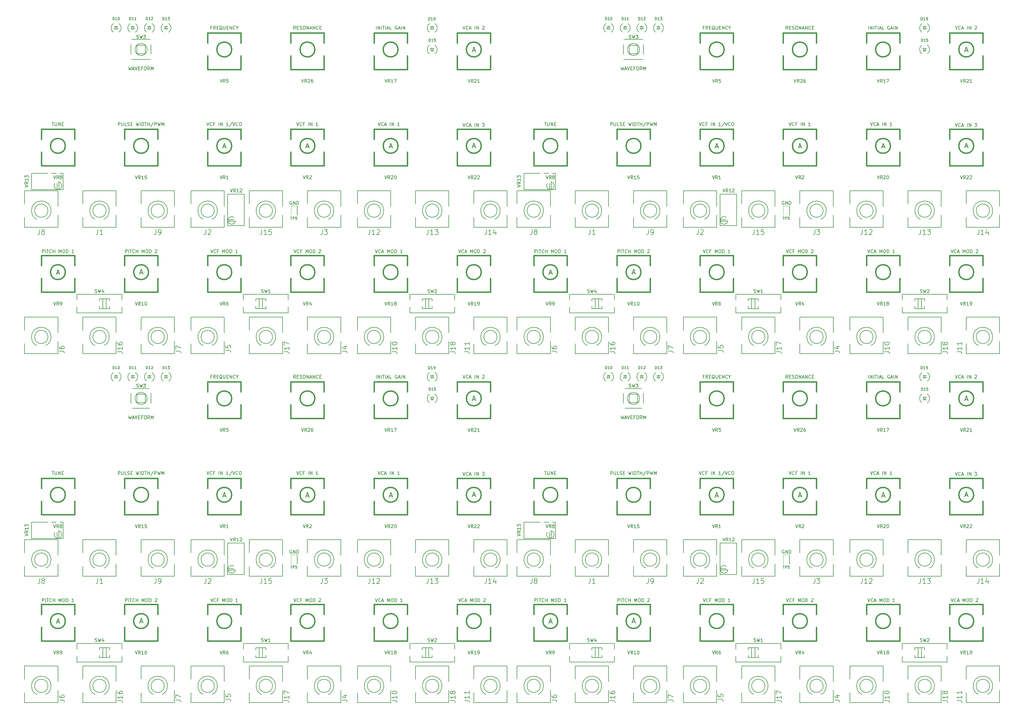
<source format=gto>
G04 #@! TF.FileFunction,Legend,Top*
%FSLAX46Y46*%
G04 Gerber Fmt 4.6, Leading zero omitted, Abs format (unit mm)*
G04 Created by KiCad (PCBNEW 4.0.2-stable) date 2018-11-15 11:45:17 AM*
%MOMM*%
G01*
G04 APERTURE LIST*
%ADD10C,0.200000*%
%ADD11C,0.150000*%
%ADD12C,0.250000*%
%ADD13C,0.381000*%
%ADD14C,0.152400*%
%ADD15C,0.010000*%
%ADD16C,1.370000*%
%ADD17R,1.800000X1.800000*%
%ADD18O,1.800000X1.800000*%
%ADD19C,1.900000*%
%ADD20R,1.700000X2.900000*%
%ADD21R,2.600000X3.600000*%
%ADD22C,1.850000*%
%ADD23O,2.600000X4.100000*%
%ADD24O,2.100000X2.600000*%
%ADD25O,3.600000X1.600000*%
%ADD26C,3.275000*%
%ADD27C,1.624000*%
%ADD28R,1.600000X2.100000*%
%ADD29R,1.600000X1.600000*%
%ADD30C,1.600000*%
%ADD31O,2.300000X1.500000*%
%ADD32O,2.350000X1.500000*%
%ADD33C,2.100000*%
G04 APERTURE END LIST*
D10*
D11*
X315238095Y-80952381D02*
X315571428Y-81952381D01*
X315904762Y-80952381D01*
X316809524Y-81857143D02*
X316761905Y-81904762D01*
X316619048Y-81952381D01*
X316523810Y-81952381D01*
X316380952Y-81904762D01*
X316285714Y-81809524D01*
X316238095Y-81714286D01*
X316190476Y-81523810D01*
X316190476Y-81380952D01*
X316238095Y-81190476D01*
X316285714Y-81095238D01*
X316380952Y-81000000D01*
X316523810Y-80952381D01*
X316619048Y-80952381D01*
X316761905Y-81000000D01*
X316809524Y-81047619D01*
X317571429Y-81428571D02*
X317238095Y-81428571D01*
X317238095Y-81952381D02*
X317238095Y-80952381D01*
X317714286Y-80952381D01*
X318857143Y-81952381D02*
X318857143Y-80952381D01*
X319333333Y-81952381D02*
X319333333Y-80952381D01*
X319904762Y-81952381D01*
X319904762Y-80952381D01*
X321666667Y-81952381D02*
X321095238Y-81952381D01*
X321380952Y-81952381D02*
X321380952Y-80952381D01*
X321285714Y-81095238D01*
X321190476Y-81190476D01*
X321095238Y-81238095D01*
D12*
X318142857Y-88250000D02*
X318857143Y-88250000D01*
X318000000Y-88678571D02*
X318500000Y-87178571D01*
X319000000Y-88678571D01*
D11*
X288261905Y-80952381D02*
X288595238Y-81952381D01*
X288928572Y-80952381D01*
X289833334Y-81857143D02*
X289785715Y-81904762D01*
X289642858Y-81952381D01*
X289547620Y-81952381D01*
X289404762Y-81904762D01*
X289309524Y-81809524D01*
X289261905Y-81714286D01*
X289214286Y-81523810D01*
X289214286Y-81380952D01*
X289261905Y-81190476D01*
X289309524Y-81095238D01*
X289404762Y-81000000D01*
X289547620Y-80952381D01*
X289642858Y-80952381D01*
X289785715Y-81000000D01*
X289833334Y-81047619D01*
X290595239Y-81428571D02*
X290261905Y-81428571D01*
X290261905Y-81952381D02*
X290261905Y-80952381D01*
X290738096Y-80952381D01*
X291880953Y-81952381D02*
X291880953Y-80952381D01*
X292357143Y-81952381D02*
X292357143Y-80952381D01*
X292928572Y-81952381D01*
X292928572Y-80952381D01*
X294690477Y-81952381D02*
X294119048Y-81952381D01*
X294404762Y-81952381D02*
X294404762Y-80952381D01*
X294309524Y-81095238D01*
X294214286Y-81190476D01*
X294119048Y-81238095D01*
X295833334Y-80904762D02*
X294976191Y-82190476D01*
X296023810Y-80952381D02*
X296357143Y-81952381D01*
X296690477Y-80952381D01*
X297595239Y-81857143D02*
X297547620Y-81904762D01*
X297404763Y-81952381D01*
X297309525Y-81952381D01*
X297166667Y-81904762D01*
X297071429Y-81809524D01*
X297023810Y-81714286D01*
X296976191Y-81523810D01*
X296976191Y-81380952D01*
X297023810Y-81190476D01*
X297071429Y-81095238D01*
X297166667Y-81000000D01*
X297309525Y-80952381D01*
X297404763Y-80952381D01*
X297547620Y-81000000D01*
X297595239Y-81047619D01*
X298214286Y-80952381D02*
X298404763Y-80952381D01*
X298500001Y-81000000D01*
X298595239Y-81095238D01*
X298642858Y-81285714D01*
X298642858Y-81619048D01*
X298595239Y-81809524D01*
X298500001Y-81904762D01*
X298404763Y-81952381D01*
X298214286Y-81952381D01*
X298119048Y-81904762D01*
X298023810Y-81809524D01*
X297976191Y-81619048D01*
X297976191Y-81285714D01*
X298023810Y-81095238D01*
X298119048Y-81000000D01*
X298214286Y-80952381D01*
X314928572Y-52952381D02*
X314595238Y-52476190D01*
X314357143Y-52952381D02*
X314357143Y-51952381D01*
X314738096Y-51952381D01*
X314833334Y-52000000D01*
X314880953Y-52047619D01*
X314928572Y-52142857D01*
X314928572Y-52285714D01*
X314880953Y-52380952D01*
X314833334Y-52428571D01*
X314738096Y-52476190D01*
X314357143Y-52476190D01*
X315357143Y-52428571D02*
X315690477Y-52428571D01*
X315833334Y-52952381D02*
X315357143Y-52952381D01*
X315357143Y-51952381D01*
X315833334Y-51952381D01*
X316214286Y-52904762D02*
X316357143Y-52952381D01*
X316595239Y-52952381D01*
X316690477Y-52904762D01*
X316738096Y-52857143D01*
X316785715Y-52761905D01*
X316785715Y-52666667D01*
X316738096Y-52571429D01*
X316690477Y-52523810D01*
X316595239Y-52476190D01*
X316404762Y-52428571D01*
X316309524Y-52380952D01*
X316261905Y-52333333D01*
X316214286Y-52238095D01*
X316214286Y-52142857D01*
X316261905Y-52047619D01*
X316309524Y-52000000D01*
X316404762Y-51952381D01*
X316642858Y-51952381D01*
X316785715Y-52000000D01*
X317404762Y-51952381D02*
X317595239Y-51952381D01*
X317690477Y-52000000D01*
X317785715Y-52095238D01*
X317833334Y-52285714D01*
X317833334Y-52619048D01*
X317785715Y-52809524D01*
X317690477Y-52904762D01*
X317595239Y-52952381D01*
X317404762Y-52952381D01*
X317309524Y-52904762D01*
X317214286Y-52809524D01*
X317166667Y-52619048D01*
X317166667Y-52285714D01*
X317214286Y-52095238D01*
X317309524Y-52000000D01*
X317404762Y-51952381D01*
X318261905Y-52952381D02*
X318261905Y-51952381D01*
X318833334Y-52952381D01*
X318833334Y-51952381D01*
X319261905Y-52666667D02*
X319738096Y-52666667D01*
X319166667Y-52952381D02*
X319500000Y-51952381D01*
X319833334Y-52952381D01*
X320166667Y-52952381D02*
X320166667Y-51952381D01*
X320738096Y-52952381D01*
X320738096Y-51952381D01*
X321785715Y-52857143D02*
X321738096Y-52904762D01*
X321595239Y-52952381D01*
X321500001Y-52952381D01*
X321357143Y-52904762D01*
X321261905Y-52809524D01*
X321214286Y-52714286D01*
X321166667Y-52523810D01*
X321166667Y-52380952D01*
X321214286Y-52190476D01*
X321261905Y-52095238D01*
X321357143Y-52000000D01*
X321500001Y-51952381D01*
X321595239Y-51952381D01*
X321738096Y-52000000D01*
X321785715Y-52047619D01*
X322214286Y-52428571D02*
X322547620Y-52428571D01*
X322690477Y-52952381D02*
X322214286Y-52952381D01*
X322214286Y-51952381D01*
X322690477Y-51952381D01*
X289738096Y-52428571D02*
X289404762Y-52428571D01*
X289404762Y-52952381D02*
X289404762Y-51952381D01*
X289880953Y-51952381D01*
X290833334Y-52952381D02*
X290500000Y-52476190D01*
X290261905Y-52952381D02*
X290261905Y-51952381D01*
X290642858Y-51952381D01*
X290738096Y-52000000D01*
X290785715Y-52047619D01*
X290833334Y-52142857D01*
X290833334Y-52285714D01*
X290785715Y-52380952D01*
X290738096Y-52428571D01*
X290642858Y-52476190D01*
X290261905Y-52476190D01*
X291261905Y-52428571D02*
X291595239Y-52428571D01*
X291738096Y-52952381D02*
X291261905Y-52952381D01*
X291261905Y-51952381D01*
X291738096Y-51952381D01*
X292833334Y-53047619D02*
X292738096Y-53000000D01*
X292642858Y-52904762D01*
X292500001Y-52761905D01*
X292404762Y-52714286D01*
X292309524Y-52714286D01*
X292357143Y-52952381D02*
X292261905Y-52904762D01*
X292166667Y-52809524D01*
X292119048Y-52619048D01*
X292119048Y-52285714D01*
X292166667Y-52095238D01*
X292261905Y-52000000D01*
X292357143Y-51952381D01*
X292547620Y-51952381D01*
X292642858Y-52000000D01*
X292738096Y-52095238D01*
X292785715Y-52285714D01*
X292785715Y-52619048D01*
X292738096Y-52809524D01*
X292642858Y-52904762D01*
X292547620Y-52952381D01*
X292357143Y-52952381D01*
X293214286Y-51952381D02*
X293214286Y-52761905D01*
X293261905Y-52857143D01*
X293309524Y-52904762D01*
X293404762Y-52952381D01*
X293595239Y-52952381D01*
X293690477Y-52904762D01*
X293738096Y-52857143D01*
X293785715Y-52761905D01*
X293785715Y-51952381D01*
X294261905Y-52428571D02*
X294595239Y-52428571D01*
X294738096Y-52952381D02*
X294261905Y-52952381D01*
X294261905Y-51952381D01*
X294738096Y-51952381D01*
X295166667Y-52952381D02*
X295166667Y-51952381D01*
X295738096Y-52952381D01*
X295738096Y-51952381D01*
X296785715Y-52857143D02*
X296738096Y-52904762D01*
X296595239Y-52952381D01*
X296500001Y-52952381D01*
X296357143Y-52904762D01*
X296261905Y-52809524D01*
X296214286Y-52714286D01*
X296166667Y-52523810D01*
X296166667Y-52380952D01*
X296214286Y-52190476D01*
X296261905Y-52095238D01*
X296357143Y-52000000D01*
X296500001Y-51952381D01*
X296595239Y-51952381D01*
X296738096Y-52000000D01*
X296785715Y-52047619D01*
X297404762Y-52476190D02*
X297404762Y-52952381D01*
X297071429Y-51952381D02*
X297404762Y-52476190D01*
X297738096Y-51952381D01*
D12*
X293142857Y-88250000D02*
X293857143Y-88250000D01*
X293000000Y-88678571D02*
X293500000Y-87178571D01*
X294000000Y-88678571D01*
D11*
X339214286Y-52952381D02*
X339214286Y-51952381D01*
X339690476Y-52952381D02*
X339690476Y-51952381D01*
X340261905Y-52952381D01*
X340261905Y-51952381D01*
X340738095Y-52952381D02*
X340738095Y-51952381D01*
X341071428Y-51952381D02*
X341642857Y-51952381D01*
X341357142Y-52952381D02*
X341357142Y-51952381D01*
X341976190Y-52952381D02*
X341976190Y-51952381D01*
X342404761Y-52666667D02*
X342880952Y-52666667D01*
X342309523Y-52952381D02*
X342642856Y-51952381D01*
X342976190Y-52952381D01*
X343785714Y-52952381D02*
X343309523Y-52952381D01*
X343309523Y-51952381D01*
X345404762Y-52000000D02*
X345309524Y-51952381D01*
X345166667Y-51952381D01*
X345023809Y-52000000D01*
X344928571Y-52095238D01*
X344880952Y-52190476D01*
X344833333Y-52380952D01*
X344833333Y-52523810D01*
X344880952Y-52714286D01*
X344928571Y-52809524D01*
X345023809Y-52904762D01*
X345166667Y-52952381D01*
X345261905Y-52952381D01*
X345404762Y-52904762D01*
X345452381Y-52857143D01*
X345452381Y-52523810D01*
X345261905Y-52523810D01*
X345833333Y-52666667D02*
X346309524Y-52666667D01*
X345738095Y-52952381D02*
X346071428Y-51952381D01*
X346404762Y-52952381D01*
X346738095Y-52952381D02*
X346738095Y-51952381D01*
X347214285Y-52952381D02*
X347214285Y-51952381D01*
X347785714Y-52952381D01*
X347785714Y-51952381D01*
D12*
X343142857Y-88250000D02*
X343857143Y-88250000D01*
X343000000Y-88678571D02*
X343500000Y-87178571D01*
X344000000Y-88678571D01*
D11*
X365238095Y-81202381D02*
X365571428Y-82202381D01*
X365904762Y-81202381D01*
X366809524Y-82107143D02*
X366761905Y-82154762D01*
X366619048Y-82202381D01*
X366523810Y-82202381D01*
X366380952Y-82154762D01*
X366285714Y-82059524D01*
X366238095Y-81964286D01*
X366190476Y-81773810D01*
X366190476Y-81630952D01*
X366238095Y-81440476D01*
X366285714Y-81345238D01*
X366380952Y-81250000D01*
X366523810Y-81202381D01*
X366619048Y-81202381D01*
X366761905Y-81250000D01*
X366809524Y-81297619D01*
X367190476Y-81916667D02*
X367666667Y-81916667D01*
X367095238Y-82202381D02*
X367428571Y-81202381D01*
X367761905Y-82202381D01*
X368857143Y-82202381D02*
X368857143Y-81202381D01*
X369333333Y-82202381D02*
X369333333Y-81202381D01*
X369904762Y-82202381D01*
X369904762Y-81202381D01*
X371047619Y-81202381D02*
X371666667Y-81202381D01*
X371333333Y-81583333D01*
X371476191Y-81583333D01*
X371571429Y-81630952D01*
X371619048Y-81678571D01*
X371666667Y-81773810D01*
X371666667Y-82011905D01*
X371619048Y-82107143D01*
X371571429Y-82154762D01*
X371476191Y-82202381D01*
X371190476Y-82202381D01*
X371095238Y-82154762D01*
X371047619Y-82107143D01*
D12*
X368142857Y-88150000D02*
X368857143Y-88150000D01*
X368000000Y-88578571D02*
X368500000Y-87078571D01*
X369000000Y-88578571D01*
D11*
X339738095Y-80952381D02*
X340071428Y-81952381D01*
X340404762Y-80952381D01*
X341309524Y-81857143D02*
X341261905Y-81904762D01*
X341119048Y-81952381D01*
X341023810Y-81952381D01*
X340880952Y-81904762D01*
X340785714Y-81809524D01*
X340738095Y-81714286D01*
X340690476Y-81523810D01*
X340690476Y-81380952D01*
X340738095Y-81190476D01*
X340785714Y-81095238D01*
X340880952Y-81000000D01*
X341023810Y-80952381D01*
X341119048Y-80952381D01*
X341261905Y-81000000D01*
X341309524Y-81047619D01*
X341690476Y-81666667D02*
X342166667Y-81666667D01*
X341595238Y-81952381D02*
X341928571Y-80952381D01*
X342261905Y-81952381D01*
X343357143Y-81952381D02*
X343357143Y-80952381D01*
X343833333Y-81952381D02*
X343833333Y-80952381D01*
X344404762Y-81952381D01*
X344404762Y-80952381D01*
X346166667Y-81952381D02*
X345595238Y-81952381D01*
X345880952Y-81952381D02*
X345880952Y-80952381D01*
X345785714Y-81095238D01*
X345690476Y-81190476D01*
X345595238Y-81238095D01*
X365238095Y-51952381D02*
X365571428Y-52952381D01*
X365904762Y-51952381D01*
X366809524Y-52857143D02*
X366761905Y-52904762D01*
X366619048Y-52952381D01*
X366523810Y-52952381D01*
X366380952Y-52904762D01*
X366285714Y-52809524D01*
X366238095Y-52714286D01*
X366190476Y-52523810D01*
X366190476Y-52380952D01*
X366238095Y-52190476D01*
X366285714Y-52095238D01*
X366380952Y-52000000D01*
X366523810Y-51952381D01*
X366619048Y-51952381D01*
X366761905Y-52000000D01*
X366809524Y-52047619D01*
X367190476Y-52666667D02*
X367666667Y-52666667D01*
X367095238Y-52952381D02*
X367428571Y-51952381D01*
X367761905Y-52952381D01*
X368857143Y-52952381D02*
X368857143Y-51952381D01*
X369333333Y-52952381D02*
X369333333Y-51952381D01*
X369904762Y-52952381D01*
X369904762Y-51952381D01*
X371095238Y-52047619D02*
X371142857Y-52000000D01*
X371238095Y-51952381D01*
X371476191Y-51952381D01*
X371571429Y-52000000D01*
X371619048Y-52047619D01*
X371666667Y-52142857D01*
X371666667Y-52238095D01*
X371619048Y-52380952D01*
X371047619Y-52952381D01*
X371666667Y-52952381D01*
D12*
X368142857Y-59250000D02*
X368857143Y-59250000D01*
X368000000Y-59678571D02*
X368500000Y-58178571D01*
X369000000Y-59678571D01*
D11*
X241714286Y-80952381D02*
X242285715Y-80952381D01*
X242000000Y-81952381D02*
X242000000Y-80952381D01*
X242619048Y-80952381D02*
X242619048Y-81761905D01*
X242666667Y-81857143D01*
X242714286Y-81904762D01*
X242809524Y-81952381D01*
X243000001Y-81952381D01*
X243095239Y-81904762D01*
X243142858Y-81857143D01*
X243190477Y-81761905D01*
X243190477Y-80952381D01*
X243666667Y-81952381D02*
X243666667Y-80952381D01*
X244238096Y-81952381D01*
X244238096Y-80952381D01*
X244714286Y-81428571D02*
X245047620Y-81428571D01*
X245190477Y-81952381D02*
X244714286Y-81952381D01*
X244714286Y-80952381D01*
X245190477Y-80952381D01*
X261619048Y-81952381D02*
X261619048Y-80952381D01*
X262000001Y-80952381D01*
X262095239Y-81000000D01*
X262142858Y-81047619D01*
X262190477Y-81142857D01*
X262190477Y-81285714D01*
X262142858Y-81380952D01*
X262095239Y-81428571D01*
X262000001Y-81476190D01*
X261619048Y-81476190D01*
X262619048Y-80952381D02*
X262619048Y-81761905D01*
X262666667Y-81857143D01*
X262714286Y-81904762D01*
X262809524Y-81952381D01*
X263000001Y-81952381D01*
X263095239Y-81904762D01*
X263142858Y-81857143D01*
X263190477Y-81761905D01*
X263190477Y-80952381D01*
X264142858Y-81952381D02*
X263666667Y-81952381D01*
X263666667Y-80952381D01*
X264428572Y-81904762D02*
X264571429Y-81952381D01*
X264809525Y-81952381D01*
X264904763Y-81904762D01*
X264952382Y-81857143D01*
X265000001Y-81761905D01*
X265000001Y-81666667D01*
X264952382Y-81571429D01*
X264904763Y-81523810D01*
X264809525Y-81476190D01*
X264619048Y-81428571D01*
X264523810Y-81380952D01*
X264476191Y-81333333D01*
X264428572Y-81238095D01*
X264428572Y-81142857D01*
X264476191Y-81047619D01*
X264523810Y-81000000D01*
X264619048Y-80952381D01*
X264857144Y-80952381D01*
X265000001Y-81000000D01*
X265428572Y-81428571D02*
X265761906Y-81428571D01*
X265904763Y-81952381D02*
X265428572Y-81952381D01*
X265428572Y-80952381D01*
X265904763Y-80952381D01*
X267000001Y-80952381D02*
X267238096Y-81952381D01*
X267428573Y-81238095D01*
X267619049Y-81952381D01*
X267857144Y-80952381D01*
X268238096Y-81952381D02*
X268238096Y-80952381D01*
X268714286Y-81952381D02*
X268714286Y-80952381D01*
X268952381Y-80952381D01*
X269095239Y-81000000D01*
X269190477Y-81095238D01*
X269238096Y-81190476D01*
X269285715Y-81380952D01*
X269285715Y-81523810D01*
X269238096Y-81714286D01*
X269190477Y-81809524D01*
X269095239Y-81904762D01*
X268952381Y-81952381D01*
X268714286Y-81952381D01*
X269571429Y-80952381D02*
X270142858Y-80952381D01*
X269857143Y-81952381D02*
X269857143Y-80952381D01*
X270476191Y-81952381D02*
X270476191Y-80952381D01*
X270476191Y-81428571D02*
X271047620Y-81428571D01*
X271047620Y-81952381D02*
X271047620Y-80952381D01*
X272238096Y-80904762D02*
X271380953Y-82190476D01*
X272571429Y-81952381D02*
X272571429Y-80952381D01*
X272952382Y-80952381D01*
X273047620Y-81000000D01*
X273095239Y-81047619D01*
X273142858Y-81142857D01*
X273142858Y-81285714D01*
X273095239Y-81380952D01*
X273047620Y-81428571D01*
X272952382Y-81476190D01*
X272571429Y-81476190D01*
X273476191Y-80952381D02*
X273714286Y-81952381D01*
X273904763Y-81238095D01*
X274095239Y-81952381D01*
X274333334Y-80952381D01*
X274714286Y-81952381D02*
X274714286Y-80952381D01*
X275047620Y-81666667D01*
X275380953Y-80952381D01*
X275380953Y-81952381D01*
X264738095Y-64202381D02*
X264976190Y-65202381D01*
X265166667Y-64488095D01*
X265357143Y-65202381D01*
X265595238Y-64202381D01*
X265928571Y-64916667D02*
X266404762Y-64916667D01*
X265833333Y-65202381D02*
X266166666Y-64202381D01*
X266500000Y-65202381D01*
X266690476Y-64202381D02*
X267023809Y-65202381D01*
X267357143Y-64202381D01*
X267690476Y-64678571D02*
X268023810Y-64678571D01*
X268166667Y-65202381D02*
X267690476Y-65202381D01*
X267690476Y-64202381D01*
X268166667Y-64202381D01*
X268928572Y-64678571D02*
X268595238Y-64678571D01*
X268595238Y-65202381D02*
X268595238Y-64202381D01*
X269071429Y-64202381D01*
X269642857Y-64202381D02*
X269833334Y-64202381D01*
X269928572Y-64250000D01*
X270023810Y-64345238D01*
X270071429Y-64535714D01*
X270071429Y-64869048D01*
X270023810Y-65059524D01*
X269928572Y-65154762D01*
X269833334Y-65202381D01*
X269642857Y-65202381D01*
X269547619Y-65154762D01*
X269452381Y-65059524D01*
X269404762Y-64869048D01*
X269404762Y-64535714D01*
X269452381Y-64345238D01*
X269547619Y-64250000D01*
X269642857Y-64202381D01*
X271071429Y-65202381D02*
X270738095Y-64726190D01*
X270500000Y-65202381D02*
X270500000Y-64202381D01*
X270880953Y-64202381D01*
X270976191Y-64250000D01*
X271023810Y-64297619D01*
X271071429Y-64392857D01*
X271071429Y-64535714D01*
X271023810Y-64630952D01*
X270976191Y-64678571D01*
X270880953Y-64726190D01*
X270500000Y-64726190D01*
X271500000Y-65202381D02*
X271500000Y-64202381D01*
X271833334Y-64916667D01*
X272166667Y-64202381D01*
X272166667Y-65202381D01*
X238761905Y-120202381D02*
X238761905Y-119202381D01*
X239142858Y-119202381D01*
X239238096Y-119250000D01*
X239285715Y-119297619D01*
X239333334Y-119392857D01*
X239333334Y-119535714D01*
X239285715Y-119630952D01*
X239238096Y-119678571D01*
X239142858Y-119726190D01*
X238761905Y-119726190D01*
X239761905Y-120202381D02*
X239761905Y-119202381D01*
X240095238Y-119202381D02*
X240666667Y-119202381D01*
X240380952Y-120202381D02*
X240380952Y-119202381D01*
X241571429Y-120107143D02*
X241523810Y-120154762D01*
X241380953Y-120202381D01*
X241285715Y-120202381D01*
X241142857Y-120154762D01*
X241047619Y-120059524D01*
X241000000Y-119964286D01*
X240952381Y-119773810D01*
X240952381Y-119630952D01*
X241000000Y-119440476D01*
X241047619Y-119345238D01*
X241142857Y-119250000D01*
X241285715Y-119202381D01*
X241380953Y-119202381D01*
X241523810Y-119250000D01*
X241571429Y-119297619D01*
X242000000Y-120202381D02*
X242000000Y-119202381D01*
X242000000Y-119678571D02*
X242571429Y-119678571D01*
X242571429Y-120202381D02*
X242571429Y-119202381D01*
X243809524Y-120202381D02*
X243809524Y-119202381D01*
X244142858Y-119916667D01*
X244476191Y-119202381D01*
X244476191Y-120202381D01*
X245142857Y-119202381D02*
X245333334Y-119202381D01*
X245428572Y-119250000D01*
X245523810Y-119345238D01*
X245571429Y-119535714D01*
X245571429Y-119869048D01*
X245523810Y-120059524D01*
X245428572Y-120154762D01*
X245333334Y-120202381D01*
X245142857Y-120202381D01*
X245047619Y-120154762D01*
X244952381Y-120059524D01*
X244904762Y-119869048D01*
X244904762Y-119535714D01*
X244952381Y-119345238D01*
X245047619Y-119250000D01*
X245142857Y-119202381D01*
X246000000Y-120202381D02*
X246000000Y-119202381D01*
X246238095Y-119202381D01*
X246380953Y-119250000D01*
X246476191Y-119345238D01*
X246523810Y-119440476D01*
X246571429Y-119630952D01*
X246571429Y-119773810D01*
X246523810Y-119964286D01*
X246476191Y-120059524D01*
X246380953Y-120154762D01*
X246238095Y-120202381D01*
X246000000Y-120202381D01*
X248285715Y-120202381D02*
X247714286Y-120202381D01*
X248000000Y-120202381D02*
X248000000Y-119202381D01*
X247904762Y-119345238D01*
X247809524Y-119440476D01*
X247714286Y-119488095D01*
D12*
X243142857Y-126250000D02*
X243857143Y-126250000D01*
X243000000Y-126678571D02*
X243500000Y-125178571D01*
X244000000Y-126678571D01*
D11*
X263761905Y-120202381D02*
X263761905Y-119202381D01*
X264142858Y-119202381D01*
X264238096Y-119250000D01*
X264285715Y-119297619D01*
X264333334Y-119392857D01*
X264333334Y-119535714D01*
X264285715Y-119630952D01*
X264238096Y-119678571D01*
X264142858Y-119726190D01*
X263761905Y-119726190D01*
X264761905Y-120202381D02*
X264761905Y-119202381D01*
X265095238Y-119202381D02*
X265666667Y-119202381D01*
X265380952Y-120202381D02*
X265380952Y-119202381D01*
X266571429Y-120107143D02*
X266523810Y-120154762D01*
X266380953Y-120202381D01*
X266285715Y-120202381D01*
X266142857Y-120154762D01*
X266047619Y-120059524D01*
X266000000Y-119964286D01*
X265952381Y-119773810D01*
X265952381Y-119630952D01*
X266000000Y-119440476D01*
X266047619Y-119345238D01*
X266142857Y-119250000D01*
X266285715Y-119202381D01*
X266380953Y-119202381D01*
X266523810Y-119250000D01*
X266571429Y-119297619D01*
X267000000Y-120202381D02*
X267000000Y-119202381D01*
X267000000Y-119678571D02*
X267571429Y-119678571D01*
X267571429Y-120202381D02*
X267571429Y-119202381D01*
X268809524Y-120202381D02*
X268809524Y-119202381D01*
X269142858Y-119916667D01*
X269476191Y-119202381D01*
X269476191Y-120202381D01*
X270142857Y-119202381D02*
X270333334Y-119202381D01*
X270428572Y-119250000D01*
X270523810Y-119345238D01*
X270571429Y-119535714D01*
X270571429Y-119869048D01*
X270523810Y-120059524D01*
X270428572Y-120154762D01*
X270333334Y-120202381D01*
X270142857Y-120202381D01*
X270047619Y-120154762D01*
X269952381Y-120059524D01*
X269904762Y-119869048D01*
X269904762Y-119535714D01*
X269952381Y-119345238D01*
X270047619Y-119250000D01*
X270142857Y-119202381D01*
X271000000Y-120202381D02*
X271000000Y-119202381D01*
X271238095Y-119202381D01*
X271380953Y-119250000D01*
X271476191Y-119345238D01*
X271523810Y-119440476D01*
X271571429Y-119630952D01*
X271571429Y-119773810D01*
X271523810Y-119964286D01*
X271476191Y-120059524D01*
X271380953Y-120154762D01*
X271238095Y-120202381D01*
X271000000Y-120202381D01*
X272714286Y-119297619D02*
X272761905Y-119250000D01*
X272857143Y-119202381D01*
X273095239Y-119202381D01*
X273190477Y-119250000D01*
X273238096Y-119297619D01*
X273285715Y-119392857D01*
X273285715Y-119488095D01*
X273238096Y-119630952D01*
X272666667Y-120202381D01*
X273285715Y-120202381D01*
D12*
X268142857Y-126150000D02*
X268857143Y-126150000D01*
X268000000Y-126578571D02*
X268500000Y-125078571D01*
X269000000Y-126578571D01*
D11*
X289404762Y-119202381D02*
X289738095Y-120202381D01*
X290071429Y-119202381D01*
X290976191Y-120107143D02*
X290928572Y-120154762D01*
X290785715Y-120202381D01*
X290690477Y-120202381D01*
X290547619Y-120154762D01*
X290452381Y-120059524D01*
X290404762Y-119964286D01*
X290357143Y-119773810D01*
X290357143Y-119630952D01*
X290404762Y-119440476D01*
X290452381Y-119345238D01*
X290547619Y-119250000D01*
X290690477Y-119202381D01*
X290785715Y-119202381D01*
X290928572Y-119250000D01*
X290976191Y-119297619D01*
X291738096Y-119678571D02*
X291404762Y-119678571D01*
X291404762Y-120202381D02*
X291404762Y-119202381D01*
X291880953Y-119202381D01*
X293023810Y-120202381D02*
X293023810Y-119202381D01*
X293357144Y-119916667D01*
X293690477Y-119202381D01*
X293690477Y-120202381D01*
X294357143Y-119202381D02*
X294547620Y-119202381D01*
X294642858Y-119250000D01*
X294738096Y-119345238D01*
X294785715Y-119535714D01*
X294785715Y-119869048D01*
X294738096Y-120059524D01*
X294642858Y-120154762D01*
X294547620Y-120202381D01*
X294357143Y-120202381D01*
X294261905Y-120154762D01*
X294166667Y-120059524D01*
X294119048Y-119869048D01*
X294119048Y-119535714D01*
X294166667Y-119345238D01*
X294261905Y-119250000D01*
X294357143Y-119202381D01*
X295214286Y-120202381D02*
X295214286Y-119202381D01*
X295452381Y-119202381D01*
X295595239Y-119250000D01*
X295690477Y-119345238D01*
X295738096Y-119440476D01*
X295785715Y-119630952D01*
X295785715Y-119773810D01*
X295738096Y-119964286D01*
X295690477Y-120059524D01*
X295595239Y-120154762D01*
X295452381Y-120202381D01*
X295214286Y-120202381D01*
X297500001Y-120202381D02*
X296928572Y-120202381D01*
X297214286Y-120202381D02*
X297214286Y-119202381D01*
X297119048Y-119345238D01*
X297023810Y-119440476D01*
X296928572Y-119488095D01*
X313738096Y-104700000D02*
X313642858Y-104652381D01*
X313500001Y-104652381D01*
X313357143Y-104700000D01*
X313261905Y-104795238D01*
X313214286Y-104890476D01*
X313166667Y-105080952D01*
X313166667Y-105223810D01*
X313214286Y-105414286D01*
X313261905Y-105509524D01*
X313357143Y-105604762D01*
X313500001Y-105652381D01*
X313595239Y-105652381D01*
X313738096Y-105604762D01*
X313785715Y-105557143D01*
X313785715Y-105223810D01*
X313595239Y-105223810D01*
X314214286Y-105652381D02*
X314214286Y-104652381D01*
X314785715Y-105652381D01*
X314785715Y-104652381D01*
X315261905Y-105652381D02*
X315261905Y-104652381D01*
X315500000Y-104652381D01*
X315642858Y-104700000D01*
X315738096Y-104795238D01*
X315785715Y-104890476D01*
X315833334Y-105080952D01*
X315833334Y-105223810D01*
X315785715Y-105414286D01*
X315738096Y-105509524D01*
X315642858Y-105604762D01*
X315500000Y-105652381D01*
X315261905Y-105652381D01*
X338904762Y-119202381D02*
X339238095Y-120202381D01*
X339571429Y-119202381D01*
X340476191Y-120107143D02*
X340428572Y-120154762D01*
X340285715Y-120202381D01*
X340190477Y-120202381D01*
X340047619Y-120154762D01*
X339952381Y-120059524D01*
X339904762Y-119964286D01*
X339857143Y-119773810D01*
X339857143Y-119630952D01*
X339904762Y-119440476D01*
X339952381Y-119345238D01*
X340047619Y-119250000D01*
X340190477Y-119202381D01*
X340285715Y-119202381D01*
X340428572Y-119250000D01*
X340476191Y-119297619D01*
X340857143Y-119916667D02*
X341333334Y-119916667D01*
X340761905Y-120202381D02*
X341095238Y-119202381D01*
X341428572Y-120202381D01*
X342523810Y-120202381D02*
X342523810Y-119202381D01*
X342857144Y-119916667D01*
X343190477Y-119202381D01*
X343190477Y-120202381D01*
X343857143Y-119202381D02*
X344047620Y-119202381D01*
X344142858Y-119250000D01*
X344238096Y-119345238D01*
X344285715Y-119535714D01*
X344285715Y-119869048D01*
X344238096Y-120059524D01*
X344142858Y-120154762D01*
X344047620Y-120202381D01*
X343857143Y-120202381D01*
X343761905Y-120154762D01*
X343666667Y-120059524D01*
X343619048Y-119869048D01*
X343619048Y-119535714D01*
X343666667Y-119345238D01*
X343761905Y-119250000D01*
X343857143Y-119202381D01*
X344714286Y-120202381D02*
X344714286Y-119202381D01*
X344952381Y-119202381D01*
X345095239Y-119250000D01*
X345190477Y-119345238D01*
X345238096Y-119440476D01*
X345285715Y-119630952D01*
X345285715Y-119773810D01*
X345238096Y-119964286D01*
X345190477Y-120059524D01*
X345095239Y-120154762D01*
X344952381Y-120202381D01*
X344714286Y-120202381D01*
X347000001Y-120202381D02*
X346428572Y-120202381D01*
X346714286Y-120202381D02*
X346714286Y-119202381D01*
X346619048Y-119345238D01*
X346523810Y-119440476D01*
X346428572Y-119488095D01*
X363904762Y-119202381D02*
X364238095Y-120202381D01*
X364571429Y-119202381D01*
X365476191Y-120107143D02*
X365428572Y-120154762D01*
X365285715Y-120202381D01*
X365190477Y-120202381D01*
X365047619Y-120154762D01*
X364952381Y-120059524D01*
X364904762Y-119964286D01*
X364857143Y-119773810D01*
X364857143Y-119630952D01*
X364904762Y-119440476D01*
X364952381Y-119345238D01*
X365047619Y-119250000D01*
X365190477Y-119202381D01*
X365285715Y-119202381D01*
X365428572Y-119250000D01*
X365476191Y-119297619D01*
X365857143Y-119916667D02*
X366333334Y-119916667D01*
X365761905Y-120202381D02*
X366095238Y-119202381D01*
X366428572Y-120202381D01*
X367523810Y-120202381D02*
X367523810Y-119202381D01*
X367857144Y-119916667D01*
X368190477Y-119202381D01*
X368190477Y-120202381D01*
X368857143Y-119202381D02*
X369047620Y-119202381D01*
X369142858Y-119250000D01*
X369238096Y-119345238D01*
X369285715Y-119535714D01*
X369285715Y-119869048D01*
X369238096Y-120059524D01*
X369142858Y-120154762D01*
X369047620Y-120202381D01*
X368857143Y-120202381D01*
X368761905Y-120154762D01*
X368666667Y-120059524D01*
X368619048Y-119869048D01*
X368619048Y-119535714D01*
X368666667Y-119345238D01*
X368761905Y-119250000D01*
X368857143Y-119202381D01*
X369714286Y-120202381D02*
X369714286Y-119202381D01*
X369952381Y-119202381D01*
X370095239Y-119250000D01*
X370190477Y-119345238D01*
X370238096Y-119440476D01*
X370285715Y-119630952D01*
X370285715Y-119773810D01*
X370238096Y-119964286D01*
X370190477Y-120059524D01*
X370095239Y-120154762D01*
X369952381Y-120202381D01*
X369714286Y-120202381D01*
X371428572Y-119297619D02*
X371476191Y-119250000D01*
X371571429Y-119202381D01*
X371809525Y-119202381D01*
X371904763Y-119250000D01*
X371952382Y-119297619D01*
X372000001Y-119392857D01*
X372000001Y-119488095D01*
X371952382Y-119630952D01*
X371380953Y-120202381D01*
X372000001Y-120202381D01*
X314404762Y-119202381D02*
X314738095Y-120202381D01*
X315071429Y-119202381D01*
X315976191Y-120107143D02*
X315928572Y-120154762D01*
X315785715Y-120202381D01*
X315690477Y-120202381D01*
X315547619Y-120154762D01*
X315452381Y-120059524D01*
X315404762Y-119964286D01*
X315357143Y-119773810D01*
X315357143Y-119630952D01*
X315404762Y-119440476D01*
X315452381Y-119345238D01*
X315547619Y-119250000D01*
X315690477Y-119202381D01*
X315785715Y-119202381D01*
X315928572Y-119250000D01*
X315976191Y-119297619D01*
X316738096Y-119678571D02*
X316404762Y-119678571D01*
X316404762Y-120202381D02*
X316404762Y-119202381D01*
X316880953Y-119202381D01*
X318023810Y-120202381D02*
X318023810Y-119202381D01*
X318357144Y-119916667D01*
X318690477Y-119202381D01*
X318690477Y-120202381D01*
X319357143Y-119202381D02*
X319547620Y-119202381D01*
X319642858Y-119250000D01*
X319738096Y-119345238D01*
X319785715Y-119535714D01*
X319785715Y-119869048D01*
X319738096Y-120059524D01*
X319642858Y-120154762D01*
X319547620Y-120202381D01*
X319357143Y-120202381D01*
X319261905Y-120154762D01*
X319166667Y-120059524D01*
X319119048Y-119869048D01*
X319119048Y-119535714D01*
X319166667Y-119345238D01*
X319261905Y-119250000D01*
X319357143Y-119202381D01*
X320214286Y-120202381D02*
X320214286Y-119202381D01*
X320452381Y-119202381D01*
X320595239Y-119250000D01*
X320690477Y-119345238D01*
X320738096Y-119440476D01*
X320785715Y-119630952D01*
X320785715Y-119773810D01*
X320738096Y-119964286D01*
X320690477Y-120059524D01*
X320595239Y-120154762D01*
X320452381Y-120202381D01*
X320214286Y-120202381D01*
X321928572Y-119297619D02*
X321976191Y-119250000D01*
X322071429Y-119202381D01*
X322309525Y-119202381D01*
X322404763Y-119250000D01*
X322452382Y-119297619D01*
X322500001Y-119392857D01*
X322500001Y-119488095D01*
X322452382Y-119630952D01*
X321880953Y-120202381D01*
X322500001Y-120202381D01*
X90761905Y-225202381D02*
X90761905Y-224202381D01*
X91142858Y-224202381D01*
X91238096Y-224250000D01*
X91285715Y-224297619D01*
X91333334Y-224392857D01*
X91333334Y-224535714D01*
X91285715Y-224630952D01*
X91238096Y-224678571D01*
X91142858Y-224726190D01*
X90761905Y-224726190D01*
X91761905Y-225202381D02*
X91761905Y-224202381D01*
X92095238Y-224202381D02*
X92666667Y-224202381D01*
X92380952Y-225202381D02*
X92380952Y-224202381D01*
X93571429Y-225107143D02*
X93523810Y-225154762D01*
X93380953Y-225202381D01*
X93285715Y-225202381D01*
X93142857Y-225154762D01*
X93047619Y-225059524D01*
X93000000Y-224964286D01*
X92952381Y-224773810D01*
X92952381Y-224630952D01*
X93000000Y-224440476D01*
X93047619Y-224345238D01*
X93142857Y-224250000D01*
X93285715Y-224202381D01*
X93380953Y-224202381D01*
X93523810Y-224250000D01*
X93571429Y-224297619D01*
X94000000Y-225202381D02*
X94000000Y-224202381D01*
X94000000Y-224678571D02*
X94571429Y-224678571D01*
X94571429Y-225202381D02*
X94571429Y-224202381D01*
X95809524Y-225202381D02*
X95809524Y-224202381D01*
X96142858Y-224916667D01*
X96476191Y-224202381D01*
X96476191Y-225202381D01*
X97142857Y-224202381D02*
X97333334Y-224202381D01*
X97428572Y-224250000D01*
X97523810Y-224345238D01*
X97571429Y-224535714D01*
X97571429Y-224869048D01*
X97523810Y-225059524D01*
X97428572Y-225154762D01*
X97333334Y-225202381D01*
X97142857Y-225202381D01*
X97047619Y-225154762D01*
X96952381Y-225059524D01*
X96904762Y-224869048D01*
X96904762Y-224535714D01*
X96952381Y-224345238D01*
X97047619Y-224250000D01*
X97142857Y-224202381D01*
X98000000Y-225202381D02*
X98000000Y-224202381D01*
X98238095Y-224202381D01*
X98380953Y-224250000D01*
X98476191Y-224345238D01*
X98523810Y-224440476D01*
X98571429Y-224630952D01*
X98571429Y-224773810D01*
X98523810Y-224964286D01*
X98476191Y-225059524D01*
X98380953Y-225154762D01*
X98238095Y-225202381D01*
X98000000Y-225202381D01*
X100285715Y-225202381D02*
X99714286Y-225202381D01*
X100000000Y-225202381D02*
X100000000Y-224202381D01*
X99904762Y-224345238D01*
X99809524Y-224440476D01*
X99714286Y-224488095D01*
D12*
X95142857Y-231250000D02*
X95857143Y-231250000D01*
X95000000Y-231678571D02*
X95500000Y-230178571D01*
X96000000Y-231678571D01*
D11*
X93714286Y-185952381D02*
X94285715Y-185952381D01*
X94000000Y-186952381D02*
X94000000Y-185952381D01*
X94619048Y-185952381D02*
X94619048Y-186761905D01*
X94666667Y-186857143D01*
X94714286Y-186904762D01*
X94809524Y-186952381D01*
X95000001Y-186952381D01*
X95095239Y-186904762D01*
X95142858Y-186857143D01*
X95190477Y-186761905D01*
X95190477Y-185952381D01*
X95666667Y-186952381D02*
X95666667Y-185952381D01*
X96238096Y-186952381D01*
X96238096Y-185952381D01*
X96714286Y-186428571D02*
X97047620Y-186428571D01*
X97190477Y-186952381D02*
X96714286Y-186952381D01*
X96714286Y-185952381D01*
X97190477Y-185952381D01*
D12*
X120142857Y-231150000D02*
X120857143Y-231150000D01*
X120000000Y-231578571D02*
X120500000Y-230078571D01*
X121000000Y-231578571D01*
D11*
X115761905Y-225202381D02*
X115761905Y-224202381D01*
X116142858Y-224202381D01*
X116238096Y-224250000D01*
X116285715Y-224297619D01*
X116333334Y-224392857D01*
X116333334Y-224535714D01*
X116285715Y-224630952D01*
X116238096Y-224678571D01*
X116142858Y-224726190D01*
X115761905Y-224726190D01*
X116761905Y-225202381D02*
X116761905Y-224202381D01*
X117095238Y-224202381D02*
X117666667Y-224202381D01*
X117380952Y-225202381D02*
X117380952Y-224202381D01*
X118571429Y-225107143D02*
X118523810Y-225154762D01*
X118380953Y-225202381D01*
X118285715Y-225202381D01*
X118142857Y-225154762D01*
X118047619Y-225059524D01*
X118000000Y-224964286D01*
X117952381Y-224773810D01*
X117952381Y-224630952D01*
X118000000Y-224440476D01*
X118047619Y-224345238D01*
X118142857Y-224250000D01*
X118285715Y-224202381D01*
X118380953Y-224202381D01*
X118523810Y-224250000D01*
X118571429Y-224297619D01*
X119000000Y-225202381D02*
X119000000Y-224202381D01*
X119000000Y-224678571D02*
X119571429Y-224678571D01*
X119571429Y-225202381D02*
X119571429Y-224202381D01*
X120809524Y-225202381D02*
X120809524Y-224202381D01*
X121142858Y-224916667D01*
X121476191Y-224202381D01*
X121476191Y-225202381D01*
X122142857Y-224202381D02*
X122333334Y-224202381D01*
X122428572Y-224250000D01*
X122523810Y-224345238D01*
X122571429Y-224535714D01*
X122571429Y-224869048D01*
X122523810Y-225059524D01*
X122428572Y-225154762D01*
X122333334Y-225202381D01*
X122142857Y-225202381D01*
X122047619Y-225154762D01*
X121952381Y-225059524D01*
X121904762Y-224869048D01*
X121904762Y-224535714D01*
X121952381Y-224345238D01*
X122047619Y-224250000D01*
X122142857Y-224202381D01*
X123000000Y-225202381D02*
X123000000Y-224202381D01*
X123238095Y-224202381D01*
X123380953Y-224250000D01*
X123476191Y-224345238D01*
X123523810Y-224440476D01*
X123571429Y-224630952D01*
X123571429Y-224773810D01*
X123523810Y-224964286D01*
X123476191Y-225059524D01*
X123380953Y-225154762D01*
X123238095Y-225202381D01*
X123000000Y-225202381D01*
X124714286Y-224297619D02*
X124761905Y-224250000D01*
X124857143Y-224202381D01*
X125095239Y-224202381D01*
X125190477Y-224250000D01*
X125238096Y-224297619D01*
X125285715Y-224392857D01*
X125285715Y-224488095D01*
X125238096Y-224630952D01*
X124666667Y-225202381D01*
X125285715Y-225202381D01*
X190904762Y-224202381D02*
X191238095Y-225202381D01*
X191571429Y-224202381D01*
X192476191Y-225107143D02*
X192428572Y-225154762D01*
X192285715Y-225202381D01*
X192190477Y-225202381D01*
X192047619Y-225154762D01*
X191952381Y-225059524D01*
X191904762Y-224964286D01*
X191857143Y-224773810D01*
X191857143Y-224630952D01*
X191904762Y-224440476D01*
X191952381Y-224345238D01*
X192047619Y-224250000D01*
X192190477Y-224202381D01*
X192285715Y-224202381D01*
X192428572Y-224250000D01*
X192476191Y-224297619D01*
X192857143Y-224916667D02*
X193333334Y-224916667D01*
X192761905Y-225202381D02*
X193095238Y-224202381D01*
X193428572Y-225202381D01*
X194523810Y-225202381D02*
X194523810Y-224202381D01*
X194857144Y-224916667D01*
X195190477Y-224202381D01*
X195190477Y-225202381D01*
X195857143Y-224202381D02*
X196047620Y-224202381D01*
X196142858Y-224250000D01*
X196238096Y-224345238D01*
X196285715Y-224535714D01*
X196285715Y-224869048D01*
X196238096Y-225059524D01*
X196142858Y-225154762D01*
X196047620Y-225202381D01*
X195857143Y-225202381D01*
X195761905Y-225154762D01*
X195666667Y-225059524D01*
X195619048Y-224869048D01*
X195619048Y-224535714D01*
X195666667Y-224345238D01*
X195761905Y-224250000D01*
X195857143Y-224202381D01*
X196714286Y-225202381D02*
X196714286Y-224202381D01*
X196952381Y-224202381D01*
X197095239Y-224250000D01*
X197190477Y-224345238D01*
X197238096Y-224440476D01*
X197285715Y-224630952D01*
X197285715Y-224773810D01*
X197238096Y-224964286D01*
X197190477Y-225059524D01*
X197095239Y-225154762D01*
X196952381Y-225202381D01*
X196714286Y-225202381D01*
X199000001Y-225202381D02*
X198428572Y-225202381D01*
X198714286Y-225202381D02*
X198714286Y-224202381D01*
X198619048Y-224345238D01*
X198523810Y-224440476D01*
X198428572Y-224488095D01*
X215904762Y-224202381D02*
X216238095Y-225202381D01*
X216571429Y-224202381D01*
X217476191Y-225107143D02*
X217428572Y-225154762D01*
X217285715Y-225202381D01*
X217190477Y-225202381D01*
X217047619Y-225154762D01*
X216952381Y-225059524D01*
X216904762Y-224964286D01*
X216857143Y-224773810D01*
X216857143Y-224630952D01*
X216904762Y-224440476D01*
X216952381Y-224345238D01*
X217047619Y-224250000D01*
X217190477Y-224202381D01*
X217285715Y-224202381D01*
X217428572Y-224250000D01*
X217476191Y-224297619D01*
X217857143Y-224916667D02*
X218333334Y-224916667D01*
X217761905Y-225202381D02*
X218095238Y-224202381D01*
X218428572Y-225202381D01*
X219523810Y-225202381D02*
X219523810Y-224202381D01*
X219857144Y-224916667D01*
X220190477Y-224202381D01*
X220190477Y-225202381D01*
X220857143Y-224202381D02*
X221047620Y-224202381D01*
X221142858Y-224250000D01*
X221238096Y-224345238D01*
X221285715Y-224535714D01*
X221285715Y-224869048D01*
X221238096Y-225059524D01*
X221142858Y-225154762D01*
X221047620Y-225202381D01*
X220857143Y-225202381D01*
X220761905Y-225154762D01*
X220666667Y-225059524D01*
X220619048Y-224869048D01*
X220619048Y-224535714D01*
X220666667Y-224345238D01*
X220761905Y-224250000D01*
X220857143Y-224202381D01*
X221714286Y-225202381D02*
X221714286Y-224202381D01*
X221952381Y-224202381D01*
X222095239Y-224250000D01*
X222190477Y-224345238D01*
X222238096Y-224440476D01*
X222285715Y-224630952D01*
X222285715Y-224773810D01*
X222238096Y-224964286D01*
X222190477Y-225059524D01*
X222095239Y-225154762D01*
X221952381Y-225202381D01*
X221714286Y-225202381D01*
X223428572Y-224297619D02*
X223476191Y-224250000D01*
X223571429Y-224202381D01*
X223809525Y-224202381D01*
X223904763Y-224250000D01*
X223952382Y-224297619D01*
X224000001Y-224392857D01*
X224000001Y-224488095D01*
X223952382Y-224630952D01*
X223380953Y-225202381D01*
X224000001Y-225202381D01*
X141404762Y-224202381D02*
X141738095Y-225202381D01*
X142071429Y-224202381D01*
X142976191Y-225107143D02*
X142928572Y-225154762D01*
X142785715Y-225202381D01*
X142690477Y-225202381D01*
X142547619Y-225154762D01*
X142452381Y-225059524D01*
X142404762Y-224964286D01*
X142357143Y-224773810D01*
X142357143Y-224630952D01*
X142404762Y-224440476D01*
X142452381Y-224345238D01*
X142547619Y-224250000D01*
X142690477Y-224202381D01*
X142785715Y-224202381D01*
X142928572Y-224250000D01*
X142976191Y-224297619D01*
X143738096Y-224678571D02*
X143404762Y-224678571D01*
X143404762Y-225202381D02*
X143404762Y-224202381D01*
X143880953Y-224202381D01*
X145023810Y-225202381D02*
X145023810Y-224202381D01*
X145357144Y-224916667D01*
X145690477Y-224202381D01*
X145690477Y-225202381D01*
X146357143Y-224202381D02*
X146547620Y-224202381D01*
X146642858Y-224250000D01*
X146738096Y-224345238D01*
X146785715Y-224535714D01*
X146785715Y-224869048D01*
X146738096Y-225059524D01*
X146642858Y-225154762D01*
X146547620Y-225202381D01*
X146357143Y-225202381D01*
X146261905Y-225154762D01*
X146166667Y-225059524D01*
X146119048Y-224869048D01*
X146119048Y-224535714D01*
X146166667Y-224345238D01*
X146261905Y-224250000D01*
X146357143Y-224202381D01*
X147214286Y-225202381D02*
X147214286Y-224202381D01*
X147452381Y-224202381D01*
X147595239Y-224250000D01*
X147690477Y-224345238D01*
X147738096Y-224440476D01*
X147785715Y-224630952D01*
X147785715Y-224773810D01*
X147738096Y-224964286D01*
X147690477Y-225059524D01*
X147595239Y-225154762D01*
X147452381Y-225202381D01*
X147214286Y-225202381D01*
X149500001Y-225202381D02*
X148928572Y-225202381D01*
X149214286Y-225202381D02*
X149214286Y-224202381D01*
X149119048Y-224345238D01*
X149023810Y-224440476D01*
X148928572Y-224488095D01*
X166404762Y-224202381D02*
X166738095Y-225202381D01*
X167071429Y-224202381D01*
X167976191Y-225107143D02*
X167928572Y-225154762D01*
X167785715Y-225202381D01*
X167690477Y-225202381D01*
X167547619Y-225154762D01*
X167452381Y-225059524D01*
X167404762Y-224964286D01*
X167357143Y-224773810D01*
X167357143Y-224630952D01*
X167404762Y-224440476D01*
X167452381Y-224345238D01*
X167547619Y-224250000D01*
X167690477Y-224202381D01*
X167785715Y-224202381D01*
X167928572Y-224250000D01*
X167976191Y-224297619D01*
X168738096Y-224678571D02*
X168404762Y-224678571D01*
X168404762Y-225202381D02*
X168404762Y-224202381D01*
X168880953Y-224202381D01*
X170023810Y-225202381D02*
X170023810Y-224202381D01*
X170357144Y-224916667D01*
X170690477Y-224202381D01*
X170690477Y-225202381D01*
X171357143Y-224202381D02*
X171547620Y-224202381D01*
X171642858Y-224250000D01*
X171738096Y-224345238D01*
X171785715Y-224535714D01*
X171785715Y-224869048D01*
X171738096Y-225059524D01*
X171642858Y-225154762D01*
X171547620Y-225202381D01*
X171357143Y-225202381D01*
X171261905Y-225154762D01*
X171166667Y-225059524D01*
X171119048Y-224869048D01*
X171119048Y-224535714D01*
X171166667Y-224345238D01*
X171261905Y-224250000D01*
X171357143Y-224202381D01*
X172214286Y-225202381D02*
X172214286Y-224202381D01*
X172452381Y-224202381D01*
X172595239Y-224250000D01*
X172690477Y-224345238D01*
X172738096Y-224440476D01*
X172785715Y-224630952D01*
X172785715Y-224773810D01*
X172738096Y-224964286D01*
X172690477Y-225059524D01*
X172595239Y-225154762D01*
X172452381Y-225202381D01*
X172214286Y-225202381D01*
X173928572Y-224297619D02*
X173976191Y-224250000D01*
X174071429Y-224202381D01*
X174309525Y-224202381D01*
X174404763Y-224250000D01*
X174452382Y-224297619D01*
X174500001Y-224392857D01*
X174500001Y-224488095D01*
X174452382Y-224630952D01*
X173880953Y-225202381D01*
X174500001Y-225202381D01*
X140261905Y-185952381D02*
X140595238Y-186952381D01*
X140928572Y-185952381D01*
X141833334Y-186857143D02*
X141785715Y-186904762D01*
X141642858Y-186952381D01*
X141547620Y-186952381D01*
X141404762Y-186904762D01*
X141309524Y-186809524D01*
X141261905Y-186714286D01*
X141214286Y-186523810D01*
X141214286Y-186380952D01*
X141261905Y-186190476D01*
X141309524Y-186095238D01*
X141404762Y-186000000D01*
X141547620Y-185952381D01*
X141642858Y-185952381D01*
X141785715Y-186000000D01*
X141833334Y-186047619D01*
X142595239Y-186428571D02*
X142261905Y-186428571D01*
X142261905Y-186952381D02*
X142261905Y-185952381D01*
X142738096Y-185952381D01*
X143880953Y-186952381D02*
X143880953Y-185952381D01*
X144357143Y-186952381D02*
X144357143Y-185952381D01*
X144928572Y-186952381D01*
X144928572Y-185952381D01*
X146690477Y-186952381D02*
X146119048Y-186952381D01*
X146404762Y-186952381D02*
X146404762Y-185952381D01*
X146309524Y-186095238D01*
X146214286Y-186190476D01*
X146119048Y-186238095D01*
X147833334Y-185904762D02*
X146976191Y-187190476D01*
X148023810Y-185952381D02*
X148357143Y-186952381D01*
X148690477Y-185952381D01*
X149595239Y-186857143D02*
X149547620Y-186904762D01*
X149404763Y-186952381D01*
X149309525Y-186952381D01*
X149166667Y-186904762D01*
X149071429Y-186809524D01*
X149023810Y-186714286D01*
X148976191Y-186523810D01*
X148976191Y-186380952D01*
X149023810Y-186190476D01*
X149071429Y-186095238D01*
X149166667Y-186000000D01*
X149309525Y-185952381D01*
X149404763Y-185952381D01*
X149547620Y-186000000D01*
X149595239Y-186047619D01*
X150214286Y-185952381D02*
X150404763Y-185952381D01*
X150500001Y-186000000D01*
X150595239Y-186095238D01*
X150642858Y-186285714D01*
X150642858Y-186619048D01*
X150595239Y-186809524D01*
X150500001Y-186904762D01*
X150404763Y-186952381D01*
X150214286Y-186952381D01*
X150119048Y-186904762D01*
X150023810Y-186809524D01*
X149976191Y-186619048D01*
X149976191Y-186285714D01*
X150023810Y-186095238D01*
X150119048Y-186000000D01*
X150214286Y-185952381D01*
D12*
X145142857Y-193250000D02*
X145857143Y-193250000D01*
X145000000Y-193678571D02*
X145500000Y-192178571D01*
X146000000Y-193678571D01*
D11*
X113619048Y-186952381D02*
X113619048Y-185952381D01*
X114000001Y-185952381D01*
X114095239Y-186000000D01*
X114142858Y-186047619D01*
X114190477Y-186142857D01*
X114190477Y-186285714D01*
X114142858Y-186380952D01*
X114095239Y-186428571D01*
X114000001Y-186476190D01*
X113619048Y-186476190D01*
X114619048Y-185952381D02*
X114619048Y-186761905D01*
X114666667Y-186857143D01*
X114714286Y-186904762D01*
X114809524Y-186952381D01*
X115000001Y-186952381D01*
X115095239Y-186904762D01*
X115142858Y-186857143D01*
X115190477Y-186761905D01*
X115190477Y-185952381D01*
X116142858Y-186952381D02*
X115666667Y-186952381D01*
X115666667Y-185952381D01*
X116428572Y-186904762D02*
X116571429Y-186952381D01*
X116809525Y-186952381D01*
X116904763Y-186904762D01*
X116952382Y-186857143D01*
X117000001Y-186761905D01*
X117000001Y-186666667D01*
X116952382Y-186571429D01*
X116904763Y-186523810D01*
X116809525Y-186476190D01*
X116619048Y-186428571D01*
X116523810Y-186380952D01*
X116476191Y-186333333D01*
X116428572Y-186238095D01*
X116428572Y-186142857D01*
X116476191Y-186047619D01*
X116523810Y-186000000D01*
X116619048Y-185952381D01*
X116857144Y-185952381D01*
X117000001Y-186000000D01*
X117428572Y-186428571D02*
X117761906Y-186428571D01*
X117904763Y-186952381D02*
X117428572Y-186952381D01*
X117428572Y-185952381D01*
X117904763Y-185952381D01*
X119000001Y-185952381D02*
X119238096Y-186952381D01*
X119428573Y-186238095D01*
X119619049Y-186952381D01*
X119857144Y-185952381D01*
X120238096Y-186952381D02*
X120238096Y-185952381D01*
X120714286Y-186952381D02*
X120714286Y-185952381D01*
X120952381Y-185952381D01*
X121095239Y-186000000D01*
X121190477Y-186095238D01*
X121238096Y-186190476D01*
X121285715Y-186380952D01*
X121285715Y-186523810D01*
X121238096Y-186714286D01*
X121190477Y-186809524D01*
X121095239Y-186904762D01*
X120952381Y-186952381D01*
X120714286Y-186952381D01*
X121571429Y-185952381D02*
X122142858Y-185952381D01*
X121857143Y-186952381D02*
X121857143Y-185952381D01*
X122476191Y-186952381D02*
X122476191Y-185952381D01*
X122476191Y-186428571D02*
X123047620Y-186428571D01*
X123047620Y-186952381D02*
X123047620Y-185952381D01*
X124238096Y-185904762D02*
X123380953Y-187190476D01*
X124571429Y-186952381D02*
X124571429Y-185952381D01*
X124952382Y-185952381D01*
X125047620Y-186000000D01*
X125095239Y-186047619D01*
X125142858Y-186142857D01*
X125142858Y-186285714D01*
X125095239Y-186380952D01*
X125047620Y-186428571D01*
X124952382Y-186476190D01*
X124571429Y-186476190D01*
X125476191Y-185952381D02*
X125714286Y-186952381D01*
X125904763Y-186238095D01*
X126095239Y-186952381D01*
X126333334Y-185952381D01*
X126714286Y-186952381D02*
X126714286Y-185952381D01*
X127047620Y-186666667D01*
X127380953Y-185952381D01*
X127380953Y-186952381D01*
X141738096Y-157428571D02*
X141404762Y-157428571D01*
X141404762Y-157952381D02*
X141404762Y-156952381D01*
X141880953Y-156952381D01*
X142833334Y-157952381D02*
X142500000Y-157476190D01*
X142261905Y-157952381D02*
X142261905Y-156952381D01*
X142642858Y-156952381D01*
X142738096Y-157000000D01*
X142785715Y-157047619D01*
X142833334Y-157142857D01*
X142833334Y-157285714D01*
X142785715Y-157380952D01*
X142738096Y-157428571D01*
X142642858Y-157476190D01*
X142261905Y-157476190D01*
X143261905Y-157428571D02*
X143595239Y-157428571D01*
X143738096Y-157952381D02*
X143261905Y-157952381D01*
X143261905Y-156952381D01*
X143738096Y-156952381D01*
X144833334Y-158047619D02*
X144738096Y-158000000D01*
X144642858Y-157904762D01*
X144500001Y-157761905D01*
X144404762Y-157714286D01*
X144309524Y-157714286D01*
X144357143Y-157952381D02*
X144261905Y-157904762D01*
X144166667Y-157809524D01*
X144119048Y-157619048D01*
X144119048Y-157285714D01*
X144166667Y-157095238D01*
X144261905Y-157000000D01*
X144357143Y-156952381D01*
X144547620Y-156952381D01*
X144642858Y-157000000D01*
X144738096Y-157095238D01*
X144785715Y-157285714D01*
X144785715Y-157619048D01*
X144738096Y-157809524D01*
X144642858Y-157904762D01*
X144547620Y-157952381D01*
X144357143Y-157952381D01*
X145214286Y-156952381D02*
X145214286Y-157761905D01*
X145261905Y-157857143D01*
X145309524Y-157904762D01*
X145404762Y-157952381D01*
X145595239Y-157952381D01*
X145690477Y-157904762D01*
X145738096Y-157857143D01*
X145785715Y-157761905D01*
X145785715Y-156952381D01*
X146261905Y-157428571D02*
X146595239Y-157428571D01*
X146738096Y-157952381D02*
X146261905Y-157952381D01*
X146261905Y-156952381D01*
X146738096Y-156952381D01*
X147166667Y-157952381D02*
X147166667Y-156952381D01*
X147738096Y-157952381D01*
X147738096Y-156952381D01*
X148785715Y-157857143D02*
X148738096Y-157904762D01*
X148595239Y-157952381D01*
X148500001Y-157952381D01*
X148357143Y-157904762D01*
X148261905Y-157809524D01*
X148214286Y-157714286D01*
X148166667Y-157523810D01*
X148166667Y-157380952D01*
X148214286Y-157190476D01*
X148261905Y-157095238D01*
X148357143Y-157000000D01*
X148500001Y-156952381D01*
X148595239Y-156952381D01*
X148738096Y-157000000D01*
X148785715Y-157047619D01*
X149404762Y-157476190D02*
X149404762Y-157952381D01*
X149071429Y-156952381D02*
X149404762Y-157476190D01*
X149738096Y-156952381D01*
D12*
X170142857Y-193250000D02*
X170857143Y-193250000D01*
X170000000Y-193678571D02*
X170500000Y-192178571D01*
X171000000Y-193678571D01*
D11*
X165738096Y-209700000D02*
X165642858Y-209652381D01*
X165500001Y-209652381D01*
X165357143Y-209700000D01*
X165261905Y-209795238D01*
X165214286Y-209890476D01*
X165166667Y-210080952D01*
X165166667Y-210223810D01*
X165214286Y-210414286D01*
X165261905Y-210509524D01*
X165357143Y-210604762D01*
X165500001Y-210652381D01*
X165595239Y-210652381D01*
X165738096Y-210604762D01*
X165785715Y-210557143D01*
X165785715Y-210223810D01*
X165595239Y-210223810D01*
X166214286Y-210652381D02*
X166214286Y-209652381D01*
X166785715Y-210652381D01*
X166785715Y-209652381D01*
X167261905Y-210652381D02*
X167261905Y-209652381D01*
X167500000Y-209652381D01*
X167642858Y-209700000D01*
X167738096Y-209795238D01*
X167785715Y-209890476D01*
X167833334Y-210080952D01*
X167833334Y-210223810D01*
X167785715Y-210414286D01*
X167738096Y-210509524D01*
X167642858Y-210604762D01*
X167500000Y-210652381D01*
X167261905Y-210652381D01*
X116738095Y-169202381D02*
X116976190Y-170202381D01*
X117166667Y-169488095D01*
X117357143Y-170202381D01*
X117595238Y-169202381D01*
X117928571Y-169916667D02*
X118404762Y-169916667D01*
X117833333Y-170202381D02*
X118166666Y-169202381D01*
X118500000Y-170202381D01*
X118690476Y-169202381D02*
X119023809Y-170202381D01*
X119357143Y-169202381D01*
X119690476Y-169678571D02*
X120023810Y-169678571D01*
X120166667Y-170202381D02*
X119690476Y-170202381D01*
X119690476Y-169202381D01*
X120166667Y-169202381D01*
X120928572Y-169678571D02*
X120595238Y-169678571D01*
X120595238Y-170202381D02*
X120595238Y-169202381D01*
X121071429Y-169202381D01*
X121642857Y-169202381D02*
X121833334Y-169202381D01*
X121928572Y-169250000D01*
X122023810Y-169345238D01*
X122071429Y-169535714D01*
X122071429Y-169869048D01*
X122023810Y-170059524D01*
X121928572Y-170154762D01*
X121833334Y-170202381D01*
X121642857Y-170202381D01*
X121547619Y-170154762D01*
X121452381Y-170059524D01*
X121404762Y-169869048D01*
X121404762Y-169535714D01*
X121452381Y-169345238D01*
X121547619Y-169250000D01*
X121642857Y-169202381D01*
X123071429Y-170202381D02*
X122738095Y-169726190D01*
X122500000Y-170202381D02*
X122500000Y-169202381D01*
X122880953Y-169202381D01*
X122976191Y-169250000D01*
X123023810Y-169297619D01*
X123071429Y-169392857D01*
X123071429Y-169535714D01*
X123023810Y-169630952D01*
X122976191Y-169678571D01*
X122880953Y-169726190D01*
X122500000Y-169726190D01*
X123500000Y-170202381D02*
X123500000Y-169202381D01*
X123833334Y-169916667D01*
X124166667Y-169202381D01*
X124166667Y-170202381D01*
X217238095Y-156952381D02*
X217571428Y-157952381D01*
X217904762Y-156952381D01*
X218809524Y-157857143D02*
X218761905Y-157904762D01*
X218619048Y-157952381D01*
X218523810Y-157952381D01*
X218380952Y-157904762D01*
X218285714Y-157809524D01*
X218238095Y-157714286D01*
X218190476Y-157523810D01*
X218190476Y-157380952D01*
X218238095Y-157190476D01*
X218285714Y-157095238D01*
X218380952Y-157000000D01*
X218523810Y-156952381D01*
X218619048Y-156952381D01*
X218761905Y-157000000D01*
X218809524Y-157047619D01*
X219190476Y-157666667D02*
X219666667Y-157666667D01*
X219095238Y-157952381D02*
X219428571Y-156952381D01*
X219761905Y-157952381D01*
X220857143Y-157952381D02*
X220857143Y-156952381D01*
X221333333Y-157952381D02*
X221333333Y-156952381D01*
X221904762Y-157952381D01*
X221904762Y-156952381D01*
X223095238Y-157047619D02*
X223142857Y-157000000D01*
X223238095Y-156952381D01*
X223476191Y-156952381D01*
X223571429Y-157000000D01*
X223619048Y-157047619D01*
X223666667Y-157142857D01*
X223666667Y-157238095D01*
X223619048Y-157380952D01*
X223047619Y-157952381D01*
X223666667Y-157952381D01*
D12*
X220142857Y-164250000D02*
X220857143Y-164250000D01*
X220000000Y-164678571D02*
X220500000Y-163178571D01*
X221000000Y-164678571D01*
D11*
X217238095Y-186202381D02*
X217571428Y-187202381D01*
X217904762Y-186202381D01*
X218809524Y-187107143D02*
X218761905Y-187154762D01*
X218619048Y-187202381D01*
X218523810Y-187202381D01*
X218380952Y-187154762D01*
X218285714Y-187059524D01*
X218238095Y-186964286D01*
X218190476Y-186773810D01*
X218190476Y-186630952D01*
X218238095Y-186440476D01*
X218285714Y-186345238D01*
X218380952Y-186250000D01*
X218523810Y-186202381D01*
X218619048Y-186202381D01*
X218761905Y-186250000D01*
X218809524Y-186297619D01*
X219190476Y-186916667D02*
X219666667Y-186916667D01*
X219095238Y-187202381D02*
X219428571Y-186202381D01*
X219761905Y-187202381D01*
X220857143Y-187202381D02*
X220857143Y-186202381D01*
X221333333Y-187202381D02*
X221333333Y-186202381D01*
X221904762Y-187202381D01*
X221904762Y-186202381D01*
X223047619Y-186202381D02*
X223666667Y-186202381D01*
X223333333Y-186583333D01*
X223476191Y-186583333D01*
X223571429Y-186630952D01*
X223619048Y-186678571D01*
X223666667Y-186773810D01*
X223666667Y-187011905D01*
X223619048Y-187107143D01*
X223571429Y-187154762D01*
X223476191Y-187202381D01*
X223190476Y-187202381D01*
X223095238Y-187154762D01*
X223047619Y-187107143D01*
D12*
X220142857Y-193150000D02*
X220857143Y-193150000D01*
X220000000Y-193578571D02*
X220500000Y-192078571D01*
X221000000Y-193578571D01*
X195142857Y-193250000D02*
X195857143Y-193250000D01*
X195000000Y-193678571D02*
X195500000Y-192178571D01*
X196000000Y-193678571D01*
D11*
X191738095Y-185952381D02*
X192071428Y-186952381D01*
X192404762Y-185952381D01*
X193309524Y-186857143D02*
X193261905Y-186904762D01*
X193119048Y-186952381D01*
X193023810Y-186952381D01*
X192880952Y-186904762D01*
X192785714Y-186809524D01*
X192738095Y-186714286D01*
X192690476Y-186523810D01*
X192690476Y-186380952D01*
X192738095Y-186190476D01*
X192785714Y-186095238D01*
X192880952Y-186000000D01*
X193023810Y-185952381D01*
X193119048Y-185952381D01*
X193261905Y-186000000D01*
X193309524Y-186047619D01*
X193690476Y-186666667D02*
X194166667Y-186666667D01*
X193595238Y-186952381D02*
X193928571Y-185952381D01*
X194261905Y-186952381D01*
X195357143Y-186952381D02*
X195357143Y-185952381D01*
X195833333Y-186952381D02*
X195833333Y-185952381D01*
X196404762Y-186952381D01*
X196404762Y-185952381D01*
X198166667Y-186952381D02*
X197595238Y-186952381D01*
X197880952Y-186952381D02*
X197880952Y-185952381D01*
X197785714Y-186095238D01*
X197690476Y-186190476D01*
X197595238Y-186238095D01*
X191214286Y-157952381D02*
X191214286Y-156952381D01*
X191690476Y-157952381D02*
X191690476Y-156952381D01*
X192261905Y-157952381D01*
X192261905Y-156952381D01*
X192738095Y-157952381D02*
X192738095Y-156952381D01*
X193071428Y-156952381D02*
X193642857Y-156952381D01*
X193357142Y-157952381D02*
X193357142Y-156952381D01*
X193976190Y-157952381D02*
X193976190Y-156952381D01*
X194404761Y-157666667D02*
X194880952Y-157666667D01*
X194309523Y-157952381D02*
X194642856Y-156952381D01*
X194976190Y-157952381D01*
X195785714Y-157952381D02*
X195309523Y-157952381D01*
X195309523Y-156952381D01*
X197404762Y-157000000D02*
X197309524Y-156952381D01*
X197166667Y-156952381D01*
X197023809Y-157000000D01*
X196928571Y-157095238D01*
X196880952Y-157190476D01*
X196833333Y-157380952D01*
X196833333Y-157523810D01*
X196880952Y-157714286D01*
X196928571Y-157809524D01*
X197023809Y-157904762D01*
X197166667Y-157952381D01*
X197261905Y-157952381D01*
X197404762Y-157904762D01*
X197452381Y-157857143D01*
X197452381Y-157523810D01*
X197261905Y-157523810D01*
X197833333Y-157666667D02*
X198309524Y-157666667D01*
X197738095Y-157952381D02*
X198071428Y-156952381D01*
X198404762Y-157952381D01*
X198738095Y-157952381D02*
X198738095Y-156952381D01*
X199214285Y-157952381D02*
X199214285Y-156952381D01*
X199785714Y-157952381D01*
X199785714Y-156952381D01*
X166928572Y-157952381D02*
X166595238Y-157476190D01*
X166357143Y-157952381D02*
X166357143Y-156952381D01*
X166738096Y-156952381D01*
X166833334Y-157000000D01*
X166880953Y-157047619D01*
X166928572Y-157142857D01*
X166928572Y-157285714D01*
X166880953Y-157380952D01*
X166833334Y-157428571D01*
X166738096Y-157476190D01*
X166357143Y-157476190D01*
X167357143Y-157428571D02*
X167690477Y-157428571D01*
X167833334Y-157952381D02*
X167357143Y-157952381D01*
X167357143Y-156952381D01*
X167833334Y-156952381D01*
X168214286Y-157904762D02*
X168357143Y-157952381D01*
X168595239Y-157952381D01*
X168690477Y-157904762D01*
X168738096Y-157857143D01*
X168785715Y-157761905D01*
X168785715Y-157666667D01*
X168738096Y-157571429D01*
X168690477Y-157523810D01*
X168595239Y-157476190D01*
X168404762Y-157428571D01*
X168309524Y-157380952D01*
X168261905Y-157333333D01*
X168214286Y-157238095D01*
X168214286Y-157142857D01*
X168261905Y-157047619D01*
X168309524Y-157000000D01*
X168404762Y-156952381D01*
X168642858Y-156952381D01*
X168785715Y-157000000D01*
X169404762Y-156952381D02*
X169595239Y-156952381D01*
X169690477Y-157000000D01*
X169785715Y-157095238D01*
X169833334Y-157285714D01*
X169833334Y-157619048D01*
X169785715Y-157809524D01*
X169690477Y-157904762D01*
X169595239Y-157952381D01*
X169404762Y-157952381D01*
X169309524Y-157904762D01*
X169214286Y-157809524D01*
X169166667Y-157619048D01*
X169166667Y-157285714D01*
X169214286Y-157095238D01*
X169309524Y-157000000D01*
X169404762Y-156952381D01*
X170261905Y-157952381D02*
X170261905Y-156952381D01*
X170833334Y-157952381D01*
X170833334Y-156952381D01*
X171261905Y-157666667D02*
X171738096Y-157666667D01*
X171166667Y-157952381D02*
X171500000Y-156952381D01*
X171833334Y-157952381D01*
X172166667Y-157952381D02*
X172166667Y-156952381D01*
X172738096Y-157952381D01*
X172738096Y-156952381D01*
X173785715Y-157857143D02*
X173738096Y-157904762D01*
X173595239Y-157952381D01*
X173500001Y-157952381D01*
X173357143Y-157904762D01*
X173261905Y-157809524D01*
X173214286Y-157714286D01*
X173166667Y-157523810D01*
X173166667Y-157380952D01*
X173214286Y-157190476D01*
X173261905Y-157095238D01*
X173357143Y-157000000D01*
X173500001Y-156952381D01*
X173595239Y-156952381D01*
X173738096Y-157000000D01*
X173785715Y-157047619D01*
X174214286Y-157428571D02*
X174547620Y-157428571D01*
X174690477Y-157952381D02*
X174214286Y-157952381D01*
X174214286Y-156952381D01*
X174690477Y-156952381D01*
X167238095Y-185952381D02*
X167571428Y-186952381D01*
X167904762Y-185952381D01*
X168809524Y-186857143D02*
X168761905Y-186904762D01*
X168619048Y-186952381D01*
X168523810Y-186952381D01*
X168380952Y-186904762D01*
X168285714Y-186809524D01*
X168238095Y-186714286D01*
X168190476Y-186523810D01*
X168190476Y-186380952D01*
X168238095Y-186190476D01*
X168285714Y-186095238D01*
X168380952Y-186000000D01*
X168523810Y-185952381D01*
X168619048Y-185952381D01*
X168761905Y-186000000D01*
X168809524Y-186047619D01*
X169571429Y-186428571D02*
X169238095Y-186428571D01*
X169238095Y-186952381D02*
X169238095Y-185952381D01*
X169714286Y-185952381D01*
X170857143Y-186952381D02*
X170857143Y-185952381D01*
X171333333Y-186952381D02*
X171333333Y-185952381D01*
X171904762Y-186952381D01*
X171904762Y-185952381D01*
X173666667Y-186952381D02*
X173095238Y-186952381D01*
X173380952Y-186952381D02*
X173380952Y-185952381D01*
X173285714Y-186095238D01*
X173190476Y-186190476D01*
X173095238Y-186238095D01*
X165738096Y-104700000D02*
X165642858Y-104652381D01*
X165500001Y-104652381D01*
X165357143Y-104700000D01*
X165261905Y-104795238D01*
X165214286Y-104890476D01*
X165166667Y-105080952D01*
X165166667Y-105223810D01*
X165214286Y-105414286D01*
X165261905Y-105509524D01*
X165357143Y-105604762D01*
X165500001Y-105652381D01*
X165595239Y-105652381D01*
X165738096Y-105604762D01*
X165785715Y-105557143D01*
X165785715Y-105223810D01*
X165595239Y-105223810D01*
X166214286Y-105652381D02*
X166214286Y-104652381D01*
X166785715Y-105652381D01*
X166785715Y-104652381D01*
X167261905Y-105652381D02*
X167261905Y-104652381D01*
X167500000Y-104652381D01*
X167642858Y-104700000D01*
X167738096Y-104795238D01*
X167785715Y-104890476D01*
X167833334Y-105080952D01*
X167833334Y-105223810D01*
X167785715Y-105414286D01*
X167738096Y-105509524D01*
X167642858Y-105604762D01*
X167500000Y-105652381D01*
X167261905Y-105652381D01*
X190904762Y-119202381D02*
X191238095Y-120202381D01*
X191571429Y-119202381D01*
X192476191Y-120107143D02*
X192428572Y-120154762D01*
X192285715Y-120202381D01*
X192190477Y-120202381D01*
X192047619Y-120154762D01*
X191952381Y-120059524D01*
X191904762Y-119964286D01*
X191857143Y-119773810D01*
X191857143Y-119630952D01*
X191904762Y-119440476D01*
X191952381Y-119345238D01*
X192047619Y-119250000D01*
X192190477Y-119202381D01*
X192285715Y-119202381D01*
X192428572Y-119250000D01*
X192476191Y-119297619D01*
X192857143Y-119916667D02*
X193333334Y-119916667D01*
X192761905Y-120202381D02*
X193095238Y-119202381D01*
X193428572Y-120202381D01*
X194523810Y-120202381D02*
X194523810Y-119202381D01*
X194857144Y-119916667D01*
X195190477Y-119202381D01*
X195190477Y-120202381D01*
X195857143Y-119202381D02*
X196047620Y-119202381D01*
X196142858Y-119250000D01*
X196238096Y-119345238D01*
X196285715Y-119535714D01*
X196285715Y-119869048D01*
X196238096Y-120059524D01*
X196142858Y-120154762D01*
X196047620Y-120202381D01*
X195857143Y-120202381D01*
X195761905Y-120154762D01*
X195666667Y-120059524D01*
X195619048Y-119869048D01*
X195619048Y-119535714D01*
X195666667Y-119345238D01*
X195761905Y-119250000D01*
X195857143Y-119202381D01*
X196714286Y-120202381D02*
X196714286Y-119202381D01*
X196952381Y-119202381D01*
X197095239Y-119250000D01*
X197190477Y-119345238D01*
X197238096Y-119440476D01*
X197285715Y-119630952D01*
X197285715Y-119773810D01*
X197238096Y-119964286D01*
X197190477Y-120059524D01*
X197095239Y-120154762D01*
X196952381Y-120202381D01*
X196714286Y-120202381D01*
X199000001Y-120202381D02*
X198428572Y-120202381D01*
X198714286Y-120202381D02*
X198714286Y-119202381D01*
X198619048Y-119345238D01*
X198523810Y-119440476D01*
X198428572Y-119488095D01*
X215904762Y-119202381D02*
X216238095Y-120202381D01*
X216571429Y-119202381D01*
X217476191Y-120107143D02*
X217428572Y-120154762D01*
X217285715Y-120202381D01*
X217190477Y-120202381D01*
X217047619Y-120154762D01*
X216952381Y-120059524D01*
X216904762Y-119964286D01*
X216857143Y-119773810D01*
X216857143Y-119630952D01*
X216904762Y-119440476D01*
X216952381Y-119345238D01*
X217047619Y-119250000D01*
X217190477Y-119202381D01*
X217285715Y-119202381D01*
X217428572Y-119250000D01*
X217476191Y-119297619D01*
X217857143Y-119916667D02*
X218333334Y-119916667D01*
X217761905Y-120202381D02*
X218095238Y-119202381D01*
X218428572Y-120202381D01*
X219523810Y-120202381D02*
X219523810Y-119202381D01*
X219857144Y-119916667D01*
X220190477Y-119202381D01*
X220190477Y-120202381D01*
X220857143Y-119202381D02*
X221047620Y-119202381D01*
X221142858Y-119250000D01*
X221238096Y-119345238D01*
X221285715Y-119535714D01*
X221285715Y-119869048D01*
X221238096Y-120059524D01*
X221142858Y-120154762D01*
X221047620Y-120202381D01*
X220857143Y-120202381D01*
X220761905Y-120154762D01*
X220666667Y-120059524D01*
X220619048Y-119869048D01*
X220619048Y-119535714D01*
X220666667Y-119345238D01*
X220761905Y-119250000D01*
X220857143Y-119202381D01*
X221714286Y-120202381D02*
X221714286Y-119202381D01*
X221952381Y-119202381D01*
X222095239Y-119250000D01*
X222190477Y-119345238D01*
X222238096Y-119440476D01*
X222285715Y-119630952D01*
X222285715Y-119773810D01*
X222238096Y-119964286D01*
X222190477Y-120059524D01*
X222095239Y-120154762D01*
X221952381Y-120202381D01*
X221714286Y-120202381D01*
X223428572Y-119297619D02*
X223476191Y-119250000D01*
X223571429Y-119202381D01*
X223809525Y-119202381D01*
X223904763Y-119250000D01*
X223952382Y-119297619D01*
X224000001Y-119392857D01*
X224000001Y-119488095D01*
X223952382Y-119630952D01*
X223380953Y-120202381D01*
X224000001Y-120202381D01*
X166404762Y-119202381D02*
X166738095Y-120202381D01*
X167071429Y-119202381D01*
X167976191Y-120107143D02*
X167928572Y-120154762D01*
X167785715Y-120202381D01*
X167690477Y-120202381D01*
X167547619Y-120154762D01*
X167452381Y-120059524D01*
X167404762Y-119964286D01*
X167357143Y-119773810D01*
X167357143Y-119630952D01*
X167404762Y-119440476D01*
X167452381Y-119345238D01*
X167547619Y-119250000D01*
X167690477Y-119202381D01*
X167785715Y-119202381D01*
X167928572Y-119250000D01*
X167976191Y-119297619D01*
X168738096Y-119678571D02*
X168404762Y-119678571D01*
X168404762Y-120202381D02*
X168404762Y-119202381D01*
X168880953Y-119202381D01*
X170023810Y-120202381D02*
X170023810Y-119202381D01*
X170357144Y-119916667D01*
X170690477Y-119202381D01*
X170690477Y-120202381D01*
X171357143Y-119202381D02*
X171547620Y-119202381D01*
X171642858Y-119250000D01*
X171738096Y-119345238D01*
X171785715Y-119535714D01*
X171785715Y-119869048D01*
X171738096Y-120059524D01*
X171642858Y-120154762D01*
X171547620Y-120202381D01*
X171357143Y-120202381D01*
X171261905Y-120154762D01*
X171166667Y-120059524D01*
X171119048Y-119869048D01*
X171119048Y-119535714D01*
X171166667Y-119345238D01*
X171261905Y-119250000D01*
X171357143Y-119202381D01*
X172214286Y-120202381D02*
X172214286Y-119202381D01*
X172452381Y-119202381D01*
X172595239Y-119250000D01*
X172690477Y-119345238D01*
X172738096Y-119440476D01*
X172785715Y-119630952D01*
X172785715Y-119773810D01*
X172738096Y-119964286D01*
X172690477Y-120059524D01*
X172595239Y-120154762D01*
X172452381Y-120202381D01*
X172214286Y-120202381D01*
X173928572Y-119297619D02*
X173976191Y-119250000D01*
X174071429Y-119202381D01*
X174309525Y-119202381D01*
X174404763Y-119250000D01*
X174452382Y-119297619D01*
X174500001Y-119392857D01*
X174500001Y-119488095D01*
X174452382Y-119630952D01*
X173880953Y-120202381D01*
X174500001Y-120202381D01*
X167238095Y-80952381D02*
X167571428Y-81952381D01*
X167904762Y-80952381D01*
X168809524Y-81857143D02*
X168761905Y-81904762D01*
X168619048Y-81952381D01*
X168523810Y-81952381D01*
X168380952Y-81904762D01*
X168285714Y-81809524D01*
X168238095Y-81714286D01*
X168190476Y-81523810D01*
X168190476Y-81380952D01*
X168238095Y-81190476D01*
X168285714Y-81095238D01*
X168380952Y-81000000D01*
X168523810Y-80952381D01*
X168619048Y-80952381D01*
X168761905Y-81000000D01*
X168809524Y-81047619D01*
X169571429Y-81428571D02*
X169238095Y-81428571D01*
X169238095Y-81952381D02*
X169238095Y-80952381D01*
X169714286Y-80952381D01*
X170857143Y-81952381D02*
X170857143Y-80952381D01*
X171333333Y-81952381D02*
X171333333Y-80952381D01*
X171904762Y-81952381D01*
X171904762Y-80952381D01*
X173666667Y-81952381D02*
X173095238Y-81952381D01*
X173380952Y-81952381D02*
X173380952Y-80952381D01*
X173285714Y-81095238D01*
X173190476Y-81190476D01*
X173095238Y-81238095D01*
D12*
X170142857Y-88250000D02*
X170857143Y-88250000D01*
X170000000Y-88678571D02*
X170500000Y-87178571D01*
X171000000Y-88678571D01*
D11*
X140261905Y-80952381D02*
X140595238Y-81952381D01*
X140928572Y-80952381D01*
X141833334Y-81857143D02*
X141785715Y-81904762D01*
X141642858Y-81952381D01*
X141547620Y-81952381D01*
X141404762Y-81904762D01*
X141309524Y-81809524D01*
X141261905Y-81714286D01*
X141214286Y-81523810D01*
X141214286Y-81380952D01*
X141261905Y-81190476D01*
X141309524Y-81095238D01*
X141404762Y-81000000D01*
X141547620Y-80952381D01*
X141642858Y-80952381D01*
X141785715Y-81000000D01*
X141833334Y-81047619D01*
X142595239Y-81428571D02*
X142261905Y-81428571D01*
X142261905Y-81952381D02*
X142261905Y-80952381D01*
X142738096Y-80952381D01*
X143880953Y-81952381D02*
X143880953Y-80952381D01*
X144357143Y-81952381D02*
X144357143Y-80952381D01*
X144928572Y-81952381D01*
X144928572Y-80952381D01*
X146690477Y-81952381D02*
X146119048Y-81952381D01*
X146404762Y-81952381D02*
X146404762Y-80952381D01*
X146309524Y-81095238D01*
X146214286Y-81190476D01*
X146119048Y-81238095D01*
X147833334Y-80904762D02*
X146976191Y-82190476D01*
X148023810Y-80952381D02*
X148357143Y-81952381D01*
X148690477Y-80952381D01*
X149595239Y-81857143D02*
X149547620Y-81904762D01*
X149404763Y-81952381D01*
X149309525Y-81952381D01*
X149166667Y-81904762D01*
X149071429Y-81809524D01*
X149023810Y-81714286D01*
X148976191Y-81523810D01*
X148976191Y-81380952D01*
X149023810Y-81190476D01*
X149071429Y-81095238D01*
X149166667Y-81000000D01*
X149309525Y-80952381D01*
X149404763Y-80952381D01*
X149547620Y-81000000D01*
X149595239Y-81047619D01*
X150214286Y-80952381D02*
X150404763Y-80952381D01*
X150500001Y-81000000D01*
X150595239Y-81095238D01*
X150642858Y-81285714D01*
X150642858Y-81619048D01*
X150595239Y-81809524D01*
X150500001Y-81904762D01*
X150404763Y-81952381D01*
X150214286Y-81952381D01*
X150119048Y-81904762D01*
X150023810Y-81809524D01*
X149976191Y-81619048D01*
X149976191Y-81285714D01*
X150023810Y-81095238D01*
X150119048Y-81000000D01*
X150214286Y-80952381D01*
X166928572Y-52952381D02*
X166595238Y-52476190D01*
X166357143Y-52952381D02*
X166357143Y-51952381D01*
X166738096Y-51952381D01*
X166833334Y-52000000D01*
X166880953Y-52047619D01*
X166928572Y-52142857D01*
X166928572Y-52285714D01*
X166880953Y-52380952D01*
X166833334Y-52428571D01*
X166738096Y-52476190D01*
X166357143Y-52476190D01*
X167357143Y-52428571D02*
X167690477Y-52428571D01*
X167833334Y-52952381D02*
X167357143Y-52952381D01*
X167357143Y-51952381D01*
X167833334Y-51952381D01*
X168214286Y-52904762D02*
X168357143Y-52952381D01*
X168595239Y-52952381D01*
X168690477Y-52904762D01*
X168738096Y-52857143D01*
X168785715Y-52761905D01*
X168785715Y-52666667D01*
X168738096Y-52571429D01*
X168690477Y-52523810D01*
X168595239Y-52476190D01*
X168404762Y-52428571D01*
X168309524Y-52380952D01*
X168261905Y-52333333D01*
X168214286Y-52238095D01*
X168214286Y-52142857D01*
X168261905Y-52047619D01*
X168309524Y-52000000D01*
X168404762Y-51952381D01*
X168642858Y-51952381D01*
X168785715Y-52000000D01*
X169404762Y-51952381D02*
X169595239Y-51952381D01*
X169690477Y-52000000D01*
X169785715Y-52095238D01*
X169833334Y-52285714D01*
X169833334Y-52619048D01*
X169785715Y-52809524D01*
X169690477Y-52904762D01*
X169595239Y-52952381D01*
X169404762Y-52952381D01*
X169309524Y-52904762D01*
X169214286Y-52809524D01*
X169166667Y-52619048D01*
X169166667Y-52285714D01*
X169214286Y-52095238D01*
X169309524Y-52000000D01*
X169404762Y-51952381D01*
X170261905Y-52952381D02*
X170261905Y-51952381D01*
X170833334Y-52952381D01*
X170833334Y-51952381D01*
X171261905Y-52666667D02*
X171738096Y-52666667D01*
X171166667Y-52952381D02*
X171500000Y-51952381D01*
X171833334Y-52952381D01*
X172166667Y-52952381D02*
X172166667Y-51952381D01*
X172738096Y-52952381D01*
X172738096Y-51952381D01*
X173785715Y-52857143D02*
X173738096Y-52904762D01*
X173595239Y-52952381D01*
X173500001Y-52952381D01*
X173357143Y-52904762D01*
X173261905Y-52809524D01*
X173214286Y-52714286D01*
X173166667Y-52523810D01*
X173166667Y-52380952D01*
X173214286Y-52190476D01*
X173261905Y-52095238D01*
X173357143Y-52000000D01*
X173500001Y-51952381D01*
X173595239Y-51952381D01*
X173738096Y-52000000D01*
X173785715Y-52047619D01*
X174214286Y-52428571D02*
X174547620Y-52428571D01*
X174690477Y-52952381D02*
X174214286Y-52952381D01*
X174214286Y-51952381D01*
X174690477Y-51952381D01*
X141738096Y-52428571D02*
X141404762Y-52428571D01*
X141404762Y-52952381D02*
X141404762Y-51952381D01*
X141880953Y-51952381D01*
X142833334Y-52952381D02*
X142500000Y-52476190D01*
X142261905Y-52952381D02*
X142261905Y-51952381D01*
X142642858Y-51952381D01*
X142738096Y-52000000D01*
X142785715Y-52047619D01*
X142833334Y-52142857D01*
X142833334Y-52285714D01*
X142785715Y-52380952D01*
X142738096Y-52428571D01*
X142642858Y-52476190D01*
X142261905Y-52476190D01*
X143261905Y-52428571D02*
X143595239Y-52428571D01*
X143738096Y-52952381D02*
X143261905Y-52952381D01*
X143261905Y-51952381D01*
X143738096Y-51952381D01*
X144833334Y-53047619D02*
X144738096Y-53000000D01*
X144642858Y-52904762D01*
X144500001Y-52761905D01*
X144404762Y-52714286D01*
X144309524Y-52714286D01*
X144357143Y-52952381D02*
X144261905Y-52904762D01*
X144166667Y-52809524D01*
X144119048Y-52619048D01*
X144119048Y-52285714D01*
X144166667Y-52095238D01*
X144261905Y-52000000D01*
X144357143Y-51952381D01*
X144547620Y-51952381D01*
X144642858Y-52000000D01*
X144738096Y-52095238D01*
X144785715Y-52285714D01*
X144785715Y-52619048D01*
X144738096Y-52809524D01*
X144642858Y-52904762D01*
X144547620Y-52952381D01*
X144357143Y-52952381D01*
X145214286Y-51952381D02*
X145214286Y-52761905D01*
X145261905Y-52857143D01*
X145309524Y-52904762D01*
X145404762Y-52952381D01*
X145595239Y-52952381D01*
X145690477Y-52904762D01*
X145738096Y-52857143D01*
X145785715Y-52761905D01*
X145785715Y-51952381D01*
X146261905Y-52428571D02*
X146595239Y-52428571D01*
X146738096Y-52952381D02*
X146261905Y-52952381D01*
X146261905Y-51952381D01*
X146738096Y-51952381D01*
X147166667Y-52952381D02*
X147166667Y-51952381D01*
X147738096Y-52952381D01*
X147738096Y-51952381D01*
X148785715Y-52857143D02*
X148738096Y-52904762D01*
X148595239Y-52952381D01*
X148500001Y-52952381D01*
X148357143Y-52904762D01*
X148261905Y-52809524D01*
X148214286Y-52714286D01*
X148166667Y-52523810D01*
X148166667Y-52380952D01*
X148214286Y-52190476D01*
X148261905Y-52095238D01*
X148357143Y-52000000D01*
X148500001Y-51952381D01*
X148595239Y-51952381D01*
X148738096Y-52000000D01*
X148785715Y-52047619D01*
X149404762Y-52476190D02*
X149404762Y-52952381D01*
X149071429Y-51952381D02*
X149404762Y-52476190D01*
X149738096Y-51952381D01*
D12*
X145142857Y-88250000D02*
X145857143Y-88250000D01*
X145000000Y-88678571D02*
X145500000Y-87178571D01*
X146000000Y-88678571D01*
D11*
X191214286Y-52952381D02*
X191214286Y-51952381D01*
X191690476Y-52952381D02*
X191690476Y-51952381D01*
X192261905Y-52952381D01*
X192261905Y-51952381D01*
X192738095Y-52952381D02*
X192738095Y-51952381D01*
X193071428Y-51952381D02*
X193642857Y-51952381D01*
X193357142Y-52952381D02*
X193357142Y-51952381D01*
X193976190Y-52952381D02*
X193976190Y-51952381D01*
X194404761Y-52666667D02*
X194880952Y-52666667D01*
X194309523Y-52952381D02*
X194642856Y-51952381D01*
X194976190Y-52952381D01*
X195785714Y-52952381D02*
X195309523Y-52952381D01*
X195309523Y-51952381D01*
X197404762Y-52000000D02*
X197309524Y-51952381D01*
X197166667Y-51952381D01*
X197023809Y-52000000D01*
X196928571Y-52095238D01*
X196880952Y-52190476D01*
X196833333Y-52380952D01*
X196833333Y-52523810D01*
X196880952Y-52714286D01*
X196928571Y-52809524D01*
X197023809Y-52904762D01*
X197166667Y-52952381D01*
X197261905Y-52952381D01*
X197404762Y-52904762D01*
X197452381Y-52857143D01*
X197452381Y-52523810D01*
X197261905Y-52523810D01*
X197833333Y-52666667D02*
X198309524Y-52666667D01*
X197738095Y-52952381D02*
X198071428Y-51952381D01*
X198404762Y-52952381D01*
X198738095Y-52952381D02*
X198738095Y-51952381D01*
X199214285Y-52952381D02*
X199214285Y-51952381D01*
X199785714Y-52952381D01*
X199785714Y-51952381D01*
D12*
X195142857Y-88250000D02*
X195857143Y-88250000D01*
X195000000Y-88678571D02*
X195500000Y-87178571D01*
X196000000Y-88678571D01*
D11*
X217238095Y-81202381D02*
X217571428Y-82202381D01*
X217904762Y-81202381D01*
X218809524Y-82107143D02*
X218761905Y-82154762D01*
X218619048Y-82202381D01*
X218523810Y-82202381D01*
X218380952Y-82154762D01*
X218285714Y-82059524D01*
X218238095Y-81964286D01*
X218190476Y-81773810D01*
X218190476Y-81630952D01*
X218238095Y-81440476D01*
X218285714Y-81345238D01*
X218380952Y-81250000D01*
X218523810Y-81202381D01*
X218619048Y-81202381D01*
X218761905Y-81250000D01*
X218809524Y-81297619D01*
X219190476Y-81916667D02*
X219666667Y-81916667D01*
X219095238Y-82202381D02*
X219428571Y-81202381D01*
X219761905Y-82202381D01*
X220857143Y-82202381D02*
X220857143Y-81202381D01*
X221333333Y-82202381D02*
X221333333Y-81202381D01*
X221904762Y-82202381D01*
X221904762Y-81202381D01*
X223047619Y-81202381D02*
X223666667Y-81202381D01*
X223333333Y-81583333D01*
X223476191Y-81583333D01*
X223571429Y-81630952D01*
X223619048Y-81678571D01*
X223666667Y-81773810D01*
X223666667Y-82011905D01*
X223619048Y-82107143D01*
X223571429Y-82154762D01*
X223476191Y-82202381D01*
X223190476Y-82202381D01*
X223095238Y-82154762D01*
X223047619Y-82107143D01*
D12*
X220142857Y-88150000D02*
X220857143Y-88150000D01*
X220000000Y-88578571D02*
X220500000Y-87078571D01*
X221000000Y-88578571D01*
D11*
X191738095Y-80952381D02*
X192071428Y-81952381D01*
X192404762Y-80952381D01*
X193309524Y-81857143D02*
X193261905Y-81904762D01*
X193119048Y-81952381D01*
X193023810Y-81952381D01*
X192880952Y-81904762D01*
X192785714Y-81809524D01*
X192738095Y-81714286D01*
X192690476Y-81523810D01*
X192690476Y-81380952D01*
X192738095Y-81190476D01*
X192785714Y-81095238D01*
X192880952Y-81000000D01*
X193023810Y-80952381D01*
X193119048Y-80952381D01*
X193261905Y-81000000D01*
X193309524Y-81047619D01*
X193690476Y-81666667D02*
X194166667Y-81666667D01*
X193595238Y-81952381D02*
X193928571Y-80952381D01*
X194261905Y-81952381D01*
X195357143Y-81952381D02*
X195357143Y-80952381D01*
X195833333Y-81952381D02*
X195833333Y-80952381D01*
X196404762Y-81952381D01*
X196404762Y-80952381D01*
X198166667Y-81952381D02*
X197595238Y-81952381D01*
X197880952Y-81952381D02*
X197880952Y-80952381D01*
X197785714Y-81095238D01*
X197690476Y-81190476D01*
X197595238Y-81238095D01*
X217238095Y-51952381D02*
X217571428Y-52952381D01*
X217904762Y-51952381D01*
X218809524Y-52857143D02*
X218761905Y-52904762D01*
X218619048Y-52952381D01*
X218523810Y-52952381D01*
X218380952Y-52904762D01*
X218285714Y-52809524D01*
X218238095Y-52714286D01*
X218190476Y-52523810D01*
X218190476Y-52380952D01*
X218238095Y-52190476D01*
X218285714Y-52095238D01*
X218380952Y-52000000D01*
X218523810Y-51952381D01*
X218619048Y-51952381D01*
X218761905Y-52000000D01*
X218809524Y-52047619D01*
X219190476Y-52666667D02*
X219666667Y-52666667D01*
X219095238Y-52952381D02*
X219428571Y-51952381D01*
X219761905Y-52952381D01*
X220857143Y-52952381D02*
X220857143Y-51952381D01*
X221333333Y-52952381D02*
X221333333Y-51952381D01*
X221904762Y-52952381D01*
X221904762Y-51952381D01*
X223095238Y-52047619D02*
X223142857Y-52000000D01*
X223238095Y-51952381D01*
X223476191Y-51952381D01*
X223571429Y-52000000D01*
X223619048Y-52047619D01*
X223666667Y-52142857D01*
X223666667Y-52238095D01*
X223619048Y-52380952D01*
X223047619Y-52952381D01*
X223666667Y-52952381D01*
D12*
X220142857Y-59250000D02*
X220857143Y-59250000D01*
X220000000Y-59678571D02*
X220500000Y-58178571D01*
X221000000Y-59678571D01*
D11*
X93714286Y-80952381D02*
X94285715Y-80952381D01*
X94000000Y-81952381D02*
X94000000Y-80952381D01*
X94619048Y-80952381D02*
X94619048Y-81761905D01*
X94666667Y-81857143D01*
X94714286Y-81904762D01*
X94809524Y-81952381D01*
X95000001Y-81952381D01*
X95095239Y-81904762D01*
X95142858Y-81857143D01*
X95190477Y-81761905D01*
X95190477Y-80952381D01*
X95666667Y-81952381D02*
X95666667Y-80952381D01*
X96238096Y-81952381D01*
X96238096Y-80952381D01*
X96714286Y-81428571D02*
X97047620Y-81428571D01*
X97190477Y-81952381D02*
X96714286Y-81952381D01*
X96714286Y-80952381D01*
X97190477Y-80952381D01*
X113619048Y-81952381D02*
X113619048Y-80952381D01*
X114000001Y-80952381D01*
X114095239Y-81000000D01*
X114142858Y-81047619D01*
X114190477Y-81142857D01*
X114190477Y-81285714D01*
X114142858Y-81380952D01*
X114095239Y-81428571D01*
X114000001Y-81476190D01*
X113619048Y-81476190D01*
X114619048Y-80952381D02*
X114619048Y-81761905D01*
X114666667Y-81857143D01*
X114714286Y-81904762D01*
X114809524Y-81952381D01*
X115000001Y-81952381D01*
X115095239Y-81904762D01*
X115142858Y-81857143D01*
X115190477Y-81761905D01*
X115190477Y-80952381D01*
X116142858Y-81952381D02*
X115666667Y-81952381D01*
X115666667Y-80952381D01*
X116428572Y-81904762D02*
X116571429Y-81952381D01*
X116809525Y-81952381D01*
X116904763Y-81904762D01*
X116952382Y-81857143D01*
X117000001Y-81761905D01*
X117000001Y-81666667D01*
X116952382Y-81571429D01*
X116904763Y-81523810D01*
X116809525Y-81476190D01*
X116619048Y-81428571D01*
X116523810Y-81380952D01*
X116476191Y-81333333D01*
X116428572Y-81238095D01*
X116428572Y-81142857D01*
X116476191Y-81047619D01*
X116523810Y-81000000D01*
X116619048Y-80952381D01*
X116857144Y-80952381D01*
X117000001Y-81000000D01*
X117428572Y-81428571D02*
X117761906Y-81428571D01*
X117904763Y-81952381D02*
X117428572Y-81952381D01*
X117428572Y-80952381D01*
X117904763Y-80952381D01*
X119000001Y-80952381D02*
X119238096Y-81952381D01*
X119428573Y-81238095D01*
X119619049Y-81952381D01*
X119857144Y-80952381D01*
X120238096Y-81952381D02*
X120238096Y-80952381D01*
X120714286Y-81952381D02*
X120714286Y-80952381D01*
X120952381Y-80952381D01*
X121095239Y-81000000D01*
X121190477Y-81095238D01*
X121238096Y-81190476D01*
X121285715Y-81380952D01*
X121285715Y-81523810D01*
X121238096Y-81714286D01*
X121190477Y-81809524D01*
X121095239Y-81904762D01*
X120952381Y-81952381D01*
X120714286Y-81952381D01*
X121571429Y-80952381D02*
X122142858Y-80952381D01*
X121857143Y-81952381D02*
X121857143Y-80952381D01*
X122476191Y-81952381D02*
X122476191Y-80952381D01*
X122476191Y-81428571D02*
X123047620Y-81428571D01*
X123047620Y-81952381D02*
X123047620Y-80952381D01*
X124238096Y-80904762D02*
X123380953Y-82190476D01*
X124571429Y-81952381D02*
X124571429Y-80952381D01*
X124952382Y-80952381D01*
X125047620Y-81000000D01*
X125095239Y-81047619D01*
X125142858Y-81142857D01*
X125142858Y-81285714D01*
X125095239Y-81380952D01*
X125047620Y-81428571D01*
X124952382Y-81476190D01*
X124571429Y-81476190D01*
X125476191Y-80952381D02*
X125714286Y-81952381D01*
X125904763Y-81238095D01*
X126095239Y-81952381D01*
X126333334Y-80952381D01*
X126714286Y-81952381D02*
X126714286Y-80952381D01*
X127047620Y-81666667D01*
X127380953Y-80952381D01*
X127380953Y-81952381D01*
X116738095Y-64202381D02*
X116976190Y-65202381D01*
X117166667Y-64488095D01*
X117357143Y-65202381D01*
X117595238Y-64202381D01*
X117928571Y-64916667D02*
X118404762Y-64916667D01*
X117833333Y-65202381D02*
X118166666Y-64202381D01*
X118500000Y-65202381D01*
X118690476Y-64202381D02*
X119023809Y-65202381D01*
X119357143Y-64202381D01*
X119690476Y-64678571D02*
X120023810Y-64678571D01*
X120166667Y-65202381D02*
X119690476Y-65202381D01*
X119690476Y-64202381D01*
X120166667Y-64202381D01*
X120928572Y-64678571D02*
X120595238Y-64678571D01*
X120595238Y-65202381D02*
X120595238Y-64202381D01*
X121071429Y-64202381D01*
X121642857Y-64202381D02*
X121833334Y-64202381D01*
X121928572Y-64250000D01*
X122023810Y-64345238D01*
X122071429Y-64535714D01*
X122071429Y-64869048D01*
X122023810Y-65059524D01*
X121928572Y-65154762D01*
X121833334Y-65202381D01*
X121642857Y-65202381D01*
X121547619Y-65154762D01*
X121452381Y-65059524D01*
X121404762Y-64869048D01*
X121404762Y-64535714D01*
X121452381Y-64345238D01*
X121547619Y-64250000D01*
X121642857Y-64202381D01*
X123071429Y-65202381D02*
X122738095Y-64726190D01*
X122500000Y-65202381D02*
X122500000Y-64202381D01*
X122880953Y-64202381D01*
X122976191Y-64250000D01*
X123023810Y-64297619D01*
X123071429Y-64392857D01*
X123071429Y-64535714D01*
X123023810Y-64630952D01*
X122976191Y-64678571D01*
X122880953Y-64726190D01*
X122500000Y-64726190D01*
X123500000Y-65202381D02*
X123500000Y-64202381D01*
X123833334Y-64916667D01*
X124166667Y-64202381D01*
X124166667Y-65202381D01*
X90761905Y-120202381D02*
X90761905Y-119202381D01*
X91142858Y-119202381D01*
X91238096Y-119250000D01*
X91285715Y-119297619D01*
X91333334Y-119392857D01*
X91333334Y-119535714D01*
X91285715Y-119630952D01*
X91238096Y-119678571D01*
X91142858Y-119726190D01*
X90761905Y-119726190D01*
X91761905Y-120202381D02*
X91761905Y-119202381D01*
X92095238Y-119202381D02*
X92666667Y-119202381D01*
X92380952Y-120202381D02*
X92380952Y-119202381D01*
X93571429Y-120107143D02*
X93523810Y-120154762D01*
X93380953Y-120202381D01*
X93285715Y-120202381D01*
X93142857Y-120154762D01*
X93047619Y-120059524D01*
X93000000Y-119964286D01*
X92952381Y-119773810D01*
X92952381Y-119630952D01*
X93000000Y-119440476D01*
X93047619Y-119345238D01*
X93142857Y-119250000D01*
X93285715Y-119202381D01*
X93380953Y-119202381D01*
X93523810Y-119250000D01*
X93571429Y-119297619D01*
X94000000Y-120202381D02*
X94000000Y-119202381D01*
X94000000Y-119678571D02*
X94571429Y-119678571D01*
X94571429Y-120202381D02*
X94571429Y-119202381D01*
X95809524Y-120202381D02*
X95809524Y-119202381D01*
X96142858Y-119916667D01*
X96476191Y-119202381D01*
X96476191Y-120202381D01*
X97142857Y-119202381D02*
X97333334Y-119202381D01*
X97428572Y-119250000D01*
X97523810Y-119345238D01*
X97571429Y-119535714D01*
X97571429Y-119869048D01*
X97523810Y-120059524D01*
X97428572Y-120154762D01*
X97333334Y-120202381D01*
X97142857Y-120202381D01*
X97047619Y-120154762D01*
X96952381Y-120059524D01*
X96904762Y-119869048D01*
X96904762Y-119535714D01*
X96952381Y-119345238D01*
X97047619Y-119250000D01*
X97142857Y-119202381D01*
X98000000Y-120202381D02*
X98000000Y-119202381D01*
X98238095Y-119202381D01*
X98380953Y-119250000D01*
X98476191Y-119345238D01*
X98523810Y-119440476D01*
X98571429Y-119630952D01*
X98571429Y-119773810D01*
X98523810Y-119964286D01*
X98476191Y-120059524D01*
X98380953Y-120154762D01*
X98238095Y-120202381D01*
X98000000Y-120202381D01*
X100285715Y-120202381D02*
X99714286Y-120202381D01*
X100000000Y-120202381D02*
X100000000Y-119202381D01*
X99904762Y-119345238D01*
X99809524Y-119440476D01*
X99714286Y-119488095D01*
D12*
X95142857Y-126250000D02*
X95857143Y-126250000D01*
X95000000Y-126678571D02*
X95500000Y-125178571D01*
X96000000Y-126678571D01*
D11*
X115761905Y-120202381D02*
X115761905Y-119202381D01*
X116142858Y-119202381D01*
X116238096Y-119250000D01*
X116285715Y-119297619D01*
X116333334Y-119392857D01*
X116333334Y-119535714D01*
X116285715Y-119630952D01*
X116238096Y-119678571D01*
X116142858Y-119726190D01*
X115761905Y-119726190D01*
X116761905Y-120202381D02*
X116761905Y-119202381D01*
X117095238Y-119202381D02*
X117666667Y-119202381D01*
X117380952Y-120202381D02*
X117380952Y-119202381D01*
X118571429Y-120107143D02*
X118523810Y-120154762D01*
X118380953Y-120202381D01*
X118285715Y-120202381D01*
X118142857Y-120154762D01*
X118047619Y-120059524D01*
X118000000Y-119964286D01*
X117952381Y-119773810D01*
X117952381Y-119630952D01*
X118000000Y-119440476D01*
X118047619Y-119345238D01*
X118142857Y-119250000D01*
X118285715Y-119202381D01*
X118380953Y-119202381D01*
X118523810Y-119250000D01*
X118571429Y-119297619D01*
X119000000Y-120202381D02*
X119000000Y-119202381D01*
X119000000Y-119678571D02*
X119571429Y-119678571D01*
X119571429Y-120202381D02*
X119571429Y-119202381D01*
X120809524Y-120202381D02*
X120809524Y-119202381D01*
X121142858Y-119916667D01*
X121476191Y-119202381D01*
X121476191Y-120202381D01*
X122142857Y-119202381D02*
X122333334Y-119202381D01*
X122428572Y-119250000D01*
X122523810Y-119345238D01*
X122571429Y-119535714D01*
X122571429Y-119869048D01*
X122523810Y-120059524D01*
X122428572Y-120154762D01*
X122333334Y-120202381D01*
X122142857Y-120202381D01*
X122047619Y-120154762D01*
X121952381Y-120059524D01*
X121904762Y-119869048D01*
X121904762Y-119535714D01*
X121952381Y-119345238D01*
X122047619Y-119250000D01*
X122142857Y-119202381D01*
X123000000Y-120202381D02*
X123000000Y-119202381D01*
X123238095Y-119202381D01*
X123380953Y-119250000D01*
X123476191Y-119345238D01*
X123523810Y-119440476D01*
X123571429Y-119630952D01*
X123571429Y-119773810D01*
X123523810Y-119964286D01*
X123476191Y-120059524D01*
X123380953Y-120154762D01*
X123238095Y-120202381D01*
X123000000Y-120202381D01*
X124714286Y-119297619D02*
X124761905Y-119250000D01*
X124857143Y-119202381D01*
X125095239Y-119202381D01*
X125190477Y-119250000D01*
X125238096Y-119297619D01*
X125285715Y-119392857D01*
X125285715Y-119488095D01*
X125238096Y-119630952D01*
X124666667Y-120202381D01*
X125285715Y-120202381D01*
D12*
X120142857Y-126150000D02*
X120857143Y-126150000D01*
X120000000Y-126578571D02*
X120500000Y-125078571D01*
X121000000Y-126578571D01*
D11*
X141404762Y-119202381D02*
X141738095Y-120202381D01*
X142071429Y-119202381D01*
X142976191Y-120107143D02*
X142928572Y-120154762D01*
X142785715Y-120202381D01*
X142690477Y-120202381D01*
X142547619Y-120154762D01*
X142452381Y-120059524D01*
X142404762Y-119964286D01*
X142357143Y-119773810D01*
X142357143Y-119630952D01*
X142404762Y-119440476D01*
X142452381Y-119345238D01*
X142547619Y-119250000D01*
X142690477Y-119202381D01*
X142785715Y-119202381D01*
X142928572Y-119250000D01*
X142976191Y-119297619D01*
X143738096Y-119678571D02*
X143404762Y-119678571D01*
X143404762Y-120202381D02*
X143404762Y-119202381D01*
X143880953Y-119202381D01*
X145023810Y-120202381D02*
X145023810Y-119202381D01*
X145357144Y-119916667D01*
X145690477Y-119202381D01*
X145690477Y-120202381D01*
X146357143Y-119202381D02*
X146547620Y-119202381D01*
X146642858Y-119250000D01*
X146738096Y-119345238D01*
X146785715Y-119535714D01*
X146785715Y-119869048D01*
X146738096Y-120059524D01*
X146642858Y-120154762D01*
X146547620Y-120202381D01*
X146357143Y-120202381D01*
X146261905Y-120154762D01*
X146166667Y-120059524D01*
X146119048Y-119869048D01*
X146119048Y-119535714D01*
X146166667Y-119345238D01*
X146261905Y-119250000D01*
X146357143Y-119202381D01*
X147214286Y-120202381D02*
X147214286Y-119202381D01*
X147452381Y-119202381D01*
X147595239Y-119250000D01*
X147690477Y-119345238D01*
X147738096Y-119440476D01*
X147785715Y-119630952D01*
X147785715Y-119773810D01*
X147738096Y-119964286D01*
X147690477Y-120059524D01*
X147595239Y-120154762D01*
X147452381Y-120202381D01*
X147214286Y-120202381D01*
X149500001Y-120202381D02*
X148928572Y-120202381D01*
X149214286Y-120202381D02*
X149214286Y-119202381D01*
X149119048Y-119345238D01*
X149023810Y-119440476D01*
X148928572Y-119488095D01*
D12*
X318142857Y-193250000D02*
X318857143Y-193250000D01*
X318000000Y-193678571D02*
X318500000Y-192178571D01*
X319000000Y-193678571D01*
X293142857Y-193250000D02*
X293857143Y-193250000D01*
X293000000Y-193678571D02*
X293500000Y-192178571D01*
X294000000Y-193678571D01*
X368142857Y-193150000D02*
X368857143Y-193150000D01*
X368000000Y-193578571D02*
X368500000Y-192078571D01*
X369000000Y-193578571D01*
X343142857Y-193250000D02*
X343857143Y-193250000D01*
X343000000Y-193678571D02*
X343500000Y-192178571D01*
X344000000Y-193678571D01*
X368142857Y-164250000D02*
X368857143Y-164250000D01*
X368000000Y-164678571D02*
X368500000Y-163178571D01*
X369000000Y-164678571D01*
X268142857Y-231150000D02*
X268857143Y-231150000D01*
X268000000Y-231578571D02*
X268500000Y-230078571D01*
X269000000Y-231578571D01*
X243142857Y-231250000D02*
X243857143Y-231250000D01*
X243000000Y-231678571D02*
X243500000Y-230178571D01*
X244000000Y-231678571D01*
D11*
X313738096Y-209700000D02*
X313642858Y-209652381D01*
X313500001Y-209652381D01*
X313357143Y-209700000D01*
X313261905Y-209795238D01*
X313214286Y-209890476D01*
X313166667Y-210080952D01*
X313166667Y-210223810D01*
X313214286Y-210414286D01*
X313261905Y-210509524D01*
X313357143Y-210604762D01*
X313500001Y-210652381D01*
X313595239Y-210652381D01*
X313738096Y-210604762D01*
X313785715Y-210557143D01*
X313785715Y-210223810D01*
X313595239Y-210223810D01*
X314214286Y-210652381D02*
X314214286Y-209652381D01*
X314785715Y-210652381D01*
X314785715Y-209652381D01*
X315261905Y-210652381D02*
X315261905Y-209652381D01*
X315500000Y-209652381D01*
X315642858Y-209700000D01*
X315738096Y-209795238D01*
X315785715Y-209890476D01*
X315833334Y-210080952D01*
X315833334Y-210223810D01*
X315785715Y-210414286D01*
X315738096Y-210509524D01*
X315642858Y-210604762D01*
X315500000Y-210652381D01*
X315261905Y-210652381D01*
X338904762Y-224202381D02*
X339238095Y-225202381D01*
X339571429Y-224202381D01*
X340476191Y-225107143D02*
X340428572Y-225154762D01*
X340285715Y-225202381D01*
X340190477Y-225202381D01*
X340047619Y-225154762D01*
X339952381Y-225059524D01*
X339904762Y-224964286D01*
X339857143Y-224773810D01*
X339857143Y-224630952D01*
X339904762Y-224440476D01*
X339952381Y-224345238D01*
X340047619Y-224250000D01*
X340190477Y-224202381D01*
X340285715Y-224202381D01*
X340428572Y-224250000D01*
X340476191Y-224297619D01*
X340857143Y-224916667D02*
X341333334Y-224916667D01*
X340761905Y-225202381D02*
X341095238Y-224202381D01*
X341428572Y-225202381D01*
X342523810Y-225202381D02*
X342523810Y-224202381D01*
X342857144Y-224916667D01*
X343190477Y-224202381D01*
X343190477Y-225202381D01*
X343857143Y-224202381D02*
X344047620Y-224202381D01*
X344142858Y-224250000D01*
X344238096Y-224345238D01*
X344285715Y-224535714D01*
X344285715Y-224869048D01*
X344238096Y-225059524D01*
X344142858Y-225154762D01*
X344047620Y-225202381D01*
X343857143Y-225202381D01*
X343761905Y-225154762D01*
X343666667Y-225059524D01*
X343619048Y-224869048D01*
X343619048Y-224535714D01*
X343666667Y-224345238D01*
X343761905Y-224250000D01*
X343857143Y-224202381D01*
X344714286Y-225202381D02*
X344714286Y-224202381D01*
X344952381Y-224202381D01*
X345095239Y-224250000D01*
X345190477Y-224345238D01*
X345238096Y-224440476D01*
X345285715Y-224630952D01*
X345285715Y-224773810D01*
X345238096Y-224964286D01*
X345190477Y-225059524D01*
X345095239Y-225154762D01*
X344952381Y-225202381D01*
X344714286Y-225202381D01*
X347000001Y-225202381D02*
X346428572Y-225202381D01*
X346714286Y-225202381D02*
X346714286Y-224202381D01*
X346619048Y-224345238D01*
X346523810Y-224440476D01*
X346428572Y-224488095D01*
X363904762Y-224202381D02*
X364238095Y-225202381D01*
X364571429Y-224202381D01*
X365476191Y-225107143D02*
X365428572Y-225154762D01*
X365285715Y-225202381D01*
X365190477Y-225202381D01*
X365047619Y-225154762D01*
X364952381Y-225059524D01*
X364904762Y-224964286D01*
X364857143Y-224773810D01*
X364857143Y-224630952D01*
X364904762Y-224440476D01*
X364952381Y-224345238D01*
X365047619Y-224250000D01*
X365190477Y-224202381D01*
X365285715Y-224202381D01*
X365428572Y-224250000D01*
X365476191Y-224297619D01*
X365857143Y-224916667D02*
X366333334Y-224916667D01*
X365761905Y-225202381D02*
X366095238Y-224202381D01*
X366428572Y-225202381D01*
X367523810Y-225202381D02*
X367523810Y-224202381D01*
X367857144Y-224916667D01*
X368190477Y-224202381D01*
X368190477Y-225202381D01*
X368857143Y-224202381D02*
X369047620Y-224202381D01*
X369142858Y-224250000D01*
X369238096Y-224345238D01*
X369285715Y-224535714D01*
X369285715Y-224869048D01*
X369238096Y-225059524D01*
X369142858Y-225154762D01*
X369047620Y-225202381D01*
X368857143Y-225202381D01*
X368761905Y-225154762D01*
X368666667Y-225059524D01*
X368619048Y-224869048D01*
X368619048Y-224535714D01*
X368666667Y-224345238D01*
X368761905Y-224250000D01*
X368857143Y-224202381D01*
X369714286Y-225202381D02*
X369714286Y-224202381D01*
X369952381Y-224202381D01*
X370095239Y-224250000D01*
X370190477Y-224345238D01*
X370238096Y-224440476D01*
X370285715Y-224630952D01*
X370285715Y-224773810D01*
X370238096Y-224964286D01*
X370190477Y-225059524D01*
X370095239Y-225154762D01*
X369952381Y-225202381D01*
X369714286Y-225202381D01*
X371428572Y-224297619D02*
X371476191Y-224250000D01*
X371571429Y-224202381D01*
X371809525Y-224202381D01*
X371904763Y-224250000D01*
X371952382Y-224297619D01*
X372000001Y-224392857D01*
X372000001Y-224488095D01*
X371952382Y-224630952D01*
X371380953Y-225202381D01*
X372000001Y-225202381D01*
X314404762Y-224202381D02*
X314738095Y-225202381D01*
X315071429Y-224202381D01*
X315976191Y-225107143D02*
X315928572Y-225154762D01*
X315785715Y-225202381D01*
X315690477Y-225202381D01*
X315547619Y-225154762D01*
X315452381Y-225059524D01*
X315404762Y-224964286D01*
X315357143Y-224773810D01*
X315357143Y-224630952D01*
X315404762Y-224440476D01*
X315452381Y-224345238D01*
X315547619Y-224250000D01*
X315690477Y-224202381D01*
X315785715Y-224202381D01*
X315928572Y-224250000D01*
X315976191Y-224297619D01*
X316738096Y-224678571D02*
X316404762Y-224678571D01*
X316404762Y-225202381D02*
X316404762Y-224202381D01*
X316880953Y-224202381D01*
X318023810Y-225202381D02*
X318023810Y-224202381D01*
X318357144Y-224916667D01*
X318690477Y-224202381D01*
X318690477Y-225202381D01*
X319357143Y-224202381D02*
X319547620Y-224202381D01*
X319642858Y-224250000D01*
X319738096Y-224345238D01*
X319785715Y-224535714D01*
X319785715Y-224869048D01*
X319738096Y-225059524D01*
X319642858Y-225154762D01*
X319547620Y-225202381D01*
X319357143Y-225202381D01*
X319261905Y-225154762D01*
X319166667Y-225059524D01*
X319119048Y-224869048D01*
X319119048Y-224535714D01*
X319166667Y-224345238D01*
X319261905Y-224250000D01*
X319357143Y-224202381D01*
X320214286Y-225202381D02*
X320214286Y-224202381D01*
X320452381Y-224202381D01*
X320595239Y-224250000D01*
X320690477Y-224345238D01*
X320738096Y-224440476D01*
X320785715Y-224630952D01*
X320785715Y-224773810D01*
X320738096Y-224964286D01*
X320690477Y-225059524D01*
X320595239Y-225154762D01*
X320452381Y-225202381D01*
X320214286Y-225202381D01*
X321928572Y-224297619D02*
X321976191Y-224250000D01*
X322071429Y-224202381D01*
X322309525Y-224202381D01*
X322404763Y-224250000D01*
X322452382Y-224297619D01*
X322500001Y-224392857D01*
X322500001Y-224488095D01*
X322452382Y-224630952D01*
X321880953Y-225202381D01*
X322500001Y-225202381D01*
X289404762Y-224202381D02*
X289738095Y-225202381D01*
X290071429Y-224202381D01*
X290976191Y-225107143D02*
X290928572Y-225154762D01*
X290785715Y-225202381D01*
X290690477Y-225202381D01*
X290547619Y-225154762D01*
X290452381Y-225059524D01*
X290404762Y-224964286D01*
X290357143Y-224773810D01*
X290357143Y-224630952D01*
X290404762Y-224440476D01*
X290452381Y-224345238D01*
X290547619Y-224250000D01*
X290690477Y-224202381D01*
X290785715Y-224202381D01*
X290928572Y-224250000D01*
X290976191Y-224297619D01*
X291738096Y-224678571D02*
X291404762Y-224678571D01*
X291404762Y-225202381D02*
X291404762Y-224202381D01*
X291880953Y-224202381D01*
X293023810Y-225202381D02*
X293023810Y-224202381D01*
X293357144Y-224916667D01*
X293690477Y-224202381D01*
X293690477Y-225202381D01*
X294357143Y-224202381D02*
X294547620Y-224202381D01*
X294642858Y-224250000D01*
X294738096Y-224345238D01*
X294785715Y-224535714D01*
X294785715Y-224869048D01*
X294738096Y-225059524D01*
X294642858Y-225154762D01*
X294547620Y-225202381D01*
X294357143Y-225202381D01*
X294261905Y-225154762D01*
X294166667Y-225059524D01*
X294119048Y-224869048D01*
X294119048Y-224535714D01*
X294166667Y-224345238D01*
X294261905Y-224250000D01*
X294357143Y-224202381D01*
X295214286Y-225202381D02*
X295214286Y-224202381D01*
X295452381Y-224202381D01*
X295595239Y-224250000D01*
X295690477Y-224345238D01*
X295738096Y-224440476D01*
X295785715Y-224630952D01*
X295785715Y-224773810D01*
X295738096Y-224964286D01*
X295690477Y-225059524D01*
X295595239Y-225154762D01*
X295452381Y-225202381D01*
X295214286Y-225202381D01*
X297500001Y-225202381D02*
X296928572Y-225202381D01*
X297214286Y-225202381D02*
X297214286Y-224202381D01*
X297119048Y-224345238D01*
X297023810Y-224440476D01*
X296928572Y-224488095D01*
X263761905Y-225202381D02*
X263761905Y-224202381D01*
X264142858Y-224202381D01*
X264238096Y-224250000D01*
X264285715Y-224297619D01*
X264333334Y-224392857D01*
X264333334Y-224535714D01*
X264285715Y-224630952D01*
X264238096Y-224678571D01*
X264142858Y-224726190D01*
X263761905Y-224726190D01*
X264761905Y-225202381D02*
X264761905Y-224202381D01*
X265095238Y-224202381D02*
X265666667Y-224202381D01*
X265380952Y-225202381D02*
X265380952Y-224202381D01*
X266571429Y-225107143D02*
X266523810Y-225154762D01*
X266380953Y-225202381D01*
X266285715Y-225202381D01*
X266142857Y-225154762D01*
X266047619Y-225059524D01*
X266000000Y-224964286D01*
X265952381Y-224773810D01*
X265952381Y-224630952D01*
X266000000Y-224440476D01*
X266047619Y-224345238D01*
X266142857Y-224250000D01*
X266285715Y-224202381D01*
X266380953Y-224202381D01*
X266523810Y-224250000D01*
X266571429Y-224297619D01*
X267000000Y-225202381D02*
X267000000Y-224202381D01*
X267000000Y-224678571D02*
X267571429Y-224678571D01*
X267571429Y-225202381D02*
X267571429Y-224202381D01*
X268809524Y-225202381D02*
X268809524Y-224202381D01*
X269142858Y-224916667D01*
X269476191Y-224202381D01*
X269476191Y-225202381D01*
X270142857Y-224202381D02*
X270333334Y-224202381D01*
X270428572Y-224250000D01*
X270523810Y-224345238D01*
X270571429Y-224535714D01*
X270571429Y-224869048D01*
X270523810Y-225059524D01*
X270428572Y-225154762D01*
X270333334Y-225202381D01*
X270142857Y-225202381D01*
X270047619Y-225154762D01*
X269952381Y-225059524D01*
X269904762Y-224869048D01*
X269904762Y-224535714D01*
X269952381Y-224345238D01*
X270047619Y-224250000D01*
X270142857Y-224202381D01*
X271000000Y-225202381D02*
X271000000Y-224202381D01*
X271238095Y-224202381D01*
X271380953Y-224250000D01*
X271476191Y-224345238D01*
X271523810Y-224440476D01*
X271571429Y-224630952D01*
X271571429Y-224773810D01*
X271523810Y-224964286D01*
X271476191Y-225059524D01*
X271380953Y-225154762D01*
X271238095Y-225202381D01*
X271000000Y-225202381D01*
X272714286Y-224297619D02*
X272761905Y-224250000D01*
X272857143Y-224202381D01*
X273095239Y-224202381D01*
X273190477Y-224250000D01*
X273238096Y-224297619D01*
X273285715Y-224392857D01*
X273285715Y-224488095D01*
X273238096Y-224630952D01*
X272666667Y-225202381D01*
X273285715Y-225202381D01*
X238761905Y-225202381D02*
X238761905Y-224202381D01*
X239142858Y-224202381D01*
X239238096Y-224250000D01*
X239285715Y-224297619D01*
X239333334Y-224392857D01*
X239333334Y-224535714D01*
X239285715Y-224630952D01*
X239238096Y-224678571D01*
X239142858Y-224726190D01*
X238761905Y-224726190D01*
X239761905Y-225202381D02*
X239761905Y-224202381D01*
X240095238Y-224202381D02*
X240666667Y-224202381D01*
X240380952Y-225202381D02*
X240380952Y-224202381D01*
X241571429Y-225107143D02*
X241523810Y-225154762D01*
X241380953Y-225202381D01*
X241285715Y-225202381D01*
X241142857Y-225154762D01*
X241047619Y-225059524D01*
X241000000Y-224964286D01*
X240952381Y-224773810D01*
X240952381Y-224630952D01*
X241000000Y-224440476D01*
X241047619Y-224345238D01*
X241142857Y-224250000D01*
X241285715Y-224202381D01*
X241380953Y-224202381D01*
X241523810Y-224250000D01*
X241571429Y-224297619D01*
X242000000Y-225202381D02*
X242000000Y-224202381D01*
X242000000Y-224678571D02*
X242571429Y-224678571D01*
X242571429Y-225202381D02*
X242571429Y-224202381D01*
X243809524Y-225202381D02*
X243809524Y-224202381D01*
X244142858Y-224916667D01*
X244476191Y-224202381D01*
X244476191Y-225202381D01*
X245142857Y-224202381D02*
X245333334Y-224202381D01*
X245428572Y-224250000D01*
X245523810Y-224345238D01*
X245571429Y-224535714D01*
X245571429Y-224869048D01*
X245523810Y-225059524D01*
X245428572Y-225154762D01*
X245333334Y-225202381D01*
X245142857Y-225202381D01*
X245047619Y-225154762D01*
X244952381Y-225059524D01*
X244904762Y-224869048D01*
X244904762Y-224535714D01*
X244952381Y-224345238D01*
X245047619Y-224250000D01*
X245142857Y-224202381D01*
X246000000Y-225202381D02*
X246000000Y-224202381D01*
X246238095Y-224202381D01*
X246380953Y-224250000D01*
X246476191Y-224345238D01*
X246523810Y-224440476D01*
X246571429Y-224630952D01*
X246571429Y-224773810D01*
X246523810Y-224964286D01*
X246476191Y-225059524D01*
X246380953Y-225154762D01*
X246238095Y-225202381D01*
X246000000Y-225202381D01*
X248285715Y-225202381D02*
X247714286Y-225202381D01*
X248000000Y-225202381D02*
X248000000Y-224202381D01*
X247904762Y-224345238D01*
X247809524Y-224440476D01*
X247714286Y-224488095D01*
X241714286Y-185952381D02*
X242285715Y-185952381D01*
X242000000Y-186952381D02*
X242000000Y-185952381D01*
X242619048Y-185952381D02*
X242619048Y-186761905D01*
X242666667Y-186857143D01*
X242714286Y-186904762D01*
X242809524Y-186952381D01*
X243000001Y-186952381D01*
X243095239Y-186904762D01*
X243142858Y-186857143D01*
X243190477Y-186761905D01*
X243190477Y-185952381D01*
X243666667Y-186952381D02*
X243666667Y-185952381D01*
X244238096Y-186952381D01*
X244238096Y-185952381D01*
X244714286Y-186428571D02*
X245047620Y-186428571D01*
X245190477Y-186952381D02*
X244714286Y-186952381D01*
X244714286Y-185952381D01*
X245190477Y-185952381D01*
X261619048Y-186952381D02*
X261619048Y-185952381D01*
X262000001Y-185952381D01*
X262095239Y-186000000D01*
X262142858Y-186047619D01*
X262190477Y-186142857D01*
X262190477Y-186285714D01*
X262142858Y-186380952D01*
X262095239Y-186428571D01*
X262000001Y-186476190D01*
X261619048Y-186476190D01*
X262619048Y-185952381D02*
X262619048Y-186761905D01*
X262666667Y-186857143D01*
X262714286Y-186904762D01*
X262809524Y-186952381D01*
X263000001Y-186952381D01*
X263095239Y-186904762D01*
X263142858Y-186857143D01*
X263190477Y-186761905D01*
X263190477Y-185952381D01*
X264142858Y-186952381D02*
X263666667Y-186952381D01*
X263666667Y-185952381D01*
X264428572Y-186904762D02*
X264571429Y-186952381D01*
X264809525Y-186952381D01*
X264904763Y-186904762D01*
X264952382Y-186857143D01*
X265000001Y-186761905D01*
X265000001Y-186666667D01*
X264952382Y-186571429D01*
X264904763Y-186523810D01*
X264809525Y-186476190D01*
X264619048Y-186428571D01*
X264523810Y-186380952D01*
X264476191Y-186333333D01*
X264428572Y-186238095D01*
X264428572Y-186142857D01*
X264476191Y-186047619D01*
X264523810Y-186000000D01*
X264619048Y-185952381D01*
X264857144Y-185952381D01*
X265000001Y-186000000D01*
X265428572Y-186428571D02*
X265761906Y-186428571D01*
X265904763Y-186952381D02*
X265428572Y-186952381D01*
X265428572Y-185952381D01*
X265904763Y-185952381D01*
X267000001Y-185952381D02*
X267238096Y-186952381D01*
X267428573Y-186238095D01*
X267619049Y-186952381D01*
X267857144Y-185952381D01*
X268238096Y-186952381D02*
X268238096Y-185952381D01*
X268714286Y-186952381D02*
X268714286Y-185952381D01*
X268952381Y-185952381D01*
X269095239Y-186000000D01*
X269190477Y-186095238D01*
X269238096Y-186190476D01*
X269285715Y-186380952D01*
X269285715Y-186523810D01*
X269238096Y-186714286D01*
X269190477Y-186809524D01*
X269095239Y-186904762D01*
X268952381Y-186952381D01*
X268714286Y-186952381D01*
X269571429Y-185952381D02*
X270142858Y-185952381D01*
X269857143Y-186952381D02*
X269857143Y-185952381D01*
X270476191Y-186952381D02*
X270476191Y-185952381D01*
X270476191Y-186428571D02*
X271047620Y-186428571D01*
X271047620Y-186952381D02*
X271047620Y-185952381D01*
X272238096Y-185904762D02*
X271380953Y-187190476D01*
X272571429Y-186952381D02*
X272571429Y-185952381D01*
X272952382Y-185952381D01*
X273047620Y-186000000D01*
X273095239Y-186047619D01*
X273142858Y-186142857D01*
X273142858Y-186285714D01*
X273095239Y-186380952D01*
X273047620Y-186428571D01*
X272952382Y-186476190D01*
X272571429Y-186476190D01*
X273476191Y-185952381D02*
X273714286Y-186952381D01*
X273904763Y-186238095D01*
X274095239Y-186952381D01*
X274333334Y-185952381D01*
X274714286Y-186952381D02*
X274714286Y-185952381D01*
X275047620Y-186666667D01*
X275380953Y-185952381D01*
X275380953Y-186952381D01*
X288261905Y-185952381D02*
X288595238Y-186952381D01*
X288928572Y-185952381D01*
X289833334Y-186857143D02*
X289785715Y-186904762D01*
X289642858Y-186952381D01*
X289547620Y-186952381D01*
X289404762Y-186904762D01*
X289309524Y-186809524D01*
X289261905Y-186714286D01*
X289214286Y-186523810D01*
X289214286Y-186380952D01*
X289261905Y-186190476D01*
X289309524Y-186095238D01*
X289404762Y-186000000D01*
X289547620Y-185952381D01*
X289642858Y-185952381D01*
X289785715Y-186000000D01*
X289833334Y-186047619D01*
X290595239Y-186428571D02*
X290261905Y-186428571D01*
X290261905Y-186952381D02*
X290261905Y-185952381D01*
X290738096Y-185952381D01*
X291880953Y-186952381D02*
X291880953Y-185952381D01*
X292357143Y-186952381D02*
X292357143Y-185952381D01*
X292928572Y-186952381D01*
X292928572Y-185952381D01*
X294690477Y-186952381D02*
X294119048Y-186952381D01*
X294404762Y-186952381D02*
X294404762Y-185952381D01*
X294309524Y-186095238D01*
X294214286Y-186190476D01*
X294119048Y-186238095D01*
X295833334Y-185904762D02*
X294976191Y-187190476D01*
X296023810Y-185952381D02*
X296357143Y-186952381D01*
X296690477Y-185952381D01*
X297595239Y-186857143D02*
X297547620Y-186904762D01*
X297404763Y-186952381D01*
X297309525Y-186952381D01*
X297166667Y-186904762D01*
X297071429Y-186809524D01*
X297023810Y-186714286D01*
X296976191Y-186523810D01*
X296976191Y-186380952D01*
X297023810Y-186190476D01*
X297071429Y-186095238D01*
X297166667Y-186000000D01*
X297309525Y-185952381D01*
X297404763Y-185952381D01*
X297547620Y-186000000D01*
X297595239Y-186047619D01*
X298214286Y-185952381D02*
X298404763Y-185952381D01*
X298500001Y-186000000D01*
X298595239Y-186095238D01*
X298642858Y-186285714D01*
X298642858Y-186619048D01*
X298595239Y-186809524D01*
X298500001Y-186904762D01*
X298404763Y-186952381D01*
X298214286Y-186952381D01*
X298119048Y-186904762D01*
X298023810Y-186809524D01*
X297976191Y-186619048D01*
X297976191Y-186285714D01*
X298023810Y-186095238D01*
X298119048Y-186000000D01*
X298214286Y-185952381D01*
X315238095Y-185952381D02*
X315571428Y-186952381D01*
X315904762Y-185952381D01*
X316809524Y-186857143D02*
X316761905Y-186904762D01*
X316619048Y-186952381D01*
X316523810Y-186952381D01*
X316380952Y-186904762D01*
X316285714Y-186809524D01*
X316238095Y-186714286D01*
X316190476Y-186523810D01*
X316190476Y-186380952D01*
X316238095Y-186190476D01*
X316285714Y-186095238D01*
X316380952Y-186000000D01*
X316523810Y-185952381D01*
X316619048Y-185952381D01*
X316761905Y-186000000D01*
X316809524Y-186047619D01*
X317571429Y-186428571D02*
X317238095Y-186428571D01*
X317238095Y-186952381D02*
X317238095Y-185952381D01*
X317714286Y-185952381D01*
X318857143Y-186952381D02*
X318857143Y-185952381D01*
X319333333Y-186952381D02*
X319333333Y-185952381D01*
X319904762Y-186952381D01*
X319904762Y-185952381D01*
X321666667Y-186952381D02*
X321095238Y-186952381D01*
X321380952Y-186952381D02*
X321380952Y-185952381D01*
X321285714Y-186095238D01*
X321190476Y-186190476D01*
X321095238Y-186238095D01*
X365238095Y-186202381D02*
X365571428Y-187202381D01*
X365904762Y-186202381D01*
X366809524Y-187107143D02*
X366761905Y-187154762D01*
X366619048Y-187202381D01*
X366523810Y-187202381D01*
X366380952Y-187154762D01*
X366285714Y-187059524D01*
X366238095Y-186964286D01*
X366190476Y-186773810D01*
X366190476Y-186630952D01*
X366238095Y-186440476D01*
X366285714Y-186345238D01*
X366380952Y-186250000D01*
X366523810Y-186202381D01*
X366619048Y-186202381D01*
X366761905Y-186250000D01*
X366809524Y-186297619D01*
X367190476Y-186916667D02*
X367666667Y-186916667D01*
X367095238Y-187202381D02*
X367428571Y-186202381D01*
X367761905Y-187202381D01*
X368857143Y-187202381D02*
X368857143Y-186202381D01*
X369333333Y-187202381D02*
X369333333Y-186202381D01*
X369904762Y-187202381D01*
X369904762Y-186202381D01*
X371047619Y-186202381D02*
X371666667Y-186202381D01*
X371333333Y-186583333D01*
X371476191Y-186583333D01*
X371571429Y-186630952D01*
X371619048Y-186678571D01*
X371666667Y-186773810D01*
X371666667Y-187011905D01*
X371619048Y-187107143D01*
X371571429Y-187154762D01*
X371476191Y-187202381D01*
X371190476Y-187202381D01*
X371095238Y-187154762D01*
X371047619Y-187107143D01*
X339738095Y-185952381D02*
X340071428Y-186952381D01*
X340404762Y-185952381D01*
X341309524Y-186857143D02*
X341261905Y-186904762D01*
X341119048Y-186952381D01*
X341023810Y-186952381D01*
X340880952Y-186904762D01*
X340785714Y-186809524D01*
X340738095Y-186714286D01*
X340690476Y-186523810D01*
X340690476Y-186380952D01*
X340738095Y-186190476D01*
X340785714Y-186095238D01*
X340880952Y-186000000D01*
X341023810Y-185952381D01*
X341119048Y-185952381D01*
X341261905Y-186000000D01*
X341309524Y-186047619D01*
X341690476Y-186666667D02*
X342166667Y-186666667D01*
X341595238Y-186952381D02*
X341928571Y-185952381D01*
X342261905Y-186952381D01*
X343357143Y-186952381D02*
X343357143Y-185952381D01*
X343833333Y-186952381D02*
X343833333Y-185952381D01*
X344404762Y-186952381D01*
X344404762Y-185952381D01*
X346166667Y-186952381D02*
X345595238Y-186952381D01*
X345880952Y-186952381D02*
X345880952Y-185952381D01*
X345785714Y-186095238D01*
X345690476Y-186190476D01*
X345595238Y-186238095D01*
X365238095Y-156952381D02*
X365571428Y-157952381D01*
X365904762Y-156952381D01*
X366809524Y-157857143D02*
X366761905Y-157904762D01*
X366619048Y-157952381D01*
X366523810Y-157952381D01*
X366380952Y-157904762D01*
X366285714Y-157809524D01*
X366238095Y-157714286D01*
X366190476Y-157523810D01*
X366190476Y-157380952D01*
X366238095Y-157190476D01*
X366285714Y-157095238D01*
X366380952Y-157000000D01*
X366523810Y-156952381D01*
X366619048Y-156952381D01*
X366761905Y-157000000D01*
X366809524Y-157047619D01*
X367190476Y-157666667D02*
X367666667Y-157666667D01*
X367095238Y-157952381D02*
X367428571Y-156952381D01*
X367761905Y-157952381D01*
X368857143Y-157952381D02*
X368857143Y-156952381D01*
X369333333Y-157952381D02*
X369333333Y-156952381D01*
X369904762Y-157952381D01*
X369904762Y-156952381D01*
X371095238Y-157047619D02*
X371142857Y-157000000D01*
X371238095Y-156952381D01*
X371476191Y-156952381D01*
X371571429Y-157000000D01*
X371619048Y-157047619D01*
X371666667Y-157142857D01*
X371666667Y-157238095D01*
X371619048Y-157380952D01*
X371047619Y-157952381D01*
X371666667Y-157952381D01*
X339214286Y-157952381D02*
X339214286Y-156952381D01*
X339690476Y-157952381D02*
X339690476Y-156952381D01*
X340261905Y-157952381D01*
X340261905Y-156952381D01*
X340738095Y-157952381D02*
X340738095Y-156952381D01*
X341071428Y-156952381D02*
X341642857Y-156952381D01*
X341357142Y-157952381D02*
X341357142Y-156952381D01*
X341976190Y-157952381D02*
X341976190Y-156952381D01*
X342404761Y-157666667D02*
X342880952Y-157666667D01*
X342309523Y-157952381D02*
X342642856Y-156952381D01*
X342976190Y-157952381D01*
X343785714Y-157952381D02*
X343309523Y-157952381D01*
X343309523Y-156952381D01*
X345404762Y-157000000D02*
X345309524Y-156952381D01*
X345166667Y-156952381D01*
X345023809Y-157000000D01*
X344928571Y-157095238D01*
X344880952Y-157190476D01*
X344833333Y-157380952D01*
X344833333Y-157523810D01*
X344880952Y-157714286D01*
X344928571Y-157809524D01*
X345023809Y-157904762D01*
X345166667Y-157952381D01*
X345261905Y-157952381D01*
X345404762Y-157904762D01*
X345452381Y-157857143D01*
X345452381Y-157523810D01*
X345261905Y-157523810D01*
X345833333Y-157666667D02*
X346309524Y-157666667D01*
X345738095Y-157952381D02*
X346071428Y-156952381D01*
X346404762Y-157952381D01*
X346738095Y-157952381D02*
X346738095Y-156952381D01*
X347214285Y-157952381D02*
X347214285Y-156952381D01*
X347785714Y-157952381D01*
X347785714Y-156952381D01*
X264738095Y-169202381D02*
X264976190Y-170202381D01*
X265166667Y-169488095D01*
X265357143Y-170202381D01*
X265595238Y-169202381D01*
X265928571Y-169916667D02*
X266404762Y-169916667D01*
X265833333Y-170202381D02*
X266166666Y-169202381D01*
X266500000Y-170202381D01*
X266690476Y-169202381D02*
X267023809Y-170202381D01*
X267357143Y-169202381D01*
X267690476Y-169678571D02*
X268023810Y-169678571D01*
X268166667Y-170202381D02*
X267690476Y-170202381D01*
X267690476Y-169202381D01*
X268166667Y-169202381D01*
X268928572Y-169678571D02*
X268595238Y-169678571D01*
X268595238Y-170202381D02*
X268595238Y-169202381D01*
X269071429Y-169202381D01*
X269642857Y-169202381D02*
X269833334Y-169202381D01*
X269928572Y-169250000D01*
X270023810Y-169345238D01*
X270071429Y-169535714D01*
X270071429Y-169869048D01*
X270023810Y-170059524D01*
X269928572Y-170154762D01*
X269833334Y-170202381D01*
X269642857Y-170202381D01*
X269547619Y-170154762D01*
X269452381Y-170059524D01*
X269404762Y-169869048D01*
X269404762Y-169535714D01*
X269452381Y-169345238D01*
X269547619Y-169250000D01*
X269642857Y-169202381D01*
X271071429Y-170202381D02*
X270738095Y-169726190D01*
X270500000Y-170202381D02*
X270500000Y-169202381D01*
X270880953Y-169202381D01*
X270976191Y-169250000D01*
X271023810Y-169297619D01*
X271071429Y-169392857D01*
X271071429Y-169535714D01*
X271023810Y-169630952D01*
X270976191Y-169678571D01*
X270880953Y-169726190D01*
X270500000Y-169726190D01*
X271500000Y-170202381D02*
X271500000Y-169202381D01*
X271833334Y-169916667D01*
X272166667Y-169202381D01*
X272166667Y-170202381D01*
X314928572Y-157952381D02*
X314595238Y-157476190D01*
X314357143Y-157952381D02*
X314357143Y-156952381D01*
X314738096Y-156952381D01*
X314833334Y-157000000D01*
X314880953Y-157047619D01*
X314928572Y-157142857D01*
X314928572Y-157285714D01*
X314880953Y-157380952D01*
X314833334Y-157428571D01*
X314738096Y-157476190D01*
X314357143Y-157476190D01*
X315357143Y-157428571D02*
X315690477Y-157428571D01*
X315833334Y-157952381D02*
X315357143Y-157952381D01*
X315357143Y-156952381D01*
X315833334Y-156952381D01*
X316214286Y-157904762D02*
X316357143Y-157952381D01*
X316595239Y-157952381D01*
X316690477Y-157904762D01*
X316738096Y-157857143D01*
X316785715Y-157761905D01*
X316785715Y-157666667D01*
X316738096Y-157571429D01*
X316690477Y-157523810D01*
X316595239Y-157476190D01*
X316404762Y-157428571D01*
X316309524Y-157380952D01*
X316261905Y-157333333D01*
X316214286Y-157238095D01*
X316214286Y-157142857D01*
X316261905Y-157047619D01*
X316309524Y-157000000D01*
X316404762Y-156952381D01*
X316642858Y-156952381D01*
X316785715Y-157000000D01*
X317404762Y-156952381D02*
X317595239Y-156952381D01*
X317690477Y-157000000D01*
X317785715Y-157095238D01*
X317833334Y-157285714D01*
X317833334Y-157619048D01*
X317785715Y-157809524D01*
X317690477Y-157904762D01*
X317595239Y-157952381D01*
X317404762Y-157952381D01*
X317309524Y-157904762D01*
X317214286Y-157809524D01*
X317166667Y-157619048D01*
X317166667Y-157285714D01*
X317214286Y-157095238D01*
X317309524Y-157000000D01*
X317404762Y-156952381D01*
X318261905Y-157952381D02*
X318261905Y-156952381D01*
X318833334Y-157952381D01*
X318833334Y-156952381D01*
X319261905Y-157666667D02*
X319738096Y-157666667D01*
X319166667Y-157952381D02*
X319500000Y-156952381D01*
X319833334Y-157952381D01*
X320166667Y-157952381D02*
X320166667Y-156952381D01*
X320738096Y-157952381D01*
X320738096Y-156952381D01*
X321785715Y-157857143D02*
X321738096Y-157904762D01*
X321595239Y-157952381D01*
X321500001Y-157952381D01*
X321357143Y-157904762D01*
X321261905Y-157809524D01*
X321214286Y-157714286D01*
X321166667Y-157523810D01*
X321166667Y-157380952D01*
X321214286Y-157190476D01*
X321261905Y-157095238D01*
X321357143Y-157000000D01*
X321500001Y-156952381D01*
X321595239Y-156952381D01*
X321738096Y-157000000D01*
X321785715Y-157047619D01*
X322214286Y-157428571D02*
X322547620Y-157428571D01*
X322690477Y-157952381D02*
X322214286Y-157952381D01*
X322214286Y-156952381D01*
X322690477Y-156952381D01*
X289738096Y-157428571D02*
X289404762Y-157428571D01*
X289404762Y-157952381D02*
X289404762Y-156952381D01*
X289880953Y-156952381D01*
X290833334Y-157952381D02*
X290500000Y-157476190D01*
X290261905Y-157952381D02*
X290261905Y-156952381D01*
X290642858Y-156952381D01*
X290738096Y-157000000D01*
X290785715Y-157047619D01*
X290833334Y-157142857D01*
X290833334Y-157285714D01*
X290785715Y-157380952D01*
X290738096Y-157428571D01*
X290642858Y-157476190D01*
X290261905Y-157476190D01*
X291261905Y-157428571D02*
X291595239Y-157428571D01*
X291738096Y-157952381D02*
X291261905Y-157952381D01*
X291261905Y-156952381D01*
X291738096Y-156952381D01*
X292833334Y-158047619D02*
X292738096Y-158000000D01*
X292642858Y-157904762D01*
X292500001Y-157761905D01*
X292404762Y-157714286D01*
X292309524Y-157714286D01*
X292357143Y-157952381D02*
X292261905Y-157904762D01*
X292166667Y-157809524D01*
X292119048Y-157619048D01*
X292119048Y-157285714D01*
X292166667Y-157095238D01*
X292261905Y-157000000D01*
X292357143Y-156952381D01*
X292547620Y-156952381D01*
X292642858Y-157000000D01*
X292738096Y-157095238D01*
X292785715Y-157285714D01*
X292785715Y-157619048D01*
X292738096Y-157809524D01*
X292642858Y-157904762D01*
X292547620Y-157952381D01*
X292357143Y-157952381D01*
X293214286Y-156952381D02*
X293214286Y-157761905D01*
X293261905Y-157857143D01*
X293309524Y-157904762D01*
X293404762Y-157952381D01*
X293595239Y-157952381D01*
X293690477Y-157904762D01*
X293738096Y-157857143D01*
X293785715Y-157761905D01*
X293785715Y-156952381D01*
X294261905Y-157428571D02*
X294595239Y-157428571D01*
X294738096Y-157952381D02*
X294261905Y-157952381D01*
X294261905Y-156952381D01*
X294738096Y-156952381D01*
X295166667Y-157952381D02*
X295166667Y-156952381D01*
X295738096Y-157952381D01*
X295738096Y-156952381D01*
X296785715Y-157857143D02*
X296738096Y-157904762D01*
X296595239Y-157952381D01*
X296500001Y-157952381D01*
X296357143Y-157904762D01*
X296261905Y-157809524D01*
X296214286Y-157714286D01*
X296166667Y-157523810D01*
X296166667Y-157380952D01*
X296214286Y-157190476D01*
X296261905Y-157095238D01*
X296357143Y-157000000D01*
X296500001Y-156952381D01*
X296595239Y-156952381D01*
X296738096Y-157000000D01*
X296785715Y-157047619D01*
X297404762Y-157476190D02*
X297404762Y-157952381D01*
X297071429Y-156952381D02*
X297404762Y-157476190D01*
X297738096Y-156952381D01*
D13*
X370736068Y-126000000D02*
G75*
G03X370736068Y-126000000I-2236068J0D01*
G01*
X363500000Y-126000000D02*
X363500000Y-121000000D01*
X363500000Y-121000000D02*
X373500000Y-121000000D01*
X373500000Y-121000000D02*
X373500000Y-132000000D01*
X373500000Y-132000000D02*
X363500000Y-132000000D01*
X363500000Y-132000000D02*
X363500000Y-126000000D01*
D11*
X376415476Y-145500000D02*
G75*
G03X376415476Y-145500000I-2915476J0D01*
G01*
X378500000Y-150500000D02*
X368500000Y-150500000D01*
X368500000Y-150500000D02*
X368500000Y-139500000D01*
X368500000Y-139500000D02*
X378500000Y-139500000D01*
X378500000Y-139500000D02*
X378500000Y-150500000D01*
X375500000Y-145500000D02*
G75*
G03X375500000Y-145500000I-2000000J0D01*
G01*
X358915476Y-145500000D02*
G75*
G03X358915476Y-145500000I-2915476J0D01*
G01*
X361000000Y-150500000D02*
X351000000Y-150500000D01*
X351000000Y-150500000D02*
X351000000Y-139500000D01*
X351000000Y-139500000D02*
X361000000Y-139500000D01*
X361000000Y-139500000D02*
X361000000Y-150500000D01*
X358000000Y-145500000D02*
G75*
G03X358000000Y-145500000I-2000000J0D01*
G01*
X355000000Y-134000000D02*
X355000000Y-137000000D01*
X354000000Y-134000000D02*
X354000000Y-137000000D01*
X356000000Y-135500000D02*
X356000000Y-134000000D01*
X356000000Y-134000000D02*
X353000000Y-134000000D01*
X353000000Y-134000000D02*
X353000000Y-137000000D01*
X353000000Y-137000000D02*
X356000000Y-137000000D01*
X356000000Y-137000000D02*
X356000000Y-135500000D01*
X356000000Y-132700000D02*
X362700000Y-132700000D01*
X362750000Y-132700000D02*
X362750000Y-138300000D01*
X362700000Y-138300000D02*
X349300000Y-138300000D01*
X349250000Y-138300000D02*
X349250000Y-132700000D01*
X349300000Y-132700000D02*
X356000000Y-132700000D01*
X315400000Y-108900000D02*
X315400000Y-106100000D01*
X313600000Y-108900000D02*
X313600000Y-106100000D01*
X313600000Y-106100000D02*
X315400000Y-106100000D01*
X315400000Y-108900000D02*
X313600000Y-108900000D01*
X326415476Y-107500000D02*
G75*
G03X326415476Y-107500000I-2915476J0D01*
G01*
X328500000Y-112500000D02*
X318500000Y-112500000D01*
X318500000Y-112500000D02*
X318500000Y-101500000D01*
X318500000Y-101500000D02*
X328500000Y-101500000D01*
X328500000Y-101500000D02*
X328500000Y-112500000D01*
X325500000Y-107500000D02*
G75*
G03X325500000Y-107500000I-2000000J0D01*
G01*
D13*
X320736068Y-88000000D02*
G75*
G03X320736068Y-88000000I-2236068J0D01*
G01*
X313500000Y-88000000D02*
X313500000Y-83000000D01*
X313500000Y-83000000D02*
X323500000Y-83000000D01*
X323500000Y-83000000D02*
X323500000Y-94000000D01*
X323500000Y-94000000D02*
X313500000Y-94000000D01*
X313500000Y-94000000D02*
X313500000Y-88000000D01*
X345736068Y-88000000D02*
G75*
G03X345736068Y-88000000I-2236068J0D01*
G01*
X338500000Y-88000000D02*
X338500000Y-83000000D01*
X338500000Y-83000000D02*
X348500000Y-83000000D01*
X348500000Y-83000000D02*
X348500000Y-94000000D01*
X348500000Y-94000000D02*
X338500000Y-94000000D01*
X338500000Y-94000000D02*
X338500000Y-88000000D01*
X370736068Y-88000000D02*
G75*
G03X370736068Y-88000000I-2236068J0D01*
G01*
X363500000Y-88000000D02*
X363500000Y-83000000D01*
X363500000Y-83000000D02*
X373500000Y-83000000D01*
X373500000Y-83000000D02*
X373500000Y-94000000D01*
X373500000Y-94000000D02*
X363500000Y-94000000D01*
X363500000Y-94000000D02*
X363500000Y-88000000D01*
D11*
X376415476Y-107500000D02*
G75*
G03X376415476Y-107500000I-2915476J0D01*
G01*
X378500000Y-112500000D02*
X368500000Y-112500000D01*
X368500000Y-112500000D02*
X368500000Y-101500000D01*
X368500000Y-101500000D02*
X378500000Y-101500000D01*
X378500000Y-101500000D02*
X378500000Y-112500000D01*
X375500000Y-107500000D02*
G75*
G03X375500000Y-107500000I-2000000J0D01*
G01*
X358915476Y-107500000D02*
G75*
G03X358915476Y-107500000I-2915476J0D01*
G01*
X361000000Y-112500000D02*
X351000000Y-112500000D01*
X351000000Y-112500000D02*
X351000000Y-101500000D01*
X351000000Y-101500000D02*
X361000000Y-101500000D01*
X361000000Y-101500000D02*
X361000000Y-112500000D01*
X358000000Y-107500000D02*
G75*
G03X358000000Y-107500000I-2000000J0D01*
G01*
X341415476Y-107500000D02*
G75*
G03X341415476Y-107500000I-2915476J0D01*
G01*
X343500000Y-112500000D02*
X333500000Y-112500000D01*
X333500000Y-112500000D02*
X333500000Y-101500000D01*
X333500000Y-101500000D02*
X343500000Y-101500000D01*
X343500000Y-101500000D02*
X343500000Y-112500000D01*
X340500000Y-107500000D02*
G75*
G03X340500000Y-107500000I-2000000J0D01*
G01*
D13*
X320736068Y-126000000D02*
G75*
G03X320736068Y-126000000I-2236068J0D01*
G01*
X313500000Y-126000000D02*
X313500000Y-121000000D01*
X313500000Y-121000000D02*
X323500000Y-121000000D01*
X323500000Y-121000000D02*
X323500000Y-132000000D01*
X323500000Y-132000000D02*
X313500000Y-132000000D01*
X313500000Y-132000000D02*
X313500000Y-126000000D01*
D11*
X341415476Y-145500000D02*
G75*
G03X341415476Y-145500000I-2915476J0D01*
G01*
X343500000Y-150500000D02*
X333500000Y-150500000D01*
X333500000Y-150500000D02*
X333500000Y-139500000D01*
X333500000Y-139500000D02*
X343500000Y-139500000D01*
X343500000Y-139500000D02*
X343500000Y-150500000D01*
X340500000Y-145500000D02*
G75*
G03X340500000Y-145500000I-2000000J0D01*
G01*
X326415476Y-145500000D02*
G75*
G03X326415476Y-145500000I-2915476J0D01*
G01*
X328500000Y-150500000D02*
X318500000Y-150500000D01*
X318500000Y-150500000D02*
X318500000Y-139500000D01*
X318500000Y-139500000D02*
X328500000Y-139500000D01*
X328500000Y-139500000D02*
X328500000Y-150500000D01*
X325500000Y-145500000D02*
G75*
G03X325500000Y-145500000I-2000000J0D01*
G01*
X305000000Y-134000000D02*
X305000000Y-137000000D01*
X304000000Y-134000000D02*
X304000000Y-137000000D01*
X306000000Y-135500000D02*
X306000000Y-134000000D01*
X306000000Y-134000000D02*
X303000000Y-134000000D01*
X303000000Y-134000000D02*
X303000000Y-137000000D01*
X303000000Y-137000000D02*
X306000000Y-137000000D01*
X306000000Y-137000000D02*
X306000000Y-135500000D01*
X306000000Y-132700000D02*
X312700000Y-132700000D01*
X312750000Y-132700000D02*
X312750000Y-138300000D01*
X312700000Y-138300000D02*
X299300000Y-138300000D01*
X299250000Y-138300000D02*
X299250000Y-132700000D01*
X299300000Y-132700000D02*
X306000000Y-132700000D01*
D13*
X345736068Y-126000000D02*
G75*
G03X345736068Y-126000000I-2236068J0D01*
G01*
X338500000Y-126000000D02*
X338500000Y-121000000D01*
X338500000Y-121000000D02*
X348500000Y-121000000D01*
X348500000Y-121000000D02*
X348500000Y-132000000D01*
X348500000Y-132000000D02*
X338500000Y-132000000D01*
X338500000Y-132000000D02*
X338500000Y-126000000D01*
X370736068Y-59000000D02*
G75*
G03X370736068Y-59000000I-2236068J0D01*
G01*
X363500000Y-59000000D02*
X363500000Y-54000000D01*
X363500000Y-54000000D02*
X373500000Y-54000000D01*
X373500000Y-54000000D02*
X373500000Y-65000000D01*
X373500000Y-65000000D02*
X363500000Y-65000000D01*
X363500000Y-65000000D02*
X363500000Y-59000000D01*
X320736068Y-59000000D02*
G75*
G03X320736068Y-59000000I-2236068J0D01*
G01*
X313500000Y-59000000D02*
X313500000Y-54000000D01*
X313500000Y-54000000D02*
X323500000Y-54000000D01*
X323500000Y-54000000D02*
X323500000Y-65000000D01*
X323500000Y-65000000D02*
X313500000Y-65000000D01*
X313500000Y-65000000D02*
X313500000Y-59000000D01*
D11*
X356000000Y-51200000D02*
X356000000Y-51000000D01*
X356000000Y-53700000D02*
X356000000Y-54000000D01*
X356000000Y-52100000D02*
X356000000Y-51200000D01*
X356000000Y-53700000D02*
X356000000Y-52800000D01*
X355500000Y-52100000D02*
X356500000Y-52100000D01*
X355500000Y-52800000D02*
X356500000Y-52800000D01*
X356500000Y-52800000D02*
X356000000Y-52100000D01*
X356000000Y-52100000D02*
X355500000Y-52800000D01*
X357500000Y-52500000D02*
G75*
G03X357500000Y-52500000I-1500000J0D01*
G01*
X356000000Y-60300000D02*
X356000000Y-60500000D01*
X356000000Y-57800000D02*
X356000000Y-57500000D01*
X356000000Y-59400000D02*
X356000000Y-60300000D01*
X356000000Y-57800000D02*
X356000000Y-58700000D01*
X356500000Y-59400000D02*
X355500000Y-59400000D01*
X356500000Y-58700000D02*
X355500000Y-58700000D01*
X355500000Y-58700000D02*
X356000000Y-59400000D01*
X356000000Y-59400000D02*
X356500000Y-58700000D01*
X357500000Y-59000000D02*
G75*
G03X357500000Y-59000000I-1500000J0D01*
G01*
D13*
X345736068Y-59000000D02*
G75*
G03X345736068Y-59000000I-2236068J0D01*
G01*
X338500000Y-59000000D02*
X338500000Y-54000000D01*
X338500000Y-54000000D02*
X348500000Y-54000000D01*
X348500000Y-54000000D02*
X348500000Y-65000000D01*
X348500000Y-65000000D02*
X338500000Y-65000000D01*
X338500000Y-65000000D02*
X338500000Y-59000000D01*
X295736068Y-88000000D02*
G75*
G03X295736068Y-88000000I-2236068J0D01*
G01*
X288500000Y-88000000D02*
X288500000Y-83000000D01*
X288500000Y-83000000D02*
X298500000Y-83000000D01*
X298500000Y-83000000D02*
X298500000Y-94000000D01*
X298500000Y-94000000D02*
X288500000Y-94000000D01*
X288500000Y-94000000D02*
X288500000Y-88000000D01*
X295736068Y-59000000D02*
G75*
G03X295736068Y-59000000I-2236068J0D01*
G01*
X288500000Y-59000000D02*
X288500000Y-54000000D01*
X288500000Y-54000000D02*
X298500000Y-54000000D01*
X298500000Y-54000000D02*
X298500000Y-65000000D01*
X298500000Y-65000000D02*
X288500000Y-65000000D01*
X288500000Y-65000000D02*
X288500000Y-59000000D01*
D11*
X276000000Y-51200000D02*
X276000000Y-51000000D01*
X276000000Y-53700000D02*
X276000000Y-54000000D01*
X276000000Y-52100000D02*
X276000000Y-51200000D01*
X276000000Y-53700000D02*
X276000000Y-52800000D01*
X275500000Y-52100000D02*
X276500000Y-52100000D01*
X275500000Y-52800000D02*
X276500000Y-52800000D01*
X276500000Y-52800000D02*
X276000000Y-52100000D01*
X276000000Y-52100000D02*
X275500000Y-52800000D01*
X277500000Y-52500000D02*
G75*
G03X277500000Y-52500000I-1500000J0D01*
G01*
X271000000Y-51200000D02*
X271000000Y-51000000D01*
X271000000Y-53700000D02*
X271000000Y-54000000D01*
X271000000Y-52100000D02*
X271000000Y-51200000D01*
X271000000Y-53700000D02*
X271000000Y-52800000D01*
X270500000Y-52100000D02*
X271500000Y-52100000D01*
X270500000Y-52800000D02*
X271500000Y-52800000D01*
X271500000Y-52800000D02*
X271000000Y-52100000D01*
X271000000Y-52100000D02*
X270500000Y-52800000D01*
X272500000Y-52500000D02*
G75*
G03X272500000Y-52500000I-1500000J0D01*
G01*
X266000000Y-51200000D02*
X266000000Y-51000000D01*
X266000000Y-53700000D02*
X266000000Y-54000000D01*
X266000000Y-52100000D02*
X266000000Y-51200000D01*
X266000000Y-53700000D02*
X266000000Y-52800000D01*
X265500000Y-52100000D02*
X266500000Y-52100000D01*
X265500000Y-52800000D02*
X266500000Y-52800000D01*
X266500000Y-52800000D02*
X266000000Y-52100000D01*
X266000000Y-52100000D02*
X265500000Y-52800000D01*
X267500000Y-52500000D02*
G75*
G03X267500000Y-52500000I-1500000J0D01*
G01*
X261000000Y-51200000D02*
X261000000Y-51000000D01*
X261000000Y-53700000D02*
X261000000Y-54000000D01*
X261000000Y-52100000D02*
X261000000Y-51200000D01*
X261000000Y-53700000D02*
X261000000Y-52800000D01*
X260500000Y-52100000D02*
X261500000Y-52100000D01*
X260500000Y-52800000D02*
X261500000Y-52800000D01*
X261500000Y-52800000D02*
X261000000Y-52100000D01*
X261000000Y-52100000D02*
X260500000Y-52800000D01*
X262500000Y-52500000D02*
G75*
G03X262500000Y-52500000I-1500000J0D01*
G01*
X267250000Y-57750000D02*
X269750000Y-57750000D01*
X269750000Y-57750000D02*
X269750000Y-60250000D01*
X269750000Y-60250000D02*
X267250000Y-60250000D01*
X267250000Y-60250000D02*
X267250000Y-57750000D01*
X270320027Y-59000000D02*
G75*
G03X270320027Y-59000000I-1820027J0D01*
G01*
X265500000Y-56000000D02*
X271500000Y-56000000D01*
X271500000Y-56000000D02*
X271500000Y-62000000D01*
X271500000Y-62000000D02*
X265500000Y-62000000D01*
X265500000Y-62000000D02*
X265500000Y-56000000D01*
X258915476Y-145500000D02*
G75*
G03X258915476Y-145500000I-2915476J0D01*
G01*
X261000000Y-150500000D02*
X251000000Y-150500000D01*
X251000000Y-150500000D02*
X251000000Y-139500000D01*
X251000000Y-139500000D02*
X261000000Y-139500000D01*
X261000000Y-139500000D02*
X261000000Y-150500000D01*
X258000000Y-145500000D02*
G75*
G03X258000000Y-145500000I-2000000J0D01*
G01*
X241415476Y-145500000D02*
G75*
G03X241415476Y-145500000I-2915476J0D01*
G01*
X243500000Y-150500000D02*
X233500000Y-150500000D01*
X233500000Y-150500000D02*
X233500000Y-139500000D01*
X233500000Y-139500000D02*
X243500000Y-139500000D01*
X243500000Y-139500000D02*
X243500000Y-150500000D01*
X240500000Y-145500000D02*
G75*
G03X240500000Y-145500000I-2000000J0D01*
G01*
X257000000Y-137000000D02*
X257000000Y-134000000D01*
X258000000Y-137000000D02*
X258000000Y-134000000D01*
X256000000Y-135500000D02*
X256000000Y-137000000D01*
X256000000Y-137000000D02*
X259000000Y-137000000D01*
X259000000Y-137000000D02*
X259000000Y-134000000D01*
X259000000Y-134000000D02*
X256000000Y-134000000D01*
X256000000Y-134000000D02*
X256000000Y-135500000D01*
X256000000Y-138300000D02*
X249300000Y-138300000D01*
X249250000Y-138300000D02*
X249250000Y-132700000D01*
X249300000Y-132700000D02*
X262700000Y-132700000D01*
X262750000Y-132700000D02*
X262750000Y-138300000D01*
X262700000Y-138300000D02*
X256000000Y-138300000D01*
D13*
X245736068Y-88000000D02*
G75*
G03X245736068Y-88000000I-2236068J0D01*
G01*
X238500000Y-88000000D02*
X238500000Y-83000000D01*
X238500000Y-83000000D02*
X248500000Y-83000000D01*
X248500000Y-83000000D02*
X248500000Y-94000000D01*
X248500000Y-94000000D02*
X238500000Y-94000000D01*
X238500000Y-94000000D02*
X238500000Y-88000000D01*
X270736068Y-88000000D02*
G75*
G03X270736068Y-88000000I-2236068J0D01*
G01*
X263500000Y-88000000D02*
X263500000Y-83000000D01*
X263500000Y-83000000D02*
X273500000Y-83000000D01*
X273500000Y-83000000D02*
X273500000Y-94000000D01*
X273500000Y-94000000D02*
X263500000Y-94000000D01*
X263500000Y-94000000D02*
X263500000Y-88000000D01*
D11*
X244650700Y-99970000D02*
G75*
G03X244650700Y-99970000I-1143000J0D01*
G01*
X243749000Y-101036800D02*
X243749000Y-98877800D01*
X235557500Y-96223500D02*
X245082500Y-96223500D01*
X235557500Y-101176500D02*
X245082500Y-101176500D01*
X245082500Y-101176500D02*
X245082500Y-96223500D01*
X235557500Y-101176500D02*
X235557500Y-96223500D01*
X243266400Y-101036800D02*
X243266400Y-98903200D01*
D13*
X270736068Y-126000000D02*
G75*
G03X270736068Y-126000000I-2236068J0D01*
G01*
X263500000Y-126000000D02*
X263500000Y-121000000D01*
X263500000Y-121000000D02*
X273500000Y-121000000D01*
X273500000Y-121000000D02*
X273500000Y-132000000D01*
X273500000Y-132000000D02*
X263500000Y-132000000D01*
X263500000Y-132000000D02*
X263500000Y-126000000D01*
D11*
X241415476Y-107500000D02*
G75*
G03X241415476Y-107500000I-2915476J0D01*
G01*
X243500000Y-112500000D02*
X233500000Y-112500000D01*
X233500000Y-112500000D02*
X233500000Y-101500000D01*
X233500000Y-101500000D02*
X243500000Y-101500000D01*
X243500000Y-101500000D02*
X243500000Y-112500000D01*
X240500000Y-107500000D02*
G75*
G03X240500000Y-107500000I-2000000J0D01*
G01*
X258915476Y-107500000D02*
G75*
G03X258915476Y-107500000I-2915476J0D01*
G01*
X261000000Y-112500000D02*
X251000000Y-112500000D01*
X251000000Y-112500000D02*
X251000000Y-101500000D01*
X251000000Y-101500000D02*
X261000000Y-101500000D01*
X261000000Y-101500000D02*
X261000000Y-112500000D01*
X258000000Y-107500000D02*
G75*
G03X258000000Y-107500000I-2000000J0D01*
G01*
D13*
X245736068Y-126000000D02*
G75*
G03X245736068Y-126000000I-2236068J0D01*
G01*
X238500000Y-126000000D02*
X238500000Y-121000000D01*
X238500000Y-121000000D02*
X248500000Y-121000000D01*
X248500000Y-121000000D02*
X248500000Y-132000000D01*
X248500000Y-132000000D02*
X238500000Y-132000000D01*
X238500000Y-132000000D02*
X238500000Y-126000000D01*
X295736068Y-126000000D02*
G75*
G03X295736068Y-126000000I-2236068J0D01*
G01*
X288500000Y-126000000D02*
X288500000Y-121000000D01*
X288500000Y-121000000D02*
X298500000Y-121000000D01*
X298500000Y-121000000D02*
X298500000Y-132000000D01*
X298500000Y-132000000D02*
X288500000Y-132000000D01*
X288500000Y-132000000D02*
X288500000Y-126000000D01*
D11*
X276415476Y-107500000D02*
G75*
G03X276415476Y-107500000I-2915476J0D01*
G01*
X278500000Y-112500000D02*
X268500000Y-112500000D01*
X268500000Y-112500000D02*
X268500000Y-101500000D01*
X268500000Y-101500000D02*
X278500000Y-101500000D01*
X278500000Y-101500000D02*
X278500000Y-112500000D01*
X275500000Y-107500000D02*
G75*
G03X275500000Y-107500000I-2000000J0D01*
G01*
X308915476Y-107500000D02*
G75*
G03X308915476Y-107500000I-2915476J0D01*
G01*
X311000000Y-112500000D02*
X301000000Y-112500000D01*
X301000000Y-112500000D02*
X301000000Y-101500000D01*
X301000000Y-101500000D02*
X311000000Y-101500000D01*
X311000000Y-101500000D02*
X311000000Y-112500000D01*
X308000000Y-107500000D02*
G75*
G03X308000000Y-107500000I-2000000J0D01*
G01*
X291415476Y-107500000D02*
G75*
G03X291415476Y-107500000I-2915476J0D01*
G01*
X293500000Y-112500000D02*
X283500000Y-112500000D01*
X283500000Y-112500000D02*
X283500000Y-101500000D01*
X283500000Y-101500000D02*
X293500000Y-101500000D01*
X293500000Y-101500000D02*
X293500000Y-112500000D01*
X290500000Y-107500000D02*
G75*
G03X290500000Y-107500000I-2000000J0D01*
G01*
X308915476Y-145500000D02*
G75*
G03X308915476Y-145500000I-2915476J0D01*
G01*
X311000000Y-150500000D02*
X301000000Y-150500000D01*
X301000000Y-150500000D02*
X301000000Y-139500000D01*
X301000000Y-139500000D02*
X311000000Y-139500000D01*
X311000000Y-139500000D02*
X311000000Y-150500000D01*
X308000000Y-145500000D02*
G75*
G03X308000000Y-145500000I-2000000J0D01*
G01*
X276415476Y-145500000D02*
G75*
G03X276415476Y-145500000I-2915476J0D01*
G01*
X278500000Y-150500000D02*
X268500000Y-150500000D01*
X268500000Y-150500000D02*
X268500000Y-139500000D01*
X268500000Y-139500000D02*
X278500000Y-139500000D01*
X278500000Y-139500000D02*
X278500000Y-150500000D01*
X275500000Y-145500000D02*
G75*
G03X275500000Y-145500000I-2000000J0D01*
G01*
X291415476Y-145500000D02*
G75*
G03X291415476Y-145500000I-2915476J0D01*
G01*
X293500000Y-150500000D02*
X283500000Y-150500000D01*
X283500000Y-150500000D02*
X283500000Y-139500000D01*
X283500000Y-139500000D02*
X293500000Y-139500000D01*
X293500000Y-139500000D02*
X293500000Y-150500000D01*
X290500000Y-145500000D02*
G75*
G03X290500000Y-145500000I-2000000J0D01*
G01*
X296873000Y-110437700D02*
G75*
G03X296873000Y-110437700I-1143000J0D01*
G01*
X294663200Y-110679000D02*
X296822200Y-110679000D01*
X299476500Y-102487500D02*
X299476500Y-112012500D01*
X294523500Y-102487500D02*
X294523500Y-112012500D01*
X294523500Y-112012500D02*
X299476500Y-112012500D01*
X294523500Y-102487500D02*
X299476500Y-102487500D01*
X294663200Y-110196400D02*
X296796800Y-110196400D01*
D13*
X147736068Y-231000000D02*
G75*
G03X147736068Y-231000000I-2236068J0D01*
G01*
X140500000Y-231000000D02*
X140500000Y-226000000D01*
X140500000Y-226000000D02*
X150500000Y-226000000D01*
X150500000Y-226000000D02*
X150500000Y-237000000D01*
X150500000Y-237000000D02*
X140500000Y-237000000D01*
X140500000Y-237000000D02*
X140500000Y-231000000D01*
D11*
X143415476Y-250500000D02*
G75*
G03X143415476Y-250500000I-2915476J0D01*
G01*
X145500000Y-255500000D02*
X135500000Y-255500000D01*
X135500000Y-255500000D02*
X135500000Y-244500000D01*
X135500000Y-244500000D02*
X145500000Y-244500000D01*
X145500000Y-244500000D02*
X145500000Y-255500000D01*
X142500000Y-250500000D02*
G75*
G03X142500000Y-250500000I-2000000J0D01*
G01*
D13*
X122736068Y-231000000D02*
G75*
G03X122736068Y-231000000I-2236068J0D01*
G01*
X115500000Y-231000000D02*
X115500000Y-226000000D01*
X115500000Y-226000000D02*
X125500000Y-226000000D01*
X125500000Y-226000000D02*
X125500000Y-237000000D01*
X125500000Y-237000000D02*
X115500000Y-237000000D01*
X115500000Y-237000000D02*
X115500000Y-231000000D01*
D11*
X128415476Y-250500000D02*
G75*
G03X128415476Y-250500000I-2915476J0D01*
G01*
X130500000Y-255500000D02*
X120500000Y-255500000D01*
X120500000Y-255500000D02*
X120500000Y-244500000D01*
X120500000Y-244500000D02*
X130500000Y-244500000D01*
X130500000Y-244500000D02*
X130500000Y-255500000D01*
X127500000Y-250500000D02*
G75*
G03X127500000Y-250500000I-2000000J0D01*
G01*
X157000000Y-239000000D02*
X157000000Y-242000000D01*
X156000000Y-239000000D02*
X156000000Y-242000000D01*
X158000000Y-240500000D02*
X158000000Y-239000000D01*
X158000000Y-239000000D02*
X155000000Y-239000000D01*
X155000000Y-239000000D02*
X155000000Y-242000000D01*
X155000000Y-242000000D02*
X158000000Y-242000000D01*
X158000000Y-242000000D02*
X158000000Y-240500000D01*
X158000000Y-237700000D02*
X164700000Y-237700000D01*
X164750000Y-237700000D02*
X164750000Y-243300000D01*
X164700000Y-243300000D02*
X151300000Y-243300000D01*
X151250000Y-243300000D02*
X151250000Y-237700000D01*
X151300000Y-237700000D02*
X158000000Y-237700000D01*
X160915476Y-250500000D02*
G75*
G03X160915476Y-250500000I-2915476J0D01*
G01*
X163000000Y-255500000D02*
X153000000Y-255500000D01*
X153000000Y-255500000D02*
X153000000Y-244500000D01*
X153000000Y-244500000D02*
X163000000Y-244500000D01*
X163000000Y-244500000D02*
X163000000Y-255500000D01*
X160000000Y-250500000D02*
G75*
G03X160000000Y-250500000I-2000000J0D01*
G01*
X148873000Y-215437700D02*
G75*
G03X148873000Y-215437700I-1143000J0D01*
G01*
X146663200Y-215679000D02*
X148822200Y-215679000D01*
X151476500Y-207487500D02*
X151476500Y-217012500D01*
X146523500Y-207487500D02*
X146523500Y-217012500D01*
X146523500Y-217012500D02*
X151476500Y-217012500D01*
X146523500Y-207487500D02*
X151476500Y-207487500D01*
X146663200Y-215196400D02*
X148796800Y-215196400D01*
X160915476Y-212500000D02*
G75*
G03X160915476Y-212500000I-2915476J0D01*
G01*
X163000000Y-217500000D02*
X153000000Y-217500000D01*
X153000000Y-217500000D02*
X153000000Y-206500000D01*
X153000000Y-206500000D02*
X163000000Y-206500000D01*
X163000000Y-206500000D02*
X163000000Y-217500000D01*
X160000000Y-212500000D02*
G75*
G03X160000000Y-212500000I-2000000J0D01*
G01*
X128415476Y-212500000D02*
G75*
G03X128415476Y-212500000I-2915476J0D01*
G01*
X130500000Y-217500000D02*
X120500000Y-217500000D01*
X120500000Y-217500000D02*
X120500000Y-206500000D01*
X120500000Y-206500000D02*
X130500000Y-206500000D01*
X130500000Y-206500000D02*
X130500000Y-217500000D01*
X127500000Y-212500000D02*
G75*
G03X127500000Y-212500000I-2000000J0D01*
G01*
X143415476Y-212500000D02*
G75*
G03X143415476Y-212500000I-2915476J0D01*
G01*
X145500000Y-217500000D02*
X135500000Y-217500000D01*
X135500000Y-217500000D02*
X135500000Y-206500000D01*
X135500000Y-206500000D02*
X145500000Y-206500000D01*
X145500000Y-206500000D02*
X145500000Y-217500000D01*
X142500000Y-212500000D02*
G75*
G03X142500000Y-212500000I-2000000J0D01*
G01*
D13*
X222736068Y-231000000D02*
G75*
G03X222736068Y-231000000I-2236068J0D01*
G01*
X215500000Y-231000000D02*
X215500000Y-226000000D01*
X215500000Y-226000000D02*
X225500000Y-226000000D01*
X225500000Y-226000000D02*
X225500000Y-237000000D01*
X225500000Y-237000000D02*
X215500000Y-237000000D01*
X215500000Y-237000000D02*
X215500000Y-231000000D01*
D11*
X210915476Y-250500000D02*
G75*
G03X210915476Y-250500000I-2915476J0D01*
G01*
X213000000Y-255500000D02*
X203000000Y-255500000D01*
X203000000Y-255500000D02*
X203000000Y-244500000D01*
X203000000Y-244500000D02*
X213000000Y-244500000D01*
X213000000Y-244500000D02*
X213000000Y-255500000D01*
X210000000Y-250500000D02*
G75*
G03X210000000Y-250500000I-2000000J0D01*
G01*
X228415476Y-212500000D02*
G75*
G03X228415476Y-212500000I-2915476J0D01*
G01*
X230500000Y-217500000D02*
X220500000Y-217500000D01*
X220500000Y-217500000D02*
X220500000Y-206500000D01*
X220500000Y-206500000D02*
X230500000Y-206500000D01*
X230500000Y-206500000D02*
X230500000Y-217500000D01*
X227500000Y-212500000D02*
G75*
G03X227500000Y-212500000I-2000000J0D01*
G01*
X210915476Y-212500000D02*
G75*
G03X210915476Y-212500000I-2915476J0D01*
G01*
X213000000Y-217500000D02*
X203000000Y-217500000D01*
X203000000Y-217500000D02*
X203000000Y-206500000D01*
X203000000Y-206500000D02*
X213000000Y-206500000D01*
X213000000Y-206500000D02*
X213000000Y-217500000D01*
X210000000Y-212500000D02*
G75*
G03X210000000Y-212500000I-2000000J0D01*
G01*
X228415476Y-250500000D02*
G75*
G03X228415476Y-250500000I-2915476J0D01*
G01*
X230500000Y-255500000D02*
X220500000Y-255500000D01*
X220500000Y-255500000D02*
X220500000Y-244500000D01*
X220500000Y-244500000D02*
X230500000Y-244500000D01*
X230500000Y-244500000D02*
X230500000Y-255500000D01*
X227500000Y-250500000D02*
G75*
G03X227500000Y-250500000I-2000000J0D01*
G01*
X207000000Y-239000000D02*
X207000000Y-242000000D01*
X206000000Y-239000000D02*
X206000000Y-242000000D01*
X208000000Y-240500000D02*
X208000000Y-239000000D01*
X208000000Y-239000000D02*
X205000000Y-239000000D01*
X205000000Y-239000000D02*
X205000000Y-242000000D01*
X205000000Y-242000000D02*
X208000000Y-242000000D01*
X208000000Y-242000000D02*
X208000000Y-240500000D01*
X208000000Y-237700000D02*
X214700000Y-237700000D01*
X214750000Y-237700000D02*
X214750000Y-243300000D01*
X214700000Y-243300000D02*
X201300000Y-243300000D01*
X201250000Y-243300000D02*
X201250000Y-237700000D01*
X201300000Y-237700000D02*
X208000000Y-237700000D01*
D13*
X172736068Y-231000000D02*
G75*
G03X172736068Y-231000000I-2236068J0D01*
G01*
X165500000Y-231000000D02*
X165500000Y-226000000D01*
X165500000Y-226000000D02*
X175500000Y-226000000D01*
X175500000Y-226000000D02*
X175500000Y-237000000D01*
X175500000Y-237000000D02*
X165500000Y-237000000D01*
X165500000Y-237000000D02*
X165500000Y-231000000D01*
D11*
X193415476Y-212500000D02*
G75*
G03X193415476Y-212500000I-2915476J0D01*
G01*
X195500000Y-217500000D02*
X185500000Y-217500000D01*
X185500000Y-217500000D02*
X185500000Y-206500000D01*
X185500000Y-206500000D02*
X195500000Y-206500000D01*
X195500000Y-206500000D02*
X195500000Y-217500000D01*
X192500000Y-212500000D02*
G75*
G03X192500000Y-212500000I-2000000J0D01*
G01*
X167400000Y-213900000D02*
X167400000Y-211100000D01*
X165600000Y-213900000D02*
X165600000Y-211100000D01*
X165600000Y-211100000D02*
X167400000Y-211100000D01*
X167400000Y-213900000D02*
X165600000Y-213900000D01*
X193415476Y-250500000D02*
G75*
G03X193415476Y-250500000I-2915476J0D01*
G01*
X195500000Y-255500000D02*
X185500000Y-255500000D01*
X185500000Y-255500000D02*
X185500000Y-244500000D01*
X185500000Y-244500000D02*
X195500000Y-244500000D01*
X195500000Y-244500000D02*
X195500000Y-255500000D01*
X192500000Y-250500000D02*
G75*
G03X192500000Y-250500000I-2000000J0D01*
G01*
X178415476Y-250500000D02*
G75*
G03X178415476Y-250500000I-2915476J0D01*
G01*
X180500000Y-255500000D02*
X170500000Y-255500000D01*
X170500000Y-255500000D02*
X170500000Y-244500000D01*
X170500000Y-244500000D02*
X180500000Y-244500000D01*
X180500000Y-244500000D02*
X180500000Y-255500000D01*
X177500000Y-250500000D02*
G75*
G03X177500000Y-250500000I-2000000J0D01*
G01*
X178415476Y-212500000D02*
G75*
G03X178415476Y-212500000I-2915476J0D01*
G01*
X180500000Y-217500000D02*
X170500000Y-217500000D01*
X170500000Y-217500000D02*
X170500000Y-206500000D01*
X170500000Y-206500000D02*
X180500000Y-206500000D01*
X180500000Y-206500000D02*
X180500000Y-217500000D01*
X177500000Y-212500000D02*
G75*
G03X177500000Y-212500000I-2000000J0D01*
G01*
D13*
X197736068Y-231000000D02*
G75*
G03X197736068Y-231000000I-2236068J0D01*
G01*
X190500000Y-231000000D02*
X190500000Y-226000000D01*
X190500000Y-226000000D02*
X200500000Y-226000000D01*
X200500000Y-226000000D02*
X200500000Y-237000000D01*
X200500000Y-237000000D02*
X190500000Y-237000000D01*
X190500000Y-237000000D02*
X190500000Y-231000000D01*
X147736068Y-193000000D02*
G75*
G03X147736068Y-193000000I-2236068J0D01*
G01*
X140500000Y-193000000D02*
X140500000Y-188000000D01*
X140500000Y-188000000D02*
X150500000Y-188000000D01*
X150500000Y-188000000D02*
X150500000Y-199000000D01*
X150500000Y-199000000D02*
X140500000Y-199000000D01*
X140500000Y-199000000D02*
X140500000Y-193000000D01*
X147736068Y-164000000D02*
G75*
G03X147736068Y-164000000I-2236068J0D01*
G01*
X140500000Y-164000000D02*
X140500000Y-159000000D01*
X140500000Y-159000000D02*
X150500000Y-159000000D01*
X150500000Y-159000000D02*
X150500000Y-170000000D01*
X150500000Y-170000000D02*
X140500000Y-170000000D01*
X140500000Y-170000000D02*
X140500000Y-164000000D01*
X172736068Y-164000000D02*
G75*
G03X172736068Y-164000000I-2236068J0D01*
G01*
X165500000Y-164000000D02*
X165500000Y-159000000D01*
X165500000Y-159000000D02*
X175500000Y-159000000D01*
X175500000Y-159000000D02*
X175500000Y-170000000D01*
X175500000Y-170000000D02*
X165500000Y-170000000D01*
X165500000Y-170000000D02*
X165500000Y-164000000D01*
X172736068Y-193000000D02*
G75*
G03X172736068Y-193000000I-2236068J0D01*
G01*
X165500000Y-193000000D02*
X165500000Y-188000000D01*
X165500000Y-188000000D02*
X175500000Y-188000000D01*
X175500000Y-188000000D02*
X175500000Y-199000000D01*
X175500000Y-199000000D02*
X165500000Y-199000000D01*
X165500000Y-199000000D02*
X165500000Y-193000000D01*
X122736068Y-193000000D02*
G75*
G03X122736068Y-193000000I-2236068J0D01*
G01*
X115500000Y-193000000D02*
X115500000Y-188000000D01*
X115500000Y-188000000D02*
X125500000Y-188000000D01*
X125500000Y-188000000D02*
X125500000Y-199000000D01*
X125500000Y-199000000D02*
X115500000Y-199000000D01*
X115500000Y-199000000D02*
X115500000Y-193000000D01*
D11*
X118000000Y-156200000D02*
X118000000Y-156000000D01*
X118000000Y-158700000D02*
X118000000Y-159000000D01*
X118000000Y-157100000D02*
X118000000Y-156200000D01*
X118000000Y-158700000D02*
X118000000Y-157800000D01*
X117500000Y-157100000D02*
X118500000Y-157100000D01*
X117500000Y-157800000D02*
X118500000Y-157800000D01*
X118500000Y-157800000D02*
X118000000Y-157100000D01*
X118000000Y-157100000D02*
X117500000Y-157800000D01*
X119500000Y-157500000D02*
G75*
G03X119500000Y-157500000I-1500000J0D01*
G01*
X123000000Y-156200000D02*
X123000000Y-156000000D01*
X123000000Y-158700000D02*
X123000000Y-159000000D01*
X123000000Y-157100000D02*
X123000000Y-156200000D01*
X123000000Y-158700000D02*
X123000000Y-157800000D01*
X122500000Y-157100000D02*
X123500000Y-157100000D01*
X122500000Y-157800000D02*
X123500000Y-157800000D01*
X123500000Y-157800000D02*
X123000000Y-157100000D01*
X123000000Y-157100000D02*
X122500000Y-157800000D01*
X124500000Y-157500000D02*
G75*
G03X124500000Y-157500000I-1500000J0D01*
G01*
X128000000Y-156200000D02*
X128000000Y-156000000D01*
X128000000Y-158700000D02*
X128000000Y-159000000D01*
X128000000Y-157100000D02*
X128000000Y-156200000D01*
X128000000Y-158700000D02*
X128000000Y-157800000D01*
X127500000Y-157100000D02*
X128500000Y-157100000D01*
X127500000Y-157800000D02*
X128500000Y-157800000D01*
X128500000Y-157800000D02*
X128000000Y-157100000D01*
X128000000Y-157100000D02*
X127500000Y-157800000D01*
X129500000Y-157500000D02*
G75*
G03X129500000Y-157500000I-1500000J0D01*
G01*
X119250000Y-162750000D02*
X121750000Y-162750000D01*
X121750000Y-162750000D02*
X121750000Y-165250000D01*
X121750000Y-165250000D02*
X119250000Y-165250000D01*
X119250000Y-165250000D02*
X119250000Y-162750000D01*
X122320027Y-164000000D02*
G75*
G03X122320027Y-164000000I-1820027J0D01*
G01*
X117500000Y-161000000D02*
X123500000Y-161000000D01*
X123500000Y-161000000D02*
X123500000Y-167000000D01*
X123500000Y-167000000D02*
X117500000Y-167000000D01*
X117500000Y-167000000D02*
X117500000Y-161000000D01*
D13*
X197736068Y-164000000D02*
G75*
G03X197736068Y-164000000I-2236068J0D01*
G01*
X190500000Y-164000000D02*
X190500000Y-159000000D01*
X190500000Y-159000000D02*
X200500000Y-159000000D01*
X200500000Y-159000000D02*
X200500000Y-170000000D01*
X200500000Y-170000000D02*
X190500000Y-170000000D01*
X190500000Y-170000000D02*
X190500000Y-164000000D01*
X222736068Y-164000000D02*
G75*
G03X222736068Y-164000000I-2236068J0D01*
G01*
X215500000Y-164000000D02*
X215500000Y-159000000D01*
X215500000Y-159000000D02*
X225500000Y-159000000D01*
X225500000Y-159000000D02*
X225500000Y-170000000D01*
X225500000Y-170000000D02*
X215500000Y-170000000D01*
X215500000Y-170000000D02*
X215500000Y-164000000D01*
D11*
X208000000Y-156200000D02*
X208000000Y-156000000D01*
X208000000Y-158700000D02*
X208000000Y-159000000D01*
X208000000Y-157100000D02*
X208000000Y-156200000D01*
X208000000Y-158700000D02*
X208000000Y-157800000D01*
X207500000Y-157100000D02*
X208500000Y-157100000D01*
X207500000Y-157800000D02*
X208500000Y-157800000D01*
X208500000Y-157800000D02*
X208000000Y-157100000D01*
X208000000Y-157100000D02*
X207500000Y-157800000D01*
X209500000Y-157500000D02*
G75*
G03X209500000Y-157500000I-1500000J0D01*
G01*
D13*
X222736068Y-193000000D02*
G75*
G03X222736068Y-193000000I-2236068J0D01*
G01*
X215500000Y-193000000D02*
X215500000Y-188000000D01*
X215500000Y-188000000D02*
X225500000Y-188000000D01*
X225500000Y-188000000D02*
X225500000Y-199000000D01*
X225500000Y-199000000D02*
X215500000Y-199000000D01*
X215500000Y-199000000D02*
X215500000Y-193000000D01*
D11*
X208000000Y-165300000D02*
X208000000Y-165500000D01*
X208000000Y-162800000D02*
X208000000Y-162500000D01*
X208000000Y-164400000D02*
X208000000Y-165300000D01*
X208000000Y-162800000D02*
X208000000Y-163700000D01*
X208500000Y-164400000D02*
X207500000Y-164400000D01*
X208500000Y-163700000D02*
X207500000Y-163700000D01*
X207500000Y-163700000D02*
X208000000Y-164400000D01*
X208000000Y-164400000D02*
X208500000Y-163700000D01*
X209500000Y-164000000D02*
G75*
G03X209500000Y-164000000I-1500000J0D01*
G01*
D13*
X197736068Y-193000000D02*
G75*
G03X197736068Y-193000000I-2236068J0D01*
G01*
X190500000Y-193000000D02*
X190500000Y-188000000D01*
X190500000Y-188000000D02*
X200500000Y-188000000D01*
X200500000Y-188000000D02*
X200500000Y-199000000D01*
X200500000Y-199000000D02*
X190500000Y-199000000D01*
X190500000Y-199000000D02*
X190500000Y-193000000D01*
X97736068Y-193000000D02*
G75*
G03X97736068Y-193000000I-2236068J0D01*
G01*
X90500000Y-193000000D02*
X90500000Y-188000000D01*
X90500000Y-188000000D02*
X100500000Y-188000000D01*
X100500000Y-188000000D02*
X100500000Y-199000000D01*
X100500000Y-199000000D02*
X90500000Y-199000000D01*
X90500000Y-199000000D02*
X90500000Y-193000000D01*
D11*
X110915476Y-212500000D02*
G75*
G03X110915476Y-212500000I-2915476J0D01*
G01*
X113000000Y-217500000D02*
X103000000Y-217500000D01*
X103000000Y-217500000D02*
X103000000Y-206500000D01*
X103000000Y-206500000D02*
X113000000Y-206500000D01*
X113000000Y-206500000D02*
X113000000Y-217500000D01*
X110000000Y-212500000D02*
G75*
G03X110000000Y-212500000I-2000000J0D01*
G01*
X93415476Y-212500000D02*
G75*
G03X93415476Y-212500000I-2915476J0D01*
G01*
X95500000Y-217500000D02*
X85500000Y-217500000D01*
X85500000Y-217500000D02*
X85500000Y-206500000D01*
X85500000Y-206500000D02*
X95500000Y-206500000D01*
X95500000Y-206500000D02*
X95500000Y-217500000D01*
X92500000Y-212500000D02*
G75*
G03X92500000Y-212500000I-2000000J0D01*
G01*
X96650700Y-204970000D02*
G75*
G03X96650700Y-204970000I-1143000J0D01*
G01*
X95749000Y-206036800D02*
X95749000Y-203877800D01*
X87557500Y-201223500D02*
X97082500Y-201223500D01*
X87557500Y-206176500D02*
X97082500Y-206176500D01*
X97082500Y-206176500D02*
X97082500Y-201223500D01*
X87557500Y-206176500D02*
X87557500Y-201223500D01*
X95266400Y-206036800D02*
X95266400Y-203903200D01*
X113000000Y-156200000D02*
X113000000Y-156000000D01*
X113000000Y-158700000D02*
X113000000Y-159000000D01*
X113000000Y-157100000D02*
X113000000Y-156200000D01*
X113000000Y-158700000D02*
X113000000Y-157800000D01*
X112500000Y-157100000D02*
X113500000Y-157100000D01*
X112500000Y-157800000D02*
X113500000Y-157800000D01*
X113500000Y-157800000D02*
X113000000Y-157100000D01*
X113000000Y-157100000D02*
X112500000Y-157800000D01*
X114500000Y-157500000D02*
G75*
G03X114500000Y-157500000I-1500000J0D01*
G01*
D13*
X97736068Y-231000000D02*
G75*
G03X97736068Y-231000000I-2236068J0D01*
G01*
X90500000Y-231000000D02*
X90500000Y-226000000D01*
X90500000Y-226000000D02*
X100500000Y-226000000D01*
X100500000Y-226000000D02*
X100500000Y-237000000D01*
X100500000Y-237000000D02*
X90500000Y-237000000D01*
X90500000Y-237000000D02*
X90500000Y-231000000D01*
D11*
X109000000Y-242000000D02*
X109000000Y-239000000D01*
X110000000Y-242000000D02*
X110000000Y-239000000D01*
X108000000Y-240500000D02*
X108000000Y-242000000D01*
X108000000Y-242000000D02*
X111000000Y-242000000D01*
X111000000Y-242000000D02*
X111000000Y-239000000D01*
X111000000Y-239000000D02*
X108000000Y-239000000D01*
X108000000Y-239000000D02*
X108000000Y-240500000D01*
X108000000Y-243300000D02*
X101300000Y-243300000D01*
X101250000Y-243300000D02*
X101250000Y-237700000D01*
X101300000Y-237700000D02*
X114700000Y-237700000D01*
X114750000Y-237700000D02*
X114750000Y-243300000D01*
X114700000Y-243300000D02*
X108000000Y-243300000D01*
X110915476Y-250500000D02*
G75*
G03X110915476Y-250500000I-2915476J0D01*
G01*
X113000000Y-255500000D02*
X103000000Y-255500000D01*
X103000000Y-255500000D02*
X103000000Y-244500000D01*
X103000000Y-244500000D02*
X113000000Y-244500000D01*
X113000000Y-244500000D02*
X113000000Y-255500000D01*
X110000000Y-250500000D02*
G75*
G03X110000000Y-250500000I-2000000J0D01*
G01*
X93415476Y-250500000D02*
G75*
G03X93415476Y-250500000I-2915476J0D01*
G01*
X95500000Y-255500000D02*
X85500000Y-255500000D01*
X85500000Y-255500000D02*
X85500000Y-244500000D01*
X85500000Y-244500000D02*
X95500000Y-244500000D01*
X95500000Y-244500000D02*
X95500000Y-255500000D01*
X92500000Y-250500000D02*
G75*
G03X92500000Y-250500000I-2000000J0D01*
G01*
D13*
X97736068Y-88000000D02*
G75*
G03X97736068Y-88000000I-2236068J0D01*
G01*
X90500000Y-88000000D02*
X90500000Y-83000000D01*
X90500000Y-83000000D02*
X100500000Y-83000000D01*
X100500000Y-83000000D02*
X100500000Y-94000000D01*
X100500000Y-94000000D02*
X90500000Y-94000000D01*
X90500000Y-94000000D02*
X90500000Y-88000000D01*
D11*
X96650700Y-99970000D02*
G75*
G03X96650700Y-99970000I-1143000J0D01*
G01*
X95749000Y-101036800D02*
X95749000Y-98877800D01*
X87557500Y-96223500D02*
X97082500Y-96223500D01*
X87557500Y-101176500D02*
X97082500Y-101176500D01*
X97082500Y-101176500D02*
X97082500Y-96223500D01*
X87557500Y-101176500D02*
X87557500Y-96223500D01*
X95266400Y-101036800D02*
X95266400Y-98903200D01*
X128415476Y-107500000D02*
G75*
G03X128415476Y-107500000I-2915476J0D01*
G01*
X130500000Y-112500000D02*
X120500000Y-112500000D01*
X120500000Y-112500000D02*
X120500000Y-101500000D01*
X120500000Y-101500000D02*
X130500000Y-101500000D01*
X130500000Y-101500000D02*
X130500000Y-112500000D01*
X127500000Y-107500000D02*
G75*
G03X127500000Y-107500000I-2000000J0D01*
G01*
X93415476Y-107500000D02*
G75*
G03X93415476Y-107500000I-2915476J0D01*
G01*
X95500000Y-112500000D02*
X85500000Y-112500000D01*
X85500000Y-112500000D02*
X85500000Y-101500000D01*
X85500000Y-101500000D02*
X95500000Y-101500000D01*
X95500000Y-101500000D02*
X95500000Y-112500000D01*
X92500000Y-107500000D02*
G75*
G03X92500000Y-107500000I-2000000J0D01*
G01*
X110915476Y-107500000D02*
G75*
G03X110915476Y-107500000I-2915476J0D01*
G01*
X113000000Y-112500000D02*
X103000000Y-112500000D01*
X103000000Y-112500000D02*
X103000000Y-101500000D01*
X103000000Y-101500000D02*
X113000000Y-101500000D01*
X113000000Y-101500000D02*
X113000000Y-112500000D01*
X110000000Y-107500000D02*
G75*
G03X110000000Y-107500000I-2000000J0D01*
G01*
D13*
X97736068Y-126000000D02*
G75*
G03X97736068Y-126000000I-2236068J0D01*
G01*
X90500000Y-126000000D02*
X90500000Y-121000000D01*
X90500000Y-121000000D02*
X100500000Y-121000000D01*
X100500000Y-121000000D02*
X100500000Y-132000000D01*
X100500000Y-132000000D02*
X90500000Y-132000000D01*
X90500000Y-132000000D02*
X90500000Y-126000000D01*
D11*
X110915476Y-145500000D02*
G75*
G03X110915476Y-145500000I-2915476J0D01*
G01*
X113000000Y-150500000D02*
X103000000Y-150500000D01*
X103000000Y-150500000D02*
X103000000Y-139500000D01*
X103000000Y-139500000D02*
X113000000Y-139500000D01*
X113000000Y-139500000D02*
X113000000Y-150500000D01*
X110000000Y-145500000D02*
G75*
G03X110000000Y-145500000I-2000000J0D01*
G01*
X93415476Y-145500000D02*
G75*
G03X93415476Y-145500000I-2915476J0D01*
G01*
X95500000Y-150500000D02*
X85500000Y-150500000D01*
X85500000Y-150500000D02*
X85500000Y-139500000D01*
X85500000Y-139500000D02*
X95500000Y-139500000D01*
X95500000Y-139500000D02*
X95500000Y-150500000D01*
X92500000Y-145500000D02*
G75*
G03X92500000Y-145500000I-2000000J0D01*
G01*
X109000000Y-137000000D02*
X109000000Y-134000000D01*
X110000000Y-137000000D02*
X110000000Y-134000000D01*
X108000000Y-135500000D02*
X108000000Y-137000000D01*
X108000000Y-137000000D02*
X111000000Y-137000000D01*
X111000000Y-137000000D02*
X111000000Y-134000000D01*
X111000000Y-134000000D02*
X108000000Y-134000000D01*
X108000000Y-134000000D02*
X108000000Y-135500000D01*
X108000000Y-138300000D02*
X101300000Y-138300000D01*
X101250000Y-138300000D02*
X101250000Y-132700000D01*
X101300000Y-132700000D02*
X114700000Y-132700000D01*
X114750000Y-132700000D02*
X114750000Y-138300000D01*
X114700000Y-138300000D02*
X108000000Y-138300000D01*
X143415476Y-145500000D02*
G75*
G03X143415476Y-145500000I-2915476J0D01*
G01*
X145500000Y-150500000D02*
X135500000Y-150500000D01*
X135500000Y-150500000D02*
X135500000Y-139500000D01*
X135500000Y-139500000D02*
X145500000Y-139500000D01*
X145500000Y-139500000D02*
X145500000Y-150500000D01*
X142500000Y-145500000D02*
G75*
G03X142500000Y-145500000I-2000000J0D01*
G01*
X160915476Y-145500000D02*
G75*
G03X160915476Y-145500000I-2915476J0D01*
G01*
X163000000Y-150500000D02*
X153000000Y-150500000D01*
X153000000Y-150500000D02*
X153000000Y-139500000D01*
X153000000Y-139500000D02*
X163000000Y-139500000D01*
X163000000Y-139500000D02*
X163000000Y-150500000D01*
X160000000Y-145500000D02*
G75*
G03X160000000Y-145500000I-2000000J0D01*
G01*
X128415476Y-145500000D02*
G75*
G03X128415476Y-145500000I-2915476J0D01*
G01*
X130500000Y-150500000D02*
X120500000Y-150500000D01*
X120500000Y-150500000D02*
X120500000Y-139500000D01*
X120500000Y-139500000D02*
X130500000Y-139500000D01*
X130500000Y-139500000D02*
X130500000Y-150500000D01*
X127500000Y-145500000D02*
G75*
G03X127500000Y-145500000I-2000000J0D01*
G01*
D13*
X122736068Y-126000000D02*
G75*
G03X122736068Y-126000000I-2236068J0D01*
G01*
X115500000Y-126000000D02*
X115500000Y-121000000D01*
X115500000Y-121000000D02*
X125500000Y-121000000D01*
X125500000Y-121000000D02*
X125500000Y-132000000D01*
X125500000Y-132000000D02*
X115500000Y-132000000D01*
X115500000Y-132000000D02*
X115500000Y-126000000D01*
D11*
X119250000Y-57750000D02*
X121750000Y-57750000D01*
X121750000Y-57750000D02*
X121750000Y-60250000D01*
X121750000Y-60250000D02*
X119250000Y-60250000D01*
X119250000Y-60250000D02*
X119250000Y-57750000D01*
X122320027Y-59000000D02*
G75*
G03X122320027Y-59000000I-1820027J0D01*
G01*
X117500000Y-56000000D02*
X123500000Y-56000000D01*
X123500000Y-56000000D02*
X123500000Y-62000000D01*
X123500000Y-62000000D02*
X117500000Y-62000000D01*
X117500000Y-62000000D02*
X117500000Y-56000000D01*
X128000000Y-51200000D02*
X128000000Y-51000000D01*
X128000000Y-53700000D02*
X128000000Y-54000000D01*
X128000000Y-52100000D02*
X128000000Y-51200000D01*
X128000000Y-53700000D02*
X128000000Y-52800000D01*
X127500000Y-52100000D02*
X128500000Y-52100000D01*
X127500000Y-52800000D02*
X128500000Y-52800000D01*
X128500000Y-52800000D02*
X128000000Y-52100000D01*
X128000000Y-52100000D02*
X127500000Y-52800000D01*
X129500000Y-52500000D02*
G75*
G03X129500000Y-52500000I-1500000J0D01*
G01*
X123000000Y-51200000D02*
X123000000Y-51000000D01*
X123000000Y-53700000D02*
X123000000Y-54000000D01*
X123000000Y-52100000D02*
X123000000Y-51200000D01*
X123000000Y-53700000D02*
X123000000Y-52800000D01*
X122500000Y-52100000D02*
X123500000Y-52100000D01*
X122500000Y-52800000D02*
X123500000Y-52800000D01*
X123500000Y-52800000D02*
X123000000Y-52100000D01*
X123000000Y-52100000D02*
X122500000Y-52800000D01*
X124500000Y-52500000D02*
G75*
G03X124500000Y-52500000I-1500000J0D01*
G01*
X118000000Y-51200000D02*
X118000000Y-51000000D01*
X118000000Y-53700000D02*
X118000000Y-54000000D01*
X118000000Y-52100000D02*
X118000000Y-51200000D01*
X118000000Y-53700000D02*
X118000000Y-52800000D01*
X117500000Y-52100000D02*
X118500000Y-52100000D01*
X117500000Y-52800000D02*
X118500000Y-52800000D01*
X118500000Y-52800000D02*
X118000000Y-52100000D01*
X118000000Y-52100000D02*
X117500000Y-52800000D01*
X119500000Y-52500000D02*
G75*
G03X119500000Y-52500000I-1500000J0D01*
G01*
X113000000Y-51200000D02*
X113000000Y-51000000D01*
X113000000Y-53700000D02*
X113000000Y-54000000D01*
X113000000Y-52100000D02*
X113000000Y-51200000D01*
X113000000Y-53700000D02*
X113000000Y-52800000D01*
X112500000Y-52100000D02*
X113500000Y-52100000D01*
X112500000Y-52800000D02*
X113500000Y-52800000D01*
X113500000Y-52800000D02*
X113000000Y-52100000D01*
X113000000Y-52100000D02*
X112500000Y-52800000D01*
X114500000Y-52500000D02*
G75*
G03X114500000Y-52500000I-1500000J0D01*
G01*
D13*
X122736068Y-88000000D02*
G75*
G03X122736068Y-88000000I-2236068J0D01*
G01*
X115500000Y-88000000D02*
X115500000Y-83000000D01*
X115500000Y-83000000D02*
X125500000Y-83000000D01*
X125500000Y-83000000D02*
X125500000Y-94000000D01*
X125500000Y-94000000D02*
X115500000Y-94000000D01*
X115500000Y-94000000D02*
X115500000Y-88000000D01*
D11*
X167400000Y-108900000D02*
X167400000Y-106100000D01*
X165600000Y-108900000D02*
X165600000Y-106100000D01*
X165600000Y-106100000D02*
X167400000Y-106100000D01*
X167400000Y-108900000D02*
X165600000Y-108900000D01*
X160915476Y-107500000D02*
G75*
G03X160915476Y-107500000I-2915476J0D01*
G01*
X163000000Y-112500000D02*
X153000000Y-112500000D01*
X153000000Y-112500000D02*
X153000000Y-101500000D01*
X153000000Y-101500000D02*
X163000000Y-101500000D01*
X163000000Y-101500000D02*
X163000000Y-112500000D01*
X160000000Y-107500000D02*
G75*
G03X160000000Y-107500000I-2000000J0D01*
G01*
X178415476Y-107500000D02*
G75*
G03X178415476Y-107500000I-2915476J0D01*
G01*
X180500000Y-112500000D02*
X170500000Y-112500000D01*
X170500000Y-112500000D02*
X170500000Y-101500000D01*
X170500000Y-101500000D02*
X180500000Y-101500000D01*
X180500000Y-101500000D02*
X180500000Y-112500000D01*
X177500000Y-107500000D02*
G75*
G03X177500000Y-107500000I-2000000J0D01*
G01*
X143415476Y-107500000D02*
G75*
G03X143415476Y-107500000I-2915476J0D01*
G01*
X145500000Y-112500000D02*
X135500000Y-112500000D01*
X135500000Y-112500000D02*
X135500000Y-101500000D01*
X135500000Y-101500000D02*
X145500000Y-101500000D01*
X145500000Y-101500000D02*
X145500000Y-112500000D01*
X142500000Y-107500000D02*
G75*
G03X142500000Y-107500000I-2000000J0D01*
G01*
D13*
X147736068Y-88000000D02*
G75*
G03X147736068Y-88000000I-2236068J0D01*
G01*
X140500000Y-88000000D02*
X140500000Y-83000000D01*
X140500000Y-83000000D02*
X150500000Y-83000000D01*
X150500000Y-83000000D02*
X150500000Y-94000000D01*
X150500000Y-94000000D02*
X140500000Y-94000000D01*
X140500000Y-94000000D02*
X140500000Y-88000000D01*
X172736068Y-88000000D02*
G75*
G03X172736068Y-88000000I-2236068J0D01*
G01*
X165500000Y-88000000D02*
X165500000Y-83000000D01*
X165500000Y-83000000D02*
X175500000Y-83000000D01*
X175500000Y-83000000D02*
X175500000Y-94000000D01*
X175500000Y-94000000D02*
X165500000Y-94000000D01*
X165500000Y-94000000D02*
X165500000Y-88000000D01*
X147736068Y-59000000D02*
G75*
G03X147736068Y-59000000I-2236068J0D01*
G01*
X140500000Y-59000000D02*
X140500000Y-54000000D01*
X140500000Y-54000000D02*
X150500000Y-54000000D01*
X150500000Y-54000000D02*
X150500000Y-65000000D01*
X150500000Y-65000000D02*
X140500000Y-65000000D01*
X140500000Y-65000000D02*
X140500000Y-59000000D01*
X172736068Y-59000000D02*
G75*
G03X172736068Y-59000000I-2236068J0D01*
G01*
X165500000Y-59000000D02*
X165500000Y-54000000D01*
X165500000Y-54000000D02*
X175500000Y-54000000D01*
X175500000Y-54000000D02*
X175500000Y-65000000D01*
X175500000Y-65000000D02*
X165500000Y-65000000D01*
X165500000Y-65000000D02*
X165500000Y-59000000D01*
X222736068Y-126000000D02*
G75*
G03X222736068Y-126000000I-2236068J0D01*
G01*
X215500000Y-126000000D02*
X215500000Y-121000000D01*
X215500000Y-121000000D02*
X225500000Y-121000000D01*
X225500000Y-121000000D02*
X225500000Y-132000000D01*
X225500000Y-132000000D02*
X215500000Y-132000000D01*
X215500000Y-132000000D02*
X215500000Y-126000000D01*
D11*
X228415476Y-145500000D02*
G75*
G03X228415476Y-145500000I-2915476J0D01*
G01*
X230500000Y-150500000D02*
X220500000Y-150500000D01*
X220500000Y-150500000D02*
X220500000Y-139500000D01*
X220500000Y-139500000D02*
X230500000Y-139500000D01*
X230500000Y-139500000D02*
X230500000Y-150500000D01*
X227500000Y-145500000D02*
G75*
G03X227500000Y-145500000I-2000000J0D01*
G01*
X210915476Y-145500000D02*
G75*
G03X210915476Y-145500000I-2915476J0D01*
G01*
X213000000Y-150500000D02*
X203000000Y-150500000D01*
X203000000Y-150500000D02*
X203000000Y-139500000D01*
X203000000Y-139500000D02*
X213000000Y-139500000D01*
X213000000Y-139500000D02*
X213000000Y-150500000D01*
X210000000Y-145500000D02*
G75*
G03X210000000Y-145500000I-2000000J0D01*
G01*
X207000000Y-134000000D02*
X207000000Y-137000000D01*
X206000000Y-134000000D02*
X206000000Y-137000000D01*
X208000000Y-135500000D02*
X208000000Y-134000000D01*
X208000000Y-134000000D02*
X205000000Y-134000000D01*
X205000000Y-134000000D02*
X205000000Y-137000000D01*
X205000000Y-137000000D02*
X208000000Y-137000000D01*
X208000000Y-137000000D02*
X208000000Y-135500000D01*
X208000000Y-132700000D02*
X214700000Y-132700000D01*
X214750000Y-132700000D02*
X214750000Y-138300000D01*
X214700000Y-138300000D02*
X201300000Y-138300000D01*
X201250000Y-138300000D02*
X201250000Y-132700000D01*
X201300000Y-132700000D02*
X208000000Y-132700000D01*
D13*
X197736068Y-88000000D02*
G75*
G03X197736068Y-88000000I-2236068J0D01*
G01*
X190500000Y-88000000D02*
X190500000Y-83000000D01*
X190500000Y-83000000D02*
X200500000Y-83000000D01*
X200500000Y-83000000D02*
X200500000Y-94000000D01*
X200500000Y-94000000D02*
X190500000Y-94000000D01*
X190500000Y-94000000D02*
X190500000Y-88000000D01*
X222736068Y-88000000D02*
G75*
G03X222736068Y-88000000I-2236068J0D01*
G01*
X215500000Y-88000000D02*
X215500000Y-83000000D01*
X215500000Y-83000000D02*
X225500000Y-83000000D01*
X225500000Y-83000000D02*
X225500000Y-94000000D01*
X225500000Y-94000000D02*
X215500000Y-94000000D01*
X215500000Y-94000000D02*
X215500000Y-88000000D01*
D11*
X228415476Y-107500000D02*
G75*
G03X228415476Y-107500000I-2915476J0D01*
G01*
X230500000Y-112500000D02*
X220500000Y-112500000D01*
X220500000Y-112500000D02*
X220500000Y-101500000D01*
X220500000Y-101500000D02*
X230500000Y-101500000D01*
X230500000Y-101500000D02*
X230500000Y-112500000D01*
X227500000Y-107500000D02*
G75*
G03X227500000Y-107500000I-2000000J0D01*
G01*
X210915476Y-107500000D02*
G75*
G03X210915476Y-107500000I-2915476J0D01*
G01*
X213000000Y-112500000D02*
X203000000Y-112500000D01*
X203000000Y-112500000D02*
X203000000Y-101500000D01*
X203000000Y-101500000D02*
X213000000Y-101500000D01*
X213000000Y-101500000D02*
X213000000Y-112500000D01*
X210000000Y-107500000D02*
G75*
G03X210000000Y-107500000I-2000000J0D01*
G01*
X193415476Y-107500000D02*
G75*
G03X193415476Y-107500000I-2915476J0D01*
G01*
X195500000Y-112500000D02*
X185500000Y-112500000D01*
X185500000Y-112500000D02*
X185500000Y-101500000D01*
X185500000Y-101500000D02*
X195500000Y-101500000D01*
X195500000Y-101500000D02*
X195500000Y-112500000D01*
X192500000Y-107500000D02*
G75*
G03X192500000Y-107500000I-2000000J0D01*
G01*
D13*
X172736068Y-126000000D02*
G75*
G03X172736068Y-126000000I-2236068J0D01*
G01*
X165500000Y-126000000D02*
X165500000Y-121000000D01*
X165500000Y-121000000D02*
X175500000Y-121000000D01*
X175500000Y-121000000D02*
X175500000Y-132000000D01*
X175500000Y-132000000D02*
X165500000Y-132000000D01*
X165500000Y-132000000D02*
X165500000Y-126000000D01*
X197736068Y-126000000D02*
G75*
G03X197736068Y-126000000I-2236068J0D01*
G01*
X190500000Y-126000000D02*
X190500000Y-121000000D01*
X190500000Y-121000000D02*
X200500000Y-121000000D01*
X200500000Y-121000000D02*
X200500000Y-132000000D01*
X200500000Y-132000000D02*
X190500000Y-132000000D01*
X190500000Y-132000000D02*
X190500000Y-126000000D01*
D11*
X157000000Y-134000000D02*
X157000000Y-137000000D01*
X156000000Y-134000000D02*
X156000000Y-137000000D01*
X158000000Y-135500000D02*
X158000000Y-134000000D01*
X158000000Y-134000000D02*
X155000000Y-134000000D01*
X155000000Y-134000000D02*
X155000000Y-137000000D01*
X155000000Y-137000000D02*
X158000000Y-137000000D01*
X158000000Y-137000000D02*
X158000000Y-135500000D01*
X158000000Y-132700000D02*
X164700000Y-132700000D01*
X164750000Y-132700000D02*
X164750000Y-138300000D01*
X164700000Y-138300000D02*
X151300000Y-138300000D01*
X151250000Y-138300000D02*
X151250000Y-132700000D01*
X151300000Y-132700000D02*
X158000000Y-132700000D01*
X193415476Y-145500000D02*
G75*
G03X193415476Y-145500000I-2915476J0D01*
G01*
X195500000Y-150500000D02*
X185500000Y-150500000D01*
X185500000Y-150500000D02*
X185500000Y-139500000D01*
X185500000Y-139500000D02*
X195500000Y-139500000D01*
X195500000Y-139500000D02*
X195500000Y-150500000D01*
X192500000Y-145500000D02*
G75*
G03X192500000Y-145500000I-2000000J0D01*
G01*
X178415476Y-145500000D02*
G75*
G03X178415476Y-145500000I-2915476J0D01*
G01*
X180500000Y-150500000D02*
X170500000Y-150500000D01*
X170500000Y-150500000D02*
X170500000Y-139500000D01*
X170500000Y-139500000D02*
X180500000Y-139500000D01*
X180500000Y-139500000D02*
X180500000Y-150500000D01*
X177500000Y-145500000D02*
G75*
G03X177500000Y-145500000I-2000000J0D01*
G01*
X148873000Y-110437700D02*
G75*
G03X148873000Y-110437700I-1143000J0D01*
G01*
X146663200Y-110679000D02*
X148822200Y-110679000D01*
X151476500Y-102487500D02*
X151476500Y-112012500D01*
X146523500Y-102487500D02*
X146523500Y-112012500D01*
X146523500Y-112012500D02*
X151476500Y-112012500D01*
X146523500Y-102487500D02*
X151476500Y-102487500D01*
X146663200Y-110196400D02*
X148796800Y-110196400D01*
D13*
X147736068Y-126000000D02*
G75*
G03X147736068Y-126000000I-2236068J0D01*
G01*
X140500000Y-126000000D02*
X140500000Y-121000000D01*
X140500000Y-121000000D02*
X150500000Y-121000000D01*
X150500000Y-121000000D02*
X150500000Y-132000000D01*
X150500000Y-132000000D02*
X140500000Y-132000000D01*
X140500000Y-132000000D02*
X140500000Y-126000000D01*
X222736068Y-59000000D02*
G75*
G03X222736068Y-59000000I-2236068J0D01*
G01*
X215500000Y-59000000D02*
X215500000Y-54000000D01*
X215500000Y-54000000D02*
X225500000Y-54000000D01*
X225500000Y-54000000D02*
X225500000Y-65000000D01*
X225500000Y-65000000D02*
X215500000Y-65000000D01*
X215500000Y-65000000D02*
X215500000Y-59000000D01*
D11*
X208000000Y-51200000D02*
X208000000Y-51000000D01*
X208000000Y-53700000D02*
X208000000Y-54000000D01*
X208000000Y-52100000D02*
X208000000Y-51200000D01*
X208000000Y-53700000D02*
X208000000Y-52800000D01*
X207500000Y-52100000D02*
X208500000Y-52100000D01*
X207500000Y-52800000D02*
X208500000Y-52800000D01*
X208500000Y-52800000D02*
X208000000Y-52100000D01*
X208000000Y-52100000D02*
X207500000Y-52800000D01*
X209500000Y-52500000D02*
G75*
G03X209500000Y-52500000I-1500000J0D01*
G01*
X208000000Y-60300000D02*
X208000000Y-60500000D01*
X208000000Y-57800000D02*
X208000000Y-57500000D01*
X208000000Y-59400000D02*
X208000000Y-60300000D01*
X208000000Y-57800000D02*
X208000000Y-58700000D01*
X208500000Y-59400000D02*
X207500000Y-59400000D01*
X208500000Y-58700000D02*
X207500000Y-58700000D01*
X207500000Y-58700000D02*
X208000000Y-59400000D01*
X208000000Y-59400000D02*
X208500000Y-58700000D01*
X209500000Y-59000000D02*
G75*
G03X209500000Y-59000000I-1500000J0D01*
G01*
D13*
X197736068Y-59000000D02*
G75*
G03X197736068Y-59000000I-2236068J0D01*
G01*
X190500000Y-59000000D02*
X190500000Y-54000000D01*
X190500000Y-54000000D02*
X200500000Y-54000000D01*
X200500000Y-54000000D02*
X200500000Y-65000000D01*
X200500000Y-65000000D02*
X190500000Y-65000000D01*
X190500000Y-65000000D02*
X190500000Y-59000000D01*
D11*
X258915476Y-212500000D02*
G75*
G03X258915476Y-212500000I-2915476J0D01*
G01*
X261000000Y-217500000D02*
X251000000Y-217500000D01*
X251000000Y-217500000D02*
X251000000Y-206500000D01*
X251000000Y-206500000D02*
X261000000Y-206500000D01*
X261000000Y-206500000D02*
X261000000Y-217500000D01*
X258000000Y-212500000D02*
G75*
G03X258000000Y-212500000I-2000000J0D01*
G01*
X261000000Y-156200000D02*
X261000000Y-156000000D01*
X261000000Y-158700000D02*
X261000000Y-159000000D01*
X261000000Y-157100000D02*
X261000000Y-156200000D01*
X261000000Y-158700000D02*
X261000000Y-157800000D01*
X260500000Y-157100000D02*
X261500000Y-157100000D01*
X260500000Y-157800000D02*
X261500000Y-157800000D01*
X261500000Y-157800000D02*
X261000000Y-157100000D01*
X261000000Y-157100000D02*
X260500000Y-157800000D01*
X262500000Y-157500000D02*
G75*
G03X262500000Y-157500000I-1500000J0D01*
G01*
X266000000Y-156200000D02*
X266000000Y-156000000D01*
X266000000Y-158700000D02*
X266000000Y-159000000D01*
X266000000Y-157100000D02*
X266000000Y-156200000D01*
X266000000Y-158700000D02*
X266000000Y-157800000D01*
X265500000Y-157100000D02*
X266500000Y-157100000D01*
X265500000Y-157800000D02*
X266500000Y-157800000D01*
X266500000Y-157800000D02*
X266000000Y-157100000D01*
X266000000Y-157100000D02*
X265500000Y-157800000D01*
X267500000Y-157500000D02*
G75*
G03X267500000Y-157500000I-1500000J0D01*
G01*
X271000000Y-156200000D02*
X271000000Y-156000000D01*
X271000000Y-158700000D02*
X271000000Y-159000000D01*
X271000000Y-157100000D02*
X271000000Y-156200000D01*
X271000000Y-158700000D02*
X271000000Y-157800000D01*
X270500000Y-157100000D02*
X271500000Y-157100000D01*
X270500000Y-157800000D02*
X271500000Y-157800000D01*
X271500000Y-157800000D02*
X271000000Y-157100000D01*
X271000000Y-157100000D02*
X270500000Y-157800000D01*
X272500000Y-157500000D02*
G75*
G03X272500000Y-157500000I-1500000J0D01*
G01*
X276000000Y-156200000D02*
X276000000Y-156000000D01*
X276000000Y-158700000D02*
X276000000Y-159000000D01*
X276000000Y-157100000D02*
X276000000Y-156200000D01*
X276000000Y-158700000D02*
X276000000Y-157800000D01*
X275500000Y-157100000D02*
X276500000Y-157100000D01*
X275500000Y-157800000D02*
X276500000Y-157800000D01*
X276500000Y-157800000D02*
X276000000Y-157100000D01*
X276000000Y-157100000D02*
X275500000Y-157800000D01*
X277500000Y-157500000D02*
G75*
G03X277500000Y-157500000I-1500000J0D01*
G01*
X291415476Y-212500000D02*
G75*
G03X291415476Y-212500000I-2915476J0D01*
G01*
X293500000Y-217500000D02*
X283500000Y-217500000D01*
X283500000Y-217500000D02*
X283500000Y-206500000D01*
X283500000Y-206500000D02*
X293500000Y-206500000D01*
X293500000Y-206500000D02*
X293500000Y-217500000D01*
X290500000Y-212500000D02*
G75*
G03X290500000Y-212500000I-2000000J0D01*
G01*
X326415476Y-212500000D02*
G75*
G03X326415476Y-212500000I-2915476J0D01*
G01*
X328500000Y-217500000D02*
X318500000Y-217500000D01*
X318500000Y-217500000D02*
X318500000Y-206500000D01*
X318500000Y-206500000D02*
X328500000Y-206500000D01*
X328500000Y-206500000D02*
X328500000Y-217500000D01*
X325500000Y-212500000D02*
G75*
G03X325500000Y-212500000I-2000000J0D01*
G01*
X326415476Y-250500000D02*
G75*
G03X326415476Y-250500000I-2915476J0D01*
G01*
X328500000Y-255500000D02*
X318500000Y-255500000D01*
X318500000Y-255500000D02*
X318500000Y-244500000D01*
X318500000Y-244500000D02*
X328500000Y-244500000D01*
X328500000Y-244500000D02*
X328500000Y-255500000D01*
X325500000Y-250500000D02*
G75*
G03X325500000Y-250500000I-2000000J0D01*
G01*
X291415476Y-250500000D02*
G75*
G03X291415476Y-250500000I-2915476J0D01*
G01*
X293500000Y-255500000D02*
X283500000Y-255500000D01*
X283500000Y-255500000D02*
X283500000Y-244500000D01*
X283500000Y-244500000D02*
X293500000Y-244500000D01*
X293500000Y-244500000D02*
X293500000Y-255500000D01*
X290500000Y-250500000D02*
G75*
G03X290500000Y-250500000I-2000000J0D01*
G01*
X241415476Y-250500000D02*
G75*
G03X241415476Y-250500000I-2915476J0D01*
G01*
X243500000Y-255500000D02*
X233500000Y-255500000D01*
X233500000Y-255500000D02*
X233500000Y-244500000D01*
X233500000Y-244500000D02*
X243500000Y-244500000D01*
X243500000Y-244500000D02*
X243500000Y-255500000D01*
X240500000Y-250500000D02*
G75*
G03X240500000Y-250500000I-2000000J0D01*
G01*
X276415476Y-250500000D02*
G75*
G03X276415476Y-250500000I-2915476J0D01*
G01*
X278500000Y-255500000D02*
X268500000Y-255500000D01*
X268500000Y-255500000D02*
X268500000Y-244500000D01*
X268500000Y-244500000D02*
X278500000Y-244500000D01*
X278500000Y-244500000D02*
X278500000Y-255500000D01*
X275500000Y-250500000D02*
G75*
G03X275500000Y-250500000I-2000000J0D01*
G01*
X241415476Y-212500000D02*
G75*
G03X241415476Y-212500000I-2915476J0D01*
G01*
X243500000Y-217500000D02*
X233500000Y-217500000D01*
X233500000Y-217500000D02*
X233500000Y-206500000D01*
X233500000Y-206500000D02*
X243500000Y-206500000D01*
X243500000Y-206500000D02*
X243500000Y-217500000D01*
X240500000Y-212500000D02*
G75*
G03X240500000Y-212500000I-2000000J0D01*
G01*
X276415476Y-212500000D02*
G75*
G03X276415476Y-212500000I-2915476J0D01*
G01*
X278500000Y-217500000D02*
X268500000Y-217500000D01*
X268500000Y-217500000D02*
X268500000Y-206500000D01*
X268500000Y-206500000D02*
X278500000Y-206500000D01*
X278500000Y-206500000D02*
X278500000Y-217500000D01*
X275500000Y-212500000D02*
G75*
G03X275500000Y-212500000I-2000000J0D01*
G01*
X341415476Y-250500000D02*
G75*
G03X341415476Y-250500000I-2915476J0D01*
G01*
X343500000Y-255500000D02*
X333500000Y-255500000D01*
X333500000Y-255500000D02*
X333500000Y-244500000D01*
X333500000Y-244500000D02*
X343500000Y-244500000D01*
X343500000Y-244500000D02*
X343500000Y-255500000D01*
X340500000Y-250500000D02*
G75*
G03X340500000Y-250500000I-2000000J0D01*
G01*
X376415476Y-250500000D02*
G75*
G03X376415476Y-250500000I-2915476J0D01*
G01*
X378500000Y-255500000D02*
X368500000Y-255500000D01*
X368500000Y-255500000D02*
X368500000Y-244500000D01*
X368500000Y-244500000D02*
X378500000Y-244500000D01*
X378500000Y-244500000D02*
X378500000Y-255500000D01*
X375500000Y-250500000D02*
G75*
G03X375500000Y-250500000I-2000000J0D01*
G01*
X341415476Y-212500000D02*
G75*
G03X341415476Y-212500000I-2915476J0D01*
G01*
X343500000Y-217500000D02*
X333500000Y-217500000D01*
X333500000Y-217500000D02*
X333500000Y-206500000D01*
X333500000Y-206500000D02*
X343500000Y-206500000D01*
X343500000Y-206500000D02*
X343500000Y-217500000D01*
X340500000Y-212500000D02*
G75*
G03X340500000Y-212500000I-2000000J0D01*
G01*
X358915476Y-212500000D02*
G75*
G03X358915476Y-212500000I-2915476J0D01*
G01*
X361000000Y-217500000D02*
X351000000Y-217500000D01*
X351000000Y-217500000D02*
X351000000Y-206500000D01*
X351000000Y-206500000D02*
X361000000Y-206500000D01*
X361000000Y-206500000D02*
X361000000Y-217500000D01*
X358000000Y-212500000D02*
G75*
G03X358000000Y-212500000I-2000000J0D01*
G01*
X376415476Y-212500000D02*
G75*
G03X376415476Y-212500000I-2915476J0D01*
G01*
X378500000Y-217500000D02*
X368500000Y-217500000D01*
X368500000Y-217500000D02*
X368500000Y-206500000D01*
X368500000Y-206500000D02*
X378500000Y-206500000D01*
X378500000Y-206500000D02*
X378500000Y-217500000D01*
X375500000Y-212500000D02*
G75*
G03X375500000Y-212500000I-2000000J0D01*
G01*
X308915476Y-212500000D02*
G75*
G03X308915476Y-212500000I-2915476J0D01*
G01*
X311000000Y-217500000D02*
X301000000Y-217500000D01*
X301000000Y-217500000D02*
X301000000Y-206500000D01*
X301000000Y-206500000D02*
X311000000Y-206500000D01*
X311000000Y-206500000D02*
X311000000Y-217500000D01*
X308000000Y-212500000D02*
G75*
G03X308000000Y-212500000I-2000000J0D01*
G01*
X258915476Y-250500000D02*
G75*
G03X258915476Y-250500000I-2915476J0D01*
G01*
X261000000Y-255500000D02*
X251000000Y-255500000D01*
X251000000Y-255500000D02*
X251000000Y-244500000D01*
X251000000Y-244500000D02*
X261000000Y-244500000D01*
X261000000Y-244500000D02*
X261000000Y-255500000D01*
X258000000Y-250500000D02*
G75*
G03X258000000Y-250500000I-2000000J0D01*
G01*
X308915476Y-250500000D02*
G75*
G03X308915476Y-250500000I-2915476J0D01*
G01*
X311000000Y-255500000D02*
X301000000Y-255500000D01*
X301000000Y-255500000D02*
X301000000Y-244500000D01*
X301000000Y-244500000D02*
X311000000Y-244500000D01*
X311000000Y-244500000D02*
X311000000Y-255500000D01*
X308000000Y-250500000D02*
G75*
G03X308000000Y-250500000I-2000000J0D01*
G01*
X358915476Y-250500000D02*
G75*
G03X358915476Y-250500000I-2915476J0D01*
G01*
X361000000Y-255500000D02*
X351000000Y-255500000D01*
X351000000Y-255500000D02*
X351000000Y-244500000D01*
X351000000Y-244500000D02*
X361000000Y-244500000D01*
X361000000Y-244500000D02*
X361000000Y-255500000D01*
X358000000Y-250500000D02*
G75*
G03X358000000Y-250500000I-2000000J0D01*
G01*
X305000000Y-239000000D02*
X305000000Y-242000000D01*
X304000000Y-239000000D02*
X304000000Y-242000000D01*
X306000000Y-240500000D02*
X306000000Y-239000000D01*
X306000000Y-239000000D02*
X303000000Y-239000000D01*
X303000000Y-239000000D02*
X303000000Y-242000000D01*
X303000000Y-242000000D02*
X306000000Y-242000000D01*
X306000000Y-242000000D02*
X306000000Y-240500000D01*
X306000000Y-237700000D02*
X312700000Y-237700000D01*
X312750000Y-237700000D02*
X312750000Y-243300000D01*
X312700000Y-243300000D02*
X299300000Y-243300000D01*
X299250000Y-243300000D02*
X299250000Y-237700000D01*
X299300000Y-237700000D02*
X306000000Y-237700000D01*
X355000000Y-239000000D02*
X355000000Y-242000000D01*
X354000000Y-239000000D02*
X354000000Y-242000000D01*
X356000000Y-240500000D02*
X356000000Y-239000000D01*
X356000000Y-239000000D02*
X353000000Y-239000000D01*
X353000000Y-239000000D02*
X353000000Y-242000000D01*
X353000000Y-242000000D02*
X356000000Y-242000000D01*
X356000000Y-242000000D02*
X356000000Y-240500000D01*
X356000000Y-237700000D02*
X362700000Y-237700000D01*
X362750000Y-237700000D02*
X362750000Y-243300000D01*
X362700000Y-243300000D02*
X349300000Y-243300000D01*
X349250000Y-243300000D02*
X349250000Y-237700000D01*
X349300000Y-237700000D02*
X356000000Y-237700000D01*
X267250000Y-162750000D02*
X269750000Y-162750000D01*
X269750000Y-162750000D02*
X269750000Y-165250000D01*
X269750000Y-165250000D02*
X267250000Y-165250000D01*
X267250000Y-165250000D02*
X267250000Y-162750000D01*
X270320027Y-164000000D02*
G75*
G03X270320027Y-164000000I-1820027J0D01*
G01*
X265500000Y-161000000D02*
X271500000Y-161000000D01*
X271500000Y-161000000D02*
X271500000Y-167000000D01*
X271500000Y-167000000D02*
X265500000Y-167000000D01*
X265500000Y-167000000D02*
X265500000Y-161000000D01*
X315400000Y-213900000D02*
X315400000Y-211100000D01*
X313600000Y-213900000D02*
X313600000Y-211100000D01*
X313600000Y-211100000D02*
X315400000Y-211100000D01*
X315400000Y-213900000D02*
X313600000Y-213900000D01*
X257000000Y-242000000D02*
X257000000Y-239000000D01*
X258000000Y-242000000D02*
X258000000Y-239000000D01*
X256000000Y-240500000D02*
X256000000Y-242000000D01*
X256000000Y-242000000D02*
X259000000Y-242000000D01*
X259000000Y-242000000D02*
X259000000Y-239000000D01*
X259000000Y-239000000D02*
X256000000Y-239000000D01*
X256000000Y-239000000D02*
X256000000Y-240500000D01*
X256000000Y-243300000D02*
X249300000Y-243300000D01*
X249250000Y-243300000D02*
X249250000Y-237700000D01*
X249300000Y-237700000D02*
X262700000Y-237700000D01*
X262750000Y-237700000D02*
X262750000Y-243300000D01*
X262700000Y-243300000D02*
X256000000Y-243300000D01*
X356000000Y-165300000D02*
X356000000Y-165500000D01*
X356000000Y-162800000D02*
X356000000Y-162500000D01*
X356000000Y-164400000D02*
X356000000Y-165300000D01*
X356000000Y-162800000D02*
X356000000Y-163700000D01*
X356500000Y-164400000D02*
X355500000Y-164400000D01*
X356500000Y-163700000D02*
X355500000Y-163700000D01*
X355500000Y-163700000D02*
X356000000Y-164400000D01*
X356000000Y-164400000D02*
X356500000Y-163700000D01*
X357500000Y-164000000D02*
G75*
G03X357500000Y-164000000I-1500000J0D01*
G01*
X356000000Y-156200000D02*
X356000000Y-156000000D01*
X356000000Y-158700000D02*
X356000000Y-159000000D01*
X356000000Y-157100000D02*
X356000000Y-156200000D01*
X356000000Y-158700000D02*
X356000000Y-157800000D01*
X355500000Y-157100000D02*
X356500000Y-157100000D01*
X355500000Y-157800000D02*
X356500000Y-157800000D01*
X356500000Y-157800000D02*
X356000000Y-157100000D01*
X356000000Y-157100000D02*
X355500000Y-157800000D01*
X357500000Y-157500000D02*
G75*
G03X357500000Y-157500000I-1500000J0D01*
G01*
X296873000Y-215437700D02*
G75*
G03X296873000Y-215437700I-1143000J0D01*
G01*
X294663200Y-215679000D02*
X296822200Y-215679000D01*
X299476500Y-207487500D02*
X299476500Y-217012500D01*
X294523500Y-207487500D02*
X294523500Y-217012500D01*
X294523500Y-217012500D02*
X299476500Y-217012500D01*
X294523500Y-207487500D02*
X299476500Y-207487500D01*
X294663200Y-215196400D02*
X296796800Y-215196400D01*
X244650700Y-204970000D02*
G75*
G03X244650700Y-204970000I-1143000J0D01*
G01*
X243749000Y-206036800D02*
X243749000Y-203877800D01*
X235557500Y-201223500D02*
X245082500Y-201223500D01*
X235557500Y-206176500D02*
X245082500Y-206176500D01*
X245082500Y-206176500D02*
X245082500Y-201223500D01*
X235557500Y-206176500D02*
X235557500Y-201223500D01*
X243266400Y-206036800D02*
X243266400Y-203903200D01*
D13*
X320736068Y-164000000D02*
G75*
G03X320736068Y-164000000I-2236068J0D01*
G01*
X313500000Y-164000000D02*
X313500000Y-159000000D01*
X313500000Y-159000000D02*
X323500000Y-159000000D01*
X323500000Y-159000000D02*
X323500000Y-170000000D01*
X323500000Y-170000000D02*
X313500000Y-170000000D01*
X313500000Y-170000000D02*
X313500000Y-164000000D01*
X370736068Y-193000000D02*
G75*
G03X370736068Y-193000000I-2236068J0D01*
G01*
X363500000Y-193000000D02*
X363500000Y-188000000D01*
X363500000Y-188000000D02*
X373500000Y-188000000D01*
X373500000Y-188000000D02*
X373500000Y-199000000D01*
X373500000Y-199000000D02*
X363500000Y-199000000D01*
X363500000Y-199000000D02*
X363500000Y-193000000D01*
X370736068Y-164000000D02*
G75*
G03X370736068Y-164000000I-2236068J0D01*
G01*
X363500000Y-164000000D02*
X363500000Y-159000000D01*
X363500000Y-159000000D02*
X373500000Y-159000000D01*
X373500000Y-159000000D02*
X373500000Y-170000000D01*
X373500000Y-170000000D02*
X363500000Y-170000000D01*
X363500000Y-170000000D02*
X363500000Y-164000000D01*
X345736068Y-193000000D02*
G75*
G03X345736068Y-193000000I-2236068J0D01*
G01*
X338500000Y-193000000D02*
X338500000Y-188000000D01*
X338500000Y-188000000D02*
X348500000Y-188000000D01*
X348500000Y-188000000D02*
X348500000Y-199000000D01*
X348500000Y-199000000D02*
X338500000Y-199000000D01*
X338500000Y-199000000D02*
X338500000Y-193000000D01*
X370736068Y-231000000D02*
G75*
G03X370736068Y-231000000I-2236068J0D01*
G01*
X363500000Y-231000000D02*
X363500000Y-226000000D01*
X363500000Y-226000000D02*
X373500000Y-226000000D01*
X373500000Y-226000000D02*
X373500000Y-237000000D01*
X373500000Y-237000000D02*
X363500000Y-237000000D01*
X363500000Y-237000000D02*
X363500000Y-231000000D01*
X345736068Y-231000000D02*
G75*
G03X345736068Y-231000000I-2236068J0D01*
G01*
X338500000Y-231000000D02*
X338500000Y-226000000D01*
X338500000Y-226000000D02*
X348500000Y-226000000D01*
X348500000Y-226000000D02*
X348500000Y-237000000D01*
X348500000Y-237000000D02*
X338500000Y-237000000D01*
X338500000Y-237000000D02*
X338500000Y-231000000D01*
X345736068Y-164000000D02*
G75*
G03X345736068Y-164000000I-2236068J0D01*
G01*
X338500000Y-164000000D02*
X338500000Y-159000000D01*
X338500000Y-159000000D02*
X348500000Y-159000000D01*
X348500000Y-159000000D02*
X348500000Y-170000000D01*
X348500000Y-170000000D02*
X338500000Y-170000000D01*
X338500000Y-170000000D02*
X338500000Y-164000000D01*
X270736068Y-193000000D02*
G75*
G03X270736068Y-193000000I-2236068J0D01*
G01*
X263500000Y-193000000D02*
X263500000Y-188000000D01*
X263500000Y-188000000D02*
X273500000Y-188000000D01*
X273500000Y-188000000D02*
X273500000Y-199000000D01*
X273500000Y-199000000D02*
X263500000Y-199000000D01*
X263500000Y-199000000D02*
X263500000Y-193000000D01*
X270736068Y-231000000D02*
G75*
G03X270736068Y-231000000I-2236068J0D01*
G01*
X263500000Y-231000000D02*
X263500000Y-226000000D01*
X263500000Y-226000000D02*
X273500000Y-226000000D01*
X273500000Y-226000000D02*
X273500000Y-237000000D01*
X273500000Y-237000000D02*
X263500000Y-237000000D01*
X263500000Y-237000000D02*
X263500000Y-231000000D01*
X245736068Y-231000000D02*
G75*
G03X245736068Y-231000000I-2236068J0D01*
G01*
X238500000Y-231000000D02*
X238500000Y-226000000D01*
X238500000Y-226000000D02*
X248500000Y-226000000D01*
X248500000Y-226000000D02*
X248500000Y-237000000D01*
X248500000Y-237000000D02*
X238500000Y-237000000D01*
X238500000Y-237000000D02*
X238500000Y-231000000D01*
X245736068Y-193000000D02*
G75*
G03X245736068Y-193000000I-2236068J0D01*
G01*
X238500000Y-193000000D02*
X238500000Y-188000000D01*
X238500000Y-188000000D02*
X248500000Y-188000000D01*
X248500000Y-188000000D02*
X248500000Y-199000000D01*
X248500000Y-199000000D02*
X238500000Y-199000000D01*
X238500000Y-199000000D02*
X238500000Y-193000000D01*
X295736068Y-231000000D02*
G75*
G03X295736068Y-231000000I-2236068J0D01*
G01*
X288500000Y-231000000D02*
X288500000Y-226000000D01*
X288500000Y-226000000D02*
X298500000Y-226000000D01*
X298500000Y-226000000D02*
X298500000Y-237000000D01*
X298500000Y-237000000D02*
X288500000Y-237000000D01*
X288500000Y-237000000D02*
X288500000Y-231000000D01*
X295736068Y-164000000D02*
G75*
G03X295736068Y-164000000I-2236068J0D01*
G01*
X288500000Y-164000000D02*
X288500000Y-159000000D01*
X288500000Y-159000000D02*
X298500000Y-159000000D01*
X298500000Y-159000000D02*
X298500000Y-170000000D01*
X298500000Y-170000000D02*
X288500000Y-170000000D01*
X288500000Y-170000000D02*
X288500000Y-164000000D01*
X320736068Y-231000000D02*
G75*
G03X320736068Y-231000000I-2236068J0D01*
G01*
X313500000Y-231000000D02*
X313500000Y-226000000D01*
X313500000Y-226000000D02*
X323500000Y-226000000D01*
X323500000Y-226000000D02*
X323500000Y-237000000D01*
X323500000Y-237000000D02*
X313500000Y-237000000D01*
X313500000Y-237000000D02*
X313500000Y-231000000D01*
X320736068Y-193000000D02*
G75*
G03X320736068Y-193000000I-2236068J0D01*
G01*
X313500000Y-193000000D02*
X313500000Y-188000000D01*
X313500000Y-188000000D02*
X323500000Y-188000000D01*
X323500000Y-188000000D02*
X323500000Y-199000000D01*
X323500000Y-199000000D02*
X313500000Y-199000000D01*
X313500000Y-199000000D02*
X313500000Y-193000000D01*
X295736068Y-193000000D02*
G75*
G03X295736068Y-193000000I-2236068J0D01*
G01*
X288500000Y-193000000D02*
X288500000Y-188000000D01*
X288500000Y-188000000D02*
X298500000Y-188000000D01*
X298500000Y-188000000D02*
X298500000Y-199000000D01*
X298500000Y-199000000D02*
X288500000Y-199000000D01*
X288500000Y-199000000D02*
X288500000Y-193000000D01*
D11*
X366714286Y-134952381D02*
X367047619Y-135952381D01*
X367380953Y-134952381D01*
X368285715Y-135952381D02*
X367952381Y-135476190D01*
X367714286Y-135952381D02*
X367714286Y-134952381D01*
X368095239Y-134952381D01*
X368190477Y-135000000D01*
X368238096Y-135047619D01*
X368285715Y-135142857D01*
X368285715Y-135285714D01*
X368238096Y-135380952D01*
X368190477Y-135428571D01*
X368095239Y-135476190D01*
X367714286Y-135476190D01*
X369238096Y-135952381D02*
X368666667Y-135952381D01*
X368952381Y-135952381D02*
X368952381Y-134952381D01*
X368857143Y-135095238D01*
X368761905Y-135190476D01*
X368666667Y-135238095D01*
X369714286Y-135952381D02*
X369904762Y-135952381D01*
X370000001Y-135904762D01*
X370047620Y-135857143D01*
X370142858Y-135714286D01*
X370190477Y-135523810D01*
X370190477Y-135142857D01*
X370142858Y-135047619D01*
X370095239Y-135000000D01*
X370000001Y-134952381D01*
X369809524Y-134952381D01*
X369714286Y-135000000D01*
X369666667Y-135047619D01*
X369619048Y-135142857D01*
X369619048Y-135380952D01*
X369666667Y-135476190D01*
X369714286Y-135523810D01*
X369809524Y-135571429D01*
X370000001Y-135571429D01*
X370095239Y-135523810D01*
X370142858Y-135476190D01*
X370190477Y-135380952D01*
X365678571Y-149964285D02*
X366750000Y-149964285D01*
X366964286Y-150035713D01*
X367107143Y-150178570D01*
X367178571Y-150392856D01*
X367178571Y-150535713D01*
X367178571Y-148464285D02*
X367178571Y-149321428D01*
X367178571Y-148892856D02*
X365678571Y-148892856D01*
X365892857Y-149035713D01*
X366035714Y-149178571D01*
X366107143Y-149321428D01*
X367178571Y-147035714D02*
X367178571Y-147892857D01*
X367178571Y-147464285D02*
X365678571Y-147464285D01*
X365892857Y-147607142D01*
X366035714Y-147750000D01*
X366107143Y-147892857D01*
X361428571Y-149964285D02*
X362500000Y-149964285D01*
X362714286Y-150035713D01*
X362857143Y-150178570D01*
X362928571Y-150392856D01*
X362928571Y-150535713D01*
X362928571Y-148464285D02*
X362928571Y-149321428D01*
X362928571Y-148892856D02*
X361428571Y-148892856D01*
X361642857Y-149035713D01*
X361785714Y-149178571D01*
X361857143Y-149321428D01*
X362071429Y-147607142D02*
X362000000Y-147750000D01*
X361928571Y-147821428D01*
X361785714Y-147892857D01*
X361714286Y-147892857D01*
X361571429Y-147821428D01*
X361500000Y-147750000D01*
X361428571Y-147607142D01*
X361428571Y-147321428D01*
X361500000Y-147178571D01*
X361571429Y-147107142D01*
X361714286Y-147035714D01*
X361785714Y-147035714D01*
X361928571Y-147107142D01*
X362000000Y-147178571D01*
X362071429Y-147321428D01*
X362071429Y-147607142D01*
X362142857Y-147750000D01*
X362214286Y-147821428D01*
X362357143Y-147892857D01*
X362642857Y-147892857D01*
X362785714Y-147821428D01*
X362857143Y-147750000D01*
X362928571Y-147607142D01*
X362928571Y-147321428D01*
X362857143Y-147178571D01*
X362785714Y-147107142D01*
X362642857Y-147035714D01*
X362357143Y-147035714D01*
X362214286Y-147107142D01*
X362142857Y-147178571D01*
X362071429Y-147321428D01*
X354666667Y-132154762D02*
X354809524Y-132202381D01*
X355047620Y-132202381D01*
X355142858Y-132154762D01*
X355190477Y-132107143D01*
X355238096Y-132011905D01*
X355238096Y-131916667D01*
X355190477Y-131821429D01*
X355142858Y-131773810D01*
X355047620Y-131726190D01*
X354857143Y-131678571D01*
X354761905Y-131630952D01*
X354714286Y-131583333D01*
X354666667Y-131488095D01*
X354666667Y-131392857D01*
X354714286Y-131297619D01*
X354761905Y-131250000D01*
X354857143Y-131202381D01*
X355095239Y-131202381D01*
X355238096Y-131250000D01*
X355571429Y-131202381D02*
X355809524Y-132202381D01*
X356000001Y-131488095D01*
X356190477Y-132202381D01*
X356428572Y-131202381D01*
X356761905Y-131297619D02*
X356809524Y-131250000D01*
X356904762Y-131202381D01*
X357142858Y-131202381D01*
X357238096Y-131250000D01*
X357285715Y-131297619D01*
X357333334Y-131392857D01*
X357333334Y-131488095D01*
X357285715Y-131630952D01*
X356714286Y-132202381D01*
X357333334Y-132202381D01*
D14*
X313374325Y-109354895D02*
X313838782Y-109354895D01*
X313606553Y-110167695D02*
X313606553Y-109354895D01*
X314109715Y-110167695D02*
X314109715Y-109354895D01*
X314419353Y-109354895D01*
X314496762Y-109393600D01*
X314535467Y-109432305D01*
X314574172Y-109509714D01*
X314574172Y-109625829D01*
X314535467Y-109703238D01*
X314496762Y-109741943D01*
X314419353Y-109780648D01*
X314109715Y-109780648D01*
X315309562Y-109354895D02*
X314922515Y-109354895D01*
X314883810Y-109741943D01*
X314922515Y-109703238D01*
X314999924Y-109664533D01*
X315193448Y-109664533D01*
X315270858Y-109703238D01*
X315309562Y-109741943D01*
X315348267Y-109819352D01*
X315348267Y-110012876D01*
X315309562Y-110090286D01*
X315270858Y-110128990D01*
X315193448Y-110167695D01*
X314999924Y-110167695D01*
X314922515Y-110128990D01*
X314883810Y-110090286D01*
D11*
X323000000Y-113178571D02*
X323000000Y-114250000D01*
X322928572Y-114464286D01*
X322785715Y-114607143D01*
X322571429Y-114678571D01*
X322428572Y-114678571D01*
X323571429Y-113178571D02*
X324500000Y-113178571D01*
X324000000Y-113750000D01*
X324214286Y-113750000D01*
X324357143Y-113821429D01*
X324428572Y-113892857D01*
X324500000Y-114035714D01*
X324500000Y-114392857D01*
X324428572Y-114535714D01*
X324357143Y-114607143D01*
X324214286Y-114678571D01*
X323785714Y-114678571D01*
X323642857Y-114607143D01*
X323571429Y-114535714D01*
X317190476Y-96952381D02*
X317523809Y-97952381D01*
X317857143Y-96952381D01*
X318761905Y-97952381D02*
X318428571Y-97476190D01*
X318190476Y-97952381D02*
X318190476Y-96952381D01*
X318571429Y-96952381D01*
X318666667Y-97000000D01*
X318714286Y-97047619D01*
X318761905Y-97142857D01*
X318761905Y-97285714D01*
X318714286Y-97380952D01*
X318666667Y-97428571D01*
X318571429Y-97476190D01*
X318190476Y-97476190D01*
X319142857Y-97047619D02*
X319190476Y-97000000D01*
X319285714Y-96952381D01*
X319523810Y-96952381D01*
X319619048Y-97000000D01*
X319666667Y-97047619D01*
X319714286Y-97142857D01*
X319714286Y-97238095D01*
X319666667Y-97380952D01*
X319095238Y-97952381D01*
X319714286Y-97952381D01*
X341714286Y-96952381D02*
X342047619Y-97952381D01*
X342380953Y-96952381D01*
X343285715Y-97952381D02*
X342952381Y-97476190D01*
X342714286Y-97952381D02*
X342714286Y-96952381D01*
X343095239Y-96952381D01*
X343190477Y-97000000D01*
X343238096Y-97047619D01*
X343285715Y-97142857D01*
X343285715Y-97285714D01*
X343238096Y-97380952D01*
X343190477Y-97428571D01*
X343095239Y-97476190D01*
X342714286Y-97476190D01*
X343666667Y-97047619D02*
X343714286Y-97000000D01*
X343809524Y-96952381D01*
X344047620Y-96952381D01*
X344142858Y-97000000D01*
X344190477Y-97047619D01*
X344238096Y-97142857D01*
X344238096Y-97238095D01*
X344190477Y-97380952D01*
X343619048Y-97952381D01*
X344238096Y-97952381D01*
X344857143Y-96952381D02*
X344952382Y-96952381D01*
X345047620Y-97000000D01*
X345095239Y-97047619D01*
X345142858Y-97142857D01*
X345190477Y-97333333D01*
X345190477Y-97571429D01*
X345142858Y-97761905D01*
X345095239Y-97857143D01*
X345047620Y-97904762D01*
X344952382Y-97952381D01*
X344857143Y-97952381D01*
X344761905Y-97904762D01*
X344714286Y-97857143D01*
X344666667Y-97761905D01*
X344619048Y-97571429D01*
X344619048Y-97333333D01*
X344666667Y-97142857D01*
X344714286Y-97047619D01*
X344761905Y-97000000D01*
X344857143Y-96952381D01*
X366714286Y-96952381D02*
X367047619Y-97952381D01*
X367380953Y-96952381D01*
X368285715Y-97952381D02*
X367952381Y-97476190D01*
X367714286Y-97952381D02*
X367714286Y-96952381D01*
X368095239Y-96952381D01*
X368190477Y-97000000D01*
X368238096Y-97047619D01*
X368285715Y-97142857D01*
X368285715Y-97285714D01*
X368238096Y-97380952D01*
X368190477Y-97428571D01*
X368095239Y-97476190D01*
X367714286Y-97476190D01*
X368666667Y-97047619D02*
X368714286Y-97000000D01*
X368809524Y-96952381D01*
X369047620Y-96952381D01*
X369142858Y-97000000D01*
X369190477Y-97047619D01*
X369238096Y-97142857D01*
X369238096Y-97238095D01*
X369190477Y-97380952D01*
X368619048Y-97952381D01*
X369238096Y-97952381D01*
X369619048Y-97047619D02*
X369666667Y-97000000D01*
X369761905Y-96952381D01*
X370000001Y-96952381D01*
X370095239Y-97000000D01*
X370142858Y-97047619D01*
X370190477Y-97142857D01*
X370190477Y-97238095D01*
X370142858Y-97380952D01*
X369571429Y-97952381D01*
X370190477Y-97952381D01*
X372285715Y-113178571D02*
X372285715Y-114250000D01*
X372214287Y-114464286D01*
X37207143
... [267203 chars truncated]
</source>
